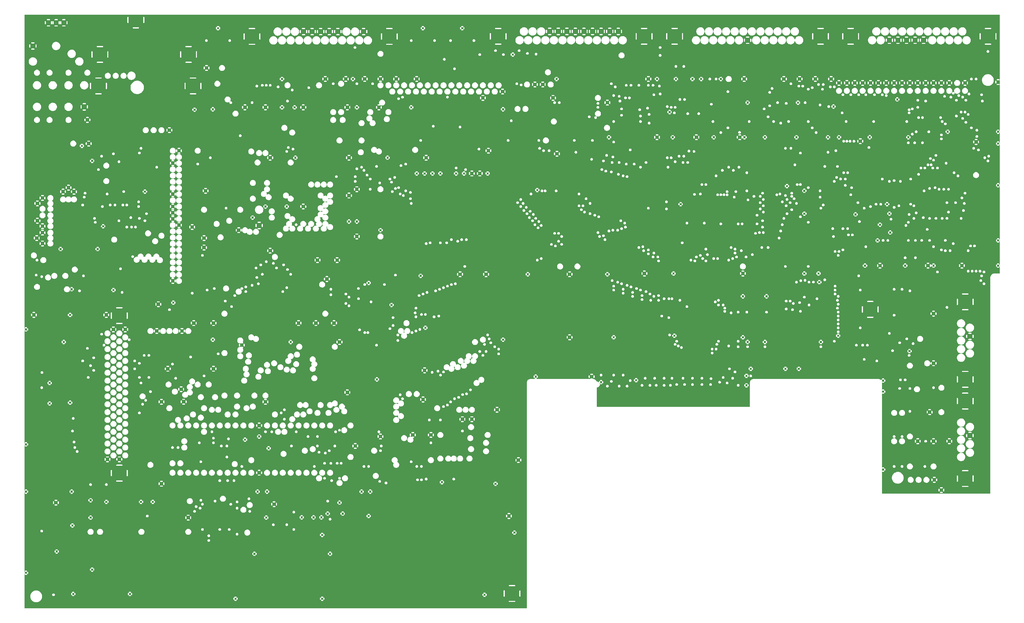
<source format=gbr>
G04 FAB 3000 Version 8.1.7 - Gerber/CAM Software*
G04 Gerber X2 Output*
%TF.GenerationSoftware,Numerical_Innovations,FAB3000,8.1.7*%
%TF.CreationDate,2019-06-14T16:38:10Z*%
%FSLAX24Y24*%
%MOIN*%
%ADD10C,1.0000*%
%LPD*%
G36*
X55915Y77205D02*
G01Y76198D01*
X53266Y42538D01*
X53246D01*
X53226Y42534D01*
X53206Y42528D01*
X53188Y42519D01*
X53171Y42508D01*
X53156Y42494D01*
X53143Y42478D01*
X53132Y42461D01*
X53124Y42443D01*
X53118Y42423D01*
X53116Y42403D01*
Y42383D01*
X53118Y42363D01*
X53124Y42343D01*
X53132Y42325D01*
X53143Y42307D01*
X53156Y42292D01*
X53171Y42278D01*
X53188Y42267D01*
X53206Y42258D01*
X53214Y42255D01*
X53095Y40741D01*
X53074Y40740D01*
X53054Y40736D01*
X53035Y40730D01*
X53017Y40721D01*
X53000Y40710D01*
X52985Y40696D01*
X52972Y40681D01*
X52961Y40663D01*
X52953Y40645D01*
X52947Y40625D01*
X52944Y40605D01*
Y40585D01*
X52947Y40565D01*
X52953Y40545D01*
X52961Y40526D01*
X52972Y40509D01*
X52985Y40494D01*
X53000Y40480D01*
X53017Y40469D01*
X53035Y40460D01*
X53054Y40454D01*
X53074Y40450D01*
X53095Y40449D01*
X53115Y40451D01*
X53135Y40456D01*
X53153Y40464D01*
X53171Y40474D01*
X53187Y40487D01*
X53201Y40501D01*
X53213Y40518D01*
X53223Y40536D01*
X53230Y40555D01*
X53234Y40575D01*
X53235Y40595D01*
X53234Y40615D01*
X53230Y40635D01*
X53223Y40654D01*
X53213Y40672D01*
X53201Y40689D01*
X53187Y40703D01*
X53171Y40716D01*
X53153Y40726D01*
X53135Y40733D01*
X53115Y40738D01*
X53095Y40741D01*
X53214Y42255D01*
X53226Y42252D01*
X53246Y42248D01*
X53266Y42247D01*
X53286Y42249D01*
X53306Y42254D01*
X53325Y42262D01*
X53342Y42272D01*
X53358Y42285D01*
X53373Y42299D01*
X53384Y42316D01*
X53394Y42334D01*
X53401Y42353D01*
X53405Y42373D01*
X53407Y42393D01*
X53405Y42413D01*
X53401Y42433D01*
X53394Y42452D01*
X53384Y42470D01*
X53373Y42486D01*
X53358Y42501D01*
X53342Y42514D01*
X53325Y42524D01*
X53306Y42531D01*
X53286Y42536D01*
X53266Y42538D01*
X55915Y76198D01*
Y74080D01*
X55830Y72994D01*
X55817Y72993D01*
X55805Y72989D01*
X55794Y72983D01*
X55784Y72975D01*
X55776Y72965D01*
X55770Y72954D01*
X55767Y72942D01*
X55765Y72930D01*
Y72815D01*
X55767Y72803D01*
X55770Y72791D01*
X55776Y72779D01*
X55784Y72770D01*
X55794Y72762D01*
X55805Y72756D01*
X55817Y72752D01*
X55830Y72751D01*
X55842Y72752D01*
X55849Y72754D01*
X53437Y42110D01*
X53417D01*
X53397Y42106D01*
X53378Y42100D01*
X53359Y42091D01*
X53343Y42080D01*
X53328Y42066D01*
X53314Y42050D01*
X53304Y42033D01*
X53295Y42015D01*
X53290Y41995D01*
X53287Y41975D01*
Y41955D01*
X53290Y41935D01*
X53295Y41915D01*
X53304Y41896D01*
X53314Y41879D01*
X53328Y41864D01*
X53343Y41850D01*
X53359Y41839D01*
X53378Y41830D01*
X53397Y41824D01*
X53417Y41820D01*
X53437Y41819D01*
X53457Y41821D01*
X53477Y41826D01*
X53496Y41834D01*
X53513Y41844D01*
X53529Y41857D01*
X53544Y41871D01*
X53555Y41888D01*
X53565Y41906D01*
X53572Y41925D01*
X53576Y41945D01*
X53578Y41965D01*
X53576Y41985D01*
X53572Y42005D01*
X53565Y42024D01*
X53555Y42042D01*
X53544Y42058D01*
X53529Y42073D01*
X53513Y42086D01*
X53496Y42096D01*
X53477Y42103D01*
X53457Y42108D01*
X53437Y42110D01*
X55849Y72754D01*
X55854Y72756D01*
X55865Y72762D01*
X55875Y72770D01*
X55883Y72779D01*
X55889Y72791D01*
X55893Y72803D01*
X55894Y72815D01*
Y72930D01*
X55893Y72942D01*
X55889Y72954D01*
X55883Y72965D01*
X55875Y72975D01*
X55865Y72983D01*
X55854Y72989D01*
X55842Y72993D01*
X55830Y72994D01*
X55915Y74080D01*
Y73101D01*
X55908Y73097D01*
X55898Y73089D01*
X55890Y73079D01*
X55884Y73068D01*
X55881Y73056D01*
X55879Y73044D01*
X55880Y73031D01*
X55884Y73019D01*
X55890Y73008D01*
X55898Y72998D01*
X55908Y72990D01*
X55915Y72986D01*
Y72759D01*
X55908Y72755D01*
X55898Y72747D01*
X55890Y72737D01*
X55884Y72726D01*
X55880Y72714D01*
X55879Y72701D01*
X55881Y72689D01*
X55884Y72677D01*
X55890Y72666D01*
X55898Y72656D01*
X55908Y72648D01*
X55915Y72644D01*
Y70992D01*
X53608Y41682D01*
X53588D01*
X53568Y41678D01*
X53549Y41672D01*
X53530Y41663D01*
X53514Y41652D01*
X53498Y41638D01*
X53485Y41622D01*
X53475Y41605D01*
X53466Y41587D01*
X53461Y41567D01*
X53458Y41547D01*
Y41527D01*
X53461Y41507D01*
X53466Y41487D01*
X53475Y41468D01*
X53485Y41451D01*
X53498Y41436D01*
X53514Y41422D01*
X53530Y41411D01*
X53549Y41402D01*
X53568Y41396D01*
X53588Y41392D01*
X53608Y41391D01*
X53629Y41393D01*
X53648Y41398D01*
X53667Y41406D01*
X53685Y41416D01*
X53701Y41429D01*
X53715Y41443D01*
X53727Y41460D01*
X53736Y41478D01*
X53743Y41497D01*
X53747Y41517D01*
X53749Y41537D01*
X53747Y41557D01*
X53743Y41577D01*
X53736Y41596D01*
X53727Y41614D01*
X53715Y41630D01*
X53701Y41645D01*
X53685Y41657D01*
X53667Y41668D01*
X53648Y41675D01*
X53629Y41680D01*
X53608Y41682D01*
X55915Y70992D01*
Y69057D01*
X55492Y63686D01*
X55472Y63685D01*
X55452Y63682D01*
X55433Y63675D01*
X55415Y63666D01*
X55398Y63655D01*
X55383Y63642D01*
X55370Y63626D01*
X55359Y63609D01*
X55351Y63590D01*
X55345Y63571D01*
X55342Y63550D01*
Y63530D01*
X55345Y63510D01*
X55351Y63490D01*
X55359Y63472D01*
X55370Y63455D01*
X55383Y63439D01*
X55398Y63425D01*
X55415Y63414D01*
X55433Y63405D01*
X55452Y63399D01*
X55472Y63395D01*
X55492D01*
X55513Y63397D01*
X55532Y63402D01*
X55551Y63409D01*
X55569Y63420D01*
X55585Y63432D01*
X55599Y63447D01*
X55611Y63463D01*
X55620Y63481D01*
X55627Y63500D01*
X55631Y63520D01*
X55633Y63540D01*
X55631Y63561D01*
X55627Y63580D01*
X55620Y63600D01*
X55611Y63618D01*
X55599Y63634D01*
X55585Y63649D01*
X55569Y63661D01*
X55551Y63671D01*
X55532Y63679D01*
X55513Y63684D01*
X55492Y63686D01*
X55915Y69057D01*
Y65798D01*
X55911Y65801D01*
X55894Y65812D01*
X55875Y65819D01*
X55855Y65824D01*
X55835Y65826D01*
X55815Y65825D01*
X55795Y65822D01*
X55775Y65816D01*
X55757Y65807D01*
X55740Y65795D01*
X55725Y65782D01*
X55712Y65766D01*
X55701Y65749D01*
X55693Y65730D01*
X55687Y65711D01*
X55685Y65691D01*
Y65670D01*
X55687Y65650D01*
X55693Y65631D01*
X55701Y65612D01*
X55712Y65595D01*
X55725Y65579D01*
X55740Y65566D01*
X55757Y65554D01*
X55775Y65545D01*
X55795Y65539D01*
X55815Y65536D01*
X55835Y65535D01*
X55855Y65537D01*
X55875Y65542D01*
X55894Y65550D01*
X55911Y65560D01*
X55915Y65563D01*
Y65122D01*
X54037Y41254D01*
X54016D01*
X53996Y41250D01*
X53977Y41244D01*
X53959Y41235D01*
X53942Y41224D01*
X53927Y41210D01*
X53914Y41194D01*
X53903Y41177D01*
X53895Y41159D01*
X53889Y41139D01*
X53887Y41119D01*
Y41099D01*
X53889Y41078D01*
X53895Y41059D01*
X53903Y41040D01*
X53914Y41023D01*
X53927Y41008D01*
X53942Y40994D01*
X53959Y40983D01*
X53977Y40974D01*
X53990Y40969D01*
X53272Y31847D01*
X53227Y31846D01*
X53182Y31838D01*
X53138Y31824D01*
X53097Y31803D01*
X53059Y31778D01*
X53025Y31747D01*
X52996Y31712D01*
X52972Y31674D01*
X52953Y31632D01*
X52941Y31588D01*
X52934Y31543D01*
Y31497D01*
X52941Y31452D01*
X52953Y31408D01*
X52972Y31366D01*
X52996Y31327D01*
X53025Y31292D01*
X53059Y31261D01*
X53097Y31236D01*
X53119Y31225D01*
X53101Y30991D01*
X53055Y30989D01*
X53010Y30982D01*
X52967Y30967D01*
X52926Y30947D01*
X52888Y30922D01*
X52854Y30891D01*
X52825Y30856D01*
X52800Y30817D01*
X52782Y30776D01*
X52769Y30732D01*
X52763Y30686D01*
Y30641D01*
X52769Y30595D01*
X52782Y30552D01*
X52800Y30510D01*
X52825Y30471D01*
X52854Y30436D01*
X52888Y30405D01*
X52926Y30380D01*
X52967Y30360D01*
X53010Y30346D01*
X53055Y30338D01*
X53101Y30336D01*
X53122Y30338D01*
X53101Y30075D01*
X53055Y30073D01*
X53010Y30065D01*
X52967Y30051D01*
X52926Y30031D01*
X52888Y30005D01*
X52854Y29975D01*
X52825Y29940D01*
X52800Y29901D01*
X52782Y29859D01*
X52769Y29816D01*
X52763Y29770D01*
Y29725D01*
X52769Y29679D01*
X52782Y29636D01*
X52800Y29594D01*
X52825Y29555D01*
X52854Y29520D01*
X52888Y29489D01*
X52926Y29464D01*
X52967Y29444D01*
X53010Y29430D01*
X53055Y29422D01*
X53101Y29420D01*
X53146Y29425D01*
X53191Y29436D01*
X53233Y29453D01*
X53273Y29476D01*
X53309Y29504D01*
X53340Y29537D01*
X53367Y29574D01*
X53389Y29614D01*
X53404Y29657D01*
X53414Y29702D01*
X53417Y29747D01*
X53414Y29793D01*
X53404Y29838D01*
X53389Y29881D01*
X53367Y29921D01*
X53340Y29958D01*
X53309Y29991D01*
X53273Y30019D01*
X53233Y30042D01*
X53191Y30059D01*
X53146Y30070D01*
X53101Y30075D01*
X53122Y30338D01*
X53146Y30341D01*
X53191Y30352D01*
X53233Y30369D01*
X53273Y30392D01*
X53309Y30420D01*
X53340Y30453D01*
X53367Y30490D01*
X53389Y30530D01*
X53404Y30573D01*
X53414Y30618D01*
X53417Y30664D01*
X53414Y30709D01*
X53404Y30754D01*
X53389Y30797D01*
X53367Y30837D01*
X53340Y30874D01*
X53309Y30907D01*
X53273Y30935D01*
X53233Y30958D01*
X53191Y30975D01*
X53146Y30986D01*
X53101Y30991D01*
X53119Y31225D01*
X53138Y31216D01*
X53182Y31202D01*
X53227Y31194D01*
X53272Y31192D01*
X53318Y31197D01*
X53362Y31208D01*
X53404Y31225D01*
X53444Y31248D01*
X53480Y31276D01*
X53512Y31309D01*
X53539Y31346D01*
X53560Y31386D01*
X53576Y31429D01*
X53585Y31474D01*
X53588Y31520D01*
X53585Y31565D01*
X53576Y31610D01*
X53560Y31653D01*
X53539Y31693D01*
X53512Y31730D01*
X53480Y31763D01*
X53444Y31791D01*
X53404Y31814D01*
X53362Y31831D01*
X53318Y31842D01*
X53272Y31847D01*
X53990Y40969D01*
X53996Y40967D01*
X54016Y40964D01*
X54037Y40963D01*
X54057Y40965D01*
X54077Y40970D01*
X54095Y40978D01*
X54113Y40988D01*
X54129Y41000D01*
X54143Y41015D01*
X54155Y41032D01*
X54164Y41050D01*
X54171Y41069D01*
X54176Y41088D01*
X54177Y41109D01*
X54176Y41129D01*
X54171Y41149D01*
X54164Y41168D01*
X54155Y41186D01*
X54143Y41202D01*
X54129Y41217D01*
X54113Y41229D01*
X54095Y41240D01*
X54077Y41247D01*
X54057Y41252D01*
X54037Y41254D01*
X55915Y65122D01*
Y59426D01*
X54465Y40997D01*
X54444Y40996D01*
X54424Y40993D01*
X54405Y40987D01*
X54387Y40978D01*
X54370Y40966D01*
X54355Y40953D01*
X54342Y40937D01*
X54331Y40920D01*
X54323Y40902D01*
X54317Y40882D01*
X54315Y40862D01*
Y40842D01*
X54317Y40822D01*
X54323Y40802D01*
X54331Y40784D01*
X54342Y40766D01*
X54355Y40751D01*
X54370Y40737D01*
X54387Y40726D01*
X54405Y40717D01*
X54424Y40711D01*
X54444Y40707D01*
X54465Y40706D01*
X54482Y40708D01*
X54465Y40484D01*
X54444Y40483D01*
X54424Y40480D01*
X54405Y40473D01*
X54387Y40464D01*
X54370Y40453D01*
X54355Y40439D01*
X54342Y40424D01*
X54331Y40407D01*
X54323Y40388D01*
X54317Y40369D01*
X54315Y40348D01*
Y40328D01*
X54317Y40308D01*
X54323Y40288D01*
X54331Y40270D01*
X54342Y40253D01*
X54355Y40237D01*
X54370Y40224D01*
X54387Y40212D01*
X54405Y40203D01*
X54424Y40197D01*
X54444Y40193D01*
X54465D01*
X54485Y40195D01*
X54487D01*
X54032Y34409D01*
X54019Y34408D01*
X54007Y34405D01*
X53996Y34399D01*
X53986Y34391D01*
X53978Y34381D01*
X53972Y34370D01*
X53969Y34358D01*
X53967Y34345D01*
Y34174D01*
X53969Y34161D01*
X53972Y34149D01*
X53978Y34138D01*
X53986Y34128D01*
X53996Y34120D01*
X54007Y34114D01*
X54019Y34111D01*
X54032Y34110D01*
X54044Y34111D01*
X54056Y34114D01*
X54067Y34120D01*
X54077Y34128D01*
X54085Y34138D01*
X54091Y34149D01*
X54095Y34161D01*
X54096Y34174D01*
Y34345D01*
X54095Y34358D01*
X54091Y34370D01*
X54085Y34381D01*
X54077Y34391D01*
X54067Y34399D01*
X54056Y34405D01*
X54044Y34408D01*
X54032Y34409D01*
X54487Y40195D01*
X54505Y40200D01*
X54523Y40207D01*
X54541Y40218D01*
X54557Y40230D01*
X54571Y40245D01*
X54583Y40261D01*
X54593Y40279D01*
X54599Y40298D01*
X54604Y40318D01*
X54605Y40338D01*
X54604Y40359D01*
X54599Y40378D01*
X54593Y40398D01*
X54583Y40415D01*
X54571Y40432D01*
X54557Y40446D01*
X54541Y40459D01*
X54523Y40469D01*
X54505Y40477D01*
X54485Y40482D01*
X54465Y40484D01*
X54482Y40708D01*
X54485Y40709D01*
X54505Y40714D01*
X54523Y40721D01*
X54541Y40731D01*
X54557Y40744D01*
X54571Y40758D01*
X54583Y40775D01*
X54593Y40793D01*
X54599Y40812D01*
X54604Y40832D01*
X54605Y40852D01*
X54604Y40872D01*
X54599Y40892D01*
X54593Y40911D01*
X54583Y40929D01*
X54571Y40945D01*
X54557Y40960D01*
X54541Y40972D01*
X54523Y40983D01*
X54505Y40990D01*
X54485Y40995D01*
X54465Y40997D01*
X55915Y59426D01*
Y56579D01*
X54768Y42001D01*
X54755Y42000D01*
X54743Y41996D01*
X54732Y41990D01*
X54722Y41982D01*
X54714Y41973D01*
X54708Y41961D01*
X54705Y41949D01*
X54704Y41937D01*
Y41822D01*
X54705Y41809D01*
X54708Y41797D01*
X54714Y41786D01*
X54722Y41776D01*
X54732Y41768D01*
X54743Y41763D01*
X54755Y41759D01*
X54768Y41758D01*
X54780Y41759D01*
X54792Y41763D01*
X54803Y41768D01*
X54813Y41776D01*
X54821Y41786D01*
X54827Y41797D01*
X54831Y41809D01*
X54832Y41822D01*
Y41937D01*
X54831Y41949D01*
X54827Y41961D01*
X54821Y41973D01*
X54813Y41982D01*
X54803Y41990D01*
X54792Y41996D01*
X54780Y42000D01*
X54768Y42001D01*
X55915Y56579D01*
Y53784D01*
X54997Y42115D01*
X54882D01*
X54869Y42114D01*
X54857Y42110D01*
X54846Y42104D01*
X54836Y42096D01*
X54828Y42087D01*
X54822Y42075D01*
X54819Y42063D01*
X54817Y42051D01*
X54819Y42038D01*
X54822Y42026D01*
X54828Y42015D01*
X54836Y42005D01*
X54846Y41997D01*
X54857Y41992D01*
X54869Y41988D01*
X54882Y41987D01*
X54997D01*
X55009Y41988D01*
X55014Y41989D01*
X54997Y41772D01*
X54882D01*
X54869Y41771D01*
X54857Y41767D01*
X54846Y41761D01*
X54836Y41753D01*
X54828Y41744D01*
X54822Y41733D01*
X54819Y41721D01*
X54817Y41708D01*
X54819Y41695D01*
X54822Y41683D01*
X54828Y41672D01*
X54836Y41663D01*
X54846Y41655D01*
X54857Y41649D01*
X54869Y41645D01*
X54882Y41644D01*
X54930D01*
X54374Y34580D01*
X54203D01*
X54191Y34579D01*
X54179Y34576D01*
X54167Y34570D01*
X54158Y34562D01*
X54150Y34552D01*
X54144Y34541D01*
X54140Y34529D01*
X54139Y34516D01*
X54140Y34504D01*
X54144Y34492D01*
X54150Y34481D01*
X54158Y34471D01*
X54167Y34463D01*
X54179Y34457D01*
X54191Y34453D01*
X54203Y34452D01*
X54374D01*
X54386Y34453D01*
X54398Y34457D01*
X54405Y34460D01*
X54374Y34067D01*
X54203D01*
X54191Y34066D01*
X54179Y34062D01*
X54167Y34056D01*
X54158Y34048D01*
X54150Y34038D01*
X54144Y34027D01*
X54140Y34015D01*
X54139Y34003D01*
X54140Y33990D01*
X54144Y33978D01*
X54150Y33967D01*
X54158Y33957D01*
X54167Y33949D01*
X54179Y33943D01*
X54191Y33940D01*
X54203Y33939D01*
X54296D01*
X52747Y14261D01*
X52734Y14260D01*
X52722Y14256D01*
X52711Y14250D01*
X52701Y14243D01*
X52693Y14233D01*
X52688Y14222D01*
X52684Y14210D01*
X52683Y14197D01*
Y14082D01*
X52684Y14070D01*
X52688Y14058D01*
X52693Y14046D01*
X52701Y14037D01*
X52711Y14029D01*
X52722Y14023D01*
X52734Y14019D01*
X52747Y14018D01*
X52759Y14019D01*
X52771Y14023D01*
X52783Y14029D01*
X52792Y14037D01*
X52800Y14046D01*
X52806Y14058D01*
X52810Y14070D01*
X52811Y14082D01*
Y14197D01*
X52810Y14210D01*
X52806Y14222D01*
X52800Y14233D01*
X52792Y14243D01*
X52783Y14250D01*
X52771Y14256D01*
X52759Y14260D01*
X52747Y14261D01*
X54296Y33939D01*
X54374D01*
X54386Y33940D01*
X54398Y33943D01*
X54410Y33949D01*
X54419Y33957D01*
X54427Y33967D01*
X54433Y33978D01*
X54437Y33990D01*
X54438Y34003D01*
X54437Y34015D01*
X54433Y34027D01*
X54427Y34038D01*
X54419Y34048D01*
X54410Y34056D01*
X54398Y34062D01*
X54386Y34066D01*
X54374Y34067D01*
X54405Y34460D01*
X54410Y34463D01*
X54419Y34471D01*
X54427Y34481D01*
X54433Y34492D01*
X54437Y34504D01*
X54438Y34516D01*
X54437Y34529D01*
X54433Y34541D01*
X54427Y34552D01*
X54419Y34562D01*
X54410Y34570D01*
X54398Y34576D01*
X54386Y34579D01*
X54374Y34580D01*
X54930Y41644D01*
X54997D01*
X55009Y41645D01*
X55021Y41649D01*
X55032Y41655D01*
X55042Y41663D01*
X55050Y41672D01*
X55056Y41683D01*
X55060Y41695D01*
X55061Y41708D01*
X55060Y41721D01*
X55056Y41733D01*
X55050Y41744D01*
X55042Y41753D01*
X55032Y41761D01*
X55021Y41767D01*
X55009Y41771D01*
X54997Y41772D01*
X55014Y41989D01*
X55021Y41992D01*
X55032Y41997D01*
X55042Y42005D01*
X55050Y42015D01*
X55056Y42026D01*
X55060Y42038D01*
X55061Y42051D01*
X55060Y42063D01*
X55056Y42075D01*
X55050Y42087D01*
X55042Y42096D01*
X55032Y42104D01*
X55021Y42110D01*
X55009Y42114D01*
X54997Y42115D01*
X55915Y53784D01*
Y52222D01*
X55111Y42001D01*
X55098Y42000D01*
X55086Y41996D01*
X55075Y41990D01*
X55065Y41982D01*
X55057Y41973D01*
X55051Y41961D01*
X55048Y41949D01*
X55046Y41937D01*
Y41822D01*
X55048Y41809D01*
X55051Y41797D01*
X55057Y41786D01*
X55065Y41776D01*
X55075Y41768D01*
X55086Y41763D01*
X55098Y41759D01*
X55111Y41758D01*
X55123Y41759D01*
X55124D01*
X54545Y34409D01*
X54533Y34408D01*
X54521Y34405D01*
X54510Y34399D01*
X54500Y34391D01*
X54492Y34381D01*
X54486Y34370D01*
X54482Y34358D01*
X54481Y34345D01*
Y34174D01*
X54482Y34161D01*
X54486Y34149D01*
X54492Y34138D01*
X54500Y34128D01*
X54510Y34120D01*
X54521Y34114D01*
X54533Y34111D01*
X54545Y34110D01*
X54558Y34111D01*
X53946Y26333D01*
X53933Y26332D01*
X53921Y26328D01*
X53910Y26322D01*
X53900Y26315D01*
X53892Y26305D01*
X53887Y26294D01*
X53883Y26282D01*
X53882Y26269D01*
Y26154D01*
X53883Y26141D01*
X53887Y26129D01*
X53892Y26118D01*
X53899Y26110D01*
X52976Y14375D01*
X52861D01*
X52848Y14374D01*
X52836Y14370D01*
X52825Y14364D01*
X52815Y14356D01*
X52807Y14347D01*
X52802Y14336D01*
X52798Y14324D01*
X52797Y14311D01*
X52798Y14298D01*
X52802Y14286D01*
X52807Y14275D01*
X52815Y14266D01*
X52825Y14258D01*
X52836Y14252D01*
X52848Y14248D01*
X52861Y14247D01*
X52976D01*
X52988Y14248D01*
X52993Y14249D01*
X52976Y14032D01*
X52861D01*
X52848Y14031D01*
X52836Y14027D01*
X52825Y14021D01*
X52815Y14013D01*
X52807Y14004D01*
X52802Y13993D01*
X52798Y13981D01*
X52797Y13968D01*
X52798Y13956D01*
X52802Y13944D01*
X52807Y13932D01*
X52815Y13923D01*
X52825Y13915D01*
X52836Y13909D01*
X52848Y13905D01*
X52861Y13904D01*
X52976D01*
X52988Y13905D01*
X53000Y13909D01*
X53012Y13915D01*
X53021Y13923D01*
X53029Y13932D01*
X53035Y13944D01*
X53039Y13956D01*
X53040Y13968D01*
X53039Y13981D01*
X53035Y13993D01*
X53029Y14004D01*
X53021Y14014D01*
X53012Y14021D01*
X53000Y14027D01*
X52988Y14031D01*
X52976Y14032D01*
X52993Y14249D01*
X53000Y14252D01*
X53012Y14258D01*
X53021Y14266D01*
X53029Y14275D01*
X53035Y14286D01*
X53039Y14298D01*
X53040Y14311D01*
X53039Y14324D01*
X53035Y14336D01*
X53029Y14347D01*
X53021Y14356D01*
X53012Y14364D01*
X53000Y14370D01*
X52988Y14374D01*
X52976Y14375D01*
X53899Y26110D01*
X53900Y26108D01*
X53910Y26100D01*
X53921Y26095D01*
X53933Y26091D01*
X53946Y26090D01*
X53958Y26091D01*
X53970Y26095D01*
X53982Y26100D01*
X53991Y26108D01*
X53999Y26118D01*
X54005Y26129D01*
X54009Y26141D01*
X54010Y26154D01*
Y26269D01*
X54009Y26282D01*
X54005Y26294D01*
X53999Y26305D01*
X53991Y26315D01*
X53982Y26322D01*
X53970Y26328D01*
X53958Y26332D01*
X53946Y26333D01*
X54558Y34111D01*
X54570Y34114D01*
X54581Y34120D01*
X54591Y34128D01*
X54599Y34138D01*
X54605Y34149D01*
X54608Y34161D01*
X54610Y34174D01*
Y34345D01*
X54608Y34358D01*
X54605Y34370D01*
X54599Y34381D01*
X54591Y34391D01*
X54581Y34399D01*
X54570Y34405D01*
X54558Y34408D01*
X54545Y34409D01*
X55124Y41759D01*
X55135Y41763D01*
X55146Y41768D01*
X55156Y41776D01*
X55164Y41786D01*
X55170Y41797D01*
X55174Y41809D01*
X55175Y41822D01*
Y41937D01*
X55174Y41949D01*
X55170Y41961D01*
X55164Y41973D01*
X55156Y41982D01*
X55146Y41990D01*
X55135Y41996D01*
X55123Y42000D01*
X55111Y42001D01*
X55915Y52222D01*
Y48560D01*
X54175Y26447D01*
X54060D01*
X54047Y26446D01*
X54035Y26442D01*
X54024Y26436D01*
X54014Y26428D01*
X54006Y26419D01*
X54000Y26408D01*
X53997Y26396D01*
X53996Y26383D01*
X53997Y26370D01*
X54000Y26358D01*
X54006Y26347D01*
X54014Y26338D01*
X54024Y26330D01*
X54035Y26324D01*
X54047Y26320D01*
X54060Y26319D01*
X54175D01*
X54187Y26320D01*
X54192Y26321D01*
X54175Y26104D01*
X54060D01*
X54047Y26103D01*
X54035Y26099D01*
X54024Y26093D01*
X54014Y26085D01*
X54006Y26076D01*
X54000Y26065D01*
X53997Y26053D01*
X53996Y26040D01*
X53997Y26028D01*
X54000Y26016D01*
X54006Y26004D01*
X54013Y25996D01*
X53090Y14261D01*
X53077Y14260D01*
X53065Y14256D01*
X53054Y14250D01*
X53044Y14242D01*
X53036Y14233D01*
X53030Y14222D01*
X53027Y14210D01*
X53026Y14197D01*
Y14082D01*
X53027Y14070D01*
X53030Y14058D01*
X53036Y14046D01*
X53044Y14037D01*
X53054Y14029D01*
X53065Y14023D01*
X53077Y14019D01*
X53090Y14018D01*
X53102Y14019D01*
X53114Y14023D01*
X53125Y14029D01*
X53135Y14037D01*
X53143Y14046D01*
X53149Y14058D01*
X53153Y14070D01*
X53154Y14082D01*
Y14197D01*
X53153Y14210D01*
X53149Y14222D01*
X53143Y14233D01*
X53135Y14243D01*
X53125Y14250D01*
X53114Y14256D01*
X53102Y14260D01*
X53090Y14261D01*
X54013Y25996D01*
X54014Y25995D01*
X54024Y25987D01*
X54035Y25981D01*
X54047Y25977D01*
X54060Y25976D01*
X54175D01*
X54187Y25977D01*
X54199Y25981D01*
X54210Y25987D01*
X54220Y25995D01*
X54228Y26004D01*
X54234Y26016D01*
X54238Y26028D01*
X54239Y26040D01*
X54238Y26053D01*
X54234Y26065D01*
X54228Y26076D01*
X54220Y26086D01*
X54210Y26093D01*
X54199Y26099D01*
X54187Y26103D01*
X54175Y26104D01*
X54192Y26321D01*
X54199Y26324D01*
X54210Y26330D01*
X54220Y26338D01*
X54228Y26347D01*
X54234Y26358D01*
X54238Y26370D01*
X54239Y26383D01*
X54238Y26396D01*
X54234Y26408D01*
X54228Y26419D01*
X54220Y26428D01*
X54210Y26436D01*
X54199Y26442D01*
X54187Y26446D01*
X54175Y26447D01*
X55915Y48560D01*
Y47004D01*
X54288Y26333D01*
X54276Y26332D01*
X54264Y26328D01*
X54253Y26322D01*
X54243Y26314D01*
X54235Y26305D01*
X54229Y26294D01*
X54225Y26282D01*
X54224Y26269D01*
Y26154D01*
X54225Y26141D01*
X54229Y26129D01*
X54235Y26118D01*
X54243Y26108D01*
X54253Y26100D01*
X54264Y26095D01*
X54276Y26091D01*
X54288Y26090D01*
X54301Y26091D01*
X54313Y26095D01*
X54324Y26100D01*
X54334Y26108D01*
X54342Y26118D01*
X54348Y26129D01*
X54351Y26141D01*
X54352Y26154D01*
X54353Y26269D01*
X54351Y26282D01*
X54348Y26294D01*
X54342Y26305D01*
X54334Y26314D01*
X54324Y26322D01*
X54313Y26328D01*
X54301Y26332D01*
X54288Y26333D01*
X55915Y47004D01*
Y30466D01*
X55316Y22851D01*
X55303Y22850D01*
X55291Y22846D01*
X55280Y22840D01*
X55270Y22832D01*
X55262Y22823D01*
X55256Y22812D01*
X55253Y22800D01*
X55252Y22787D01*
Y22616D01*
X55253Y22603D01*
X55256Y22591D01*
X55262Y22580D01*
X55270Y22570D01*
X55280Y22562D01*
X55291Y22556D01*
X55303Y22553D01*
X55316Y22551D01*
X55328Y22553D01*
X55340Y22556D01*
X55351Y22562D01*
X55361Y22570D01*
X55369Y22580D01*
X55375Y22591D01*
X55379Y22603D01*
X55380Y22616D01*
Y22787D01*
X55379Y22800D01*
X55375Y22812D01*
X55369Y22823D01*
X55361Y22832D01*
X55351Y22840D01*
X55340Y22846D01*
X55328Y22850D01*
X55316Y22851D01*
X55915Y30466D01*
Y26280D01*
X55659Y23022D01*
X55487D01*
X55475Y23021D01*
X55463Y23017D01*
X55452Y23011D01*
X55442Y23003D01*
X55434Y22994D01*
X55428Y22983D01*
X55424Y22971D01*
X55423Y22958D01*
X55424Y22945D01*
X55428Y22933D01*
X55434Y22922D01*
X55442Y22913D01*
X55452Y22905D01*
X55463Y22899D01*
X55475Y22895D01*
X55487Y22894D01*
X55659D01*
X55671Y22895D01*
X55683Y22899D01*
X55690Y22902D01*
X55659Y22508D01*
X55487D01*
X55475Y22507D01*
X55463Y22504D01*
X55452Y22498D01*
X55442Y22490D01*
X55434Y22480D01*
X55428Y22469D01*
X55424Y22457D01*
X55423Y22444D01*
X55424Y22432D01*
X55428Y22420D01*
X55434Y22409D01*
X55442Y22399D01*
X55452Y22391D01*
X55463Y22385D01*
X55475Y22381D01*
X55487Y22380D01*
X55659D01*
X55670Y22381D01*
X55059Y14626D01*
X55047Y14625D01*
X55035Y14621D01*
X55024Y14615D01*
X55014Y14607D01*
X55006Y14597D01*
X55000Y14586D01*
X54996Y14574D01*
X54995Y14562D01*
Y13991D01*
X54996Y13979D01*
X55000Y13967D01*
X55006Y13956D01*
X55014Y13946D01*
X55024Y13938D01*
X55035Y13932D01*
X55047Y13928D01*
X55059Y13927D01*
X55072Y13928D01*
X55084Y13932D01*
X55095Y13938D01*
X55105Y13946D01*
X55113Y13956D01*
X55119Y13967D01*
X55122Y13979D01*
X55123Y13991D01*
Y14562D01*
X55122Y14574D01*
X55119Y14586D01*
X55113Y14597D01*
X55105Y14607D01*
X55095Y14615D01*
X55084Y14621D01*
X55072Y14625D01*
X55059Y14626D01*
X55670Y22381D01*
X55671D01*
X55683Y22385D01*
X55694Y22391D01*
X55704Y22399D01*
X55712Y22409D01*
X55718Y22420D01*
X55722Y22432D01*
X55723Y22444D01*
X55722Y22457D01*
X55718Y22469D01*
X55712Y22480D01*
X55704Y22490D01*
X55694Y22498D01*
X55683Y22504D01*
X55671Y22507D01*
X55659Y22508D01*
X55690Y22902D01*
X55694Y22905D01*
X55704Y22913D01*
X55712Y22922D01*
X55718Y22933D01*
X55722Y22945D01*
X55723Y22958D01*
X55722Y22971D01*
X55718Y22983D01*
X55712Y22994D01*
X55704Y23003D01*
X55694Y23011D01*
X55683Y23017D01*
X55671Y23021D01*
X55659Y23022D01*
X55915Y26280D01*
Y23938D01*
X55830Y22851D01*
X55817Y22850D01*
X55805Y22846D01*
X55794Y22840D01*
X55784Y22832D01*
X55776Y22823D01*
X55770Y22812D01*
X55767Y22800D01*
X55765Y22787D01*
Y22616D01*
X55767Y22603D01*
X55770Y22591D01*
X55776Y22580D01*
X55784Y22570D01*
X55794Y22562D01*
X55805Y22556D01*
X55817Y22553D01*
X55830Y22551D01*
X55842Y22553D01*
X55854Y22556D01*
X55865Y22562D01*
X55875Y22570D01*
X55883Y22580D01*
X55889Y22591D01*
X55893Y22603D01*
X55894Y22616D01*
Y22787D01*
X55893Y22800D01*
X55889Y22812D01*
X55883Y22823D01*
X55875Y22832D01*
X55865Y22840D01*
X55854Y22846D01*
X55842Y22850D01*
X55830Y22851D01*
X55915Y23938D01*
Y23937D01*
Y15197D01*
X55630D01*
X55618Y15196D01*
X55606Y15192D01*
X55595Y15186D01*
X55585Y15178D01*
X55577Y15169D01*
X55571Y15158D01*
X55568Y15146D01*
X55566Y15133D01*
X55568Y15120D01*
X55571Y15108D01*
X55577Y15097D01*
X55585Y15088D01*
X55595Y15080D01*
X55606Y15074D01*
X55618Y15070D01*
X55630Y15069D01*
X55915D01*
Y13484D01*
X55630D01*
X55618Y13483D01*
X55606Y13480D01*
X55595Y13474D01*
X55585Y13466D01*
X55577Y13456D01*
X55571Y13445D01*
X55567Y13433D01*
X55566Y13420D01*
X55568Y13408D01*
X55571Y13396D01*
X55577Y13385D01*
X55585Y13375D01*
X55595Y13367D01*
X55606Y13361D01*
X55618Y13357D01*
X55630Y13356D01*
X55915D01*
Y12684D01*
X2911D01*
Y16415D01*
X2923Y16417D01*
X2935Y16420D01*
X2946Y16426D01*
X2956Y16434D01*
X2964Y16444D01*
X2970Y16455D01*
X2974Y16467D01*
X2975Y16479D01*
Y16594D01*
X2974Y16606D01*
X2970Y16618D01*
X2964Y16630D01*
X2956Y16639D01*
X2946Y16647D01*
X2935Y16653D01*
X2923Y16657D01*
X2911Y16658D01*
Y25234D01*
X2923Y25235D01*
X2935Y25238D01*
X2946Y25244D01*
X2956Y25252D01*
X2964Y25262D01*
X2970Y25273D01*
X2974Y25285D01*
X2975Y25298D01*
Y25413D01*
X2974Y25426D01*
X2970Y25438D01*
X2964Y25449D01*
X2956Y25458D01*
X2946Y25466D01*
X2935Y25472D01*
X2923Y25476D01*
X2911Y25477D01*
Y30371D01*
X2923Y30372D01*
X2935Y30376D01*
X2946Y30382D01*
X2956Y30390D01*
X2964Y30400D01*
X2970Y30411D01*
X2974Y30423D01*
X2975Y30435D01*
Y30550D01*
X2974Y30562D01*
X2970Y30574D01*
X2964Y30585D01*
X2956Y30595D01*
X2946Y30603D01*
X2935Y30609D01*
X2923Y30613D01*
X2911Y30614D01*
Y42871D01*
X2923Y42872D01*
X2935Y42876D01*
X2946Y42882D01*
X2956Y42890D01*
X2964Y42900D01*
X2970Y42911D01*
X2974Y42923D01*
X2975Y42935D01*
Y43050D01*
X2974Y43062D01*
X2970Y43074D01*
X2964Y43085D01*
X2956Y43095D01*
X2946Y43103D01*
X2935Y43109D01*
X2923Y43113D01*
X2911Y43114D01*
Y77205D01*
X3746D01*
X3493Y73984D01*
X3480Y73983D01*
X3468Y73979D01*
X3457Y73973D01*
X3447Y73965D01*
X3439Y73956D01*
X3434Y73944D01*
X3430Y73932D01*
X3429Y73920D01*
Y73692D01*
X3430Y73679D01*
X3434Y73667D01*
X3439Y73656D01*
X3447Y73647D01*
X3457Y73639D01*
X3468Y73633D01*
X3480Y73629D01*
X3493Y73628D01*
X3505Y73629D01*
X3517Y73633D01*
X3529Y73639D01*
X3538Y73647D01*
X3546Y73656D01*
X3552Y73667D01*
X3556Y73679D01*
X3557Y73692D01*
Y73920D01*
X3556Y73932D01*
X3552Y73944D01*
X3546Y73956D01*
X3538Y73965D01*
X3529Y73973D01*
X3517Y73979D01*
X3505Y73983D01*
X3493Y73984D01*
X3746Y77205D01*
X4185D01*
X3950Y74212D01*
X3722D01*
X3709Y74211D01*
X3697Y74208D01*
X3686Y74202D01*
X3676Y74194D01*
X3668Y74184D01*
X3662Y74173D01*
X3659Y74161D01*
X3658Y74148D01*
X3659Y74136D01*
X3663Y74124D01*
X3668Y74112D01*
X3676Y74103D01*
X3686Y74095D01*
X3697Y74089D01*
X3709Y74085D01*
X3722Y74084D01*
X3950D01*
X3962Y74085D01*
X3974Y74089D01*
X3985Y74095D01*
X3995Y74103D01*
X3950Y73527D01*
X3722D01*
X3709Y73526D01*
X3697Y73522D01*
X3686Y73516D01*
X3676Y73509D01*
X3668Y73499D01*
X3663Y73488D01*
X3659Y73476D01*
X3658Y73463D01*
X3659Y73451D01*
X3663Y73438D01*
X3668Y73427D01*
X3676Y73418D01*
X3686Y73410D01*
X3697Y73404D01*
X3709Y73400D01*
X3722Y73399D01*
X3916D01*
X3851Y72573D01*
X3788Y72571D01*
X3725Y72560D01*
X3665Y72541D01*
X3608Y72513D01*
X3555Y72477D01*
X3508Y72435D01*
X3467Y72386D01*
X3434Y72333D01*
X3408Y72275D01*
X3391Y72214D01*
X3382Y72151D01*
Y72087D01*
X3391Y72025D01*
X3408Y71964D01*
X3434Y71906D01*
X3467Y71852D01*
X3508Y71803D01*
X3555Y71761D01*
X3608Y71725D01*
X3665Y71698D01*
X3725Y71678D01*
X3788Y71667D01*
X3851Y71665D01*
X3914Y71671D01*
X3976Y71687D01*
X4035Y71711D01*
X4090Y71742D01*
X4140Y71781D01*
X4184Y71827D01*
X4221Y71878D01*
X4251Y71934D01*
X4273Y71994D01*
X4286Y72056D01*
X4290Y72119D01*
X4286Y72182D01*
X4273Y72244D01*
X4251Y72304D01*
X4221Y72360D01*
X4184Y72411D01*
X4140Y72457D01*
X4090Y72496D01*
X4035Y72528D01*
X3976Y72552D01*
X3914Y72567D01*
X3851Y72573D01*
X3916Y73399D01*
X3950D01*
X3962Y73400D01*
X3974Y73404D01*
X3985Y73410D01*
X3995Y73418D01*
X4003Y73427D01*
X4009Y73439D01*
X4013Y73451D01*
X4014Y73463D01*
X4013Y73476D01*
X4009Y73488D01*
X4003Y73499D01*
X3995Y73508D01*
X3985Y73516D01*
X3974Y73522D01*
X3962Y73526D01*
X3950Y73527D01*
X3995Y74103D01*
X4003Y74113D01*
X4009Y74124D01*
X4013Y74136D01*
X4014Y74148D01*
X4013Y74161D01*
X4009Y74173D01*
X4003Y74184D01*
X3995Y74194D01*
X3985Y74202D01*
X3974Y74208D01*
X3962Y74211D01*
X3950Y74212D01*
X4185Y77205D01*
X4432D01*
X4178Y73984D01*
X4166Y73983D01*
X4154Y73979D01*
X4142Y73973D01*
X4133Y73965D01*
X4125Y73956D01*
X4119Y73944D01*
X4115Y73932D01*
X4114Y73920D01*
Y73692D01*
X4115Y73679D01*
X4119Y73667D01*
X4125Y73656D01*
X4133Y73647D01*
X4142Y73639D01*
X4154Y73633D01*
X4166Y73629D01*
X4178Y73628D01*
X4191Y73629D01*
X4203Y73633D01*
X4214Y73639D01*
X4224Y73647D01*
X4232Y73656D01*
X4237Y73667D01*
X4241Y73679D01*
X4242Y73692D01*
Y73920D01*
X4241Y73932D01*
X4237Y73944D01*
X4232Y73956D01*
X4224Y73965D01*
X4214Y73973D01*
X4203Y73979D01*
X4191Y73983D01*
X4178Y73984D01*
X4432Y77205D01*
X4763D01*
X4292Y71231D01*
X4247Y71229D01*
X4202Y71221D01*
X4158Y71207D01*
X4117Y71187D01*
X4079Y71162D01*
X4045Y71131D01*
X4016Y71096D01*
X3992Y71057D01*
X3973Y71015D01*
X3961Y70971D01*
X3954Y70926D01*
Y70880D01*
X3961Y70835D01*
X3973Y70791D01*
X3992Y70749D01*
X4016Y70711D01*
X4045Y70676D01*
X4079Y70645D01*
X4117Y70619D01*
X4158Y70599D01*
X4202Y70585D01*
X4247Y70577D01*
X4292Y70576D01*
X4338Y70581D01*
X4344Y70582D01*
X4297Y69988D01*
X4233Y69986D01*
X4171Y69975D01*
X4111Y69955D01*
X4053Y69927D01*
X4001Y69892D01*
X3954Y69849D01*
X3913Y69801D01*
X3879Y69747D01*
X3853Y69689D01*
X3836Y69628D01*
X3827Y69565D01*
Y69502D01*
X3836Y69439D01*
X3853Y69378D01*
X3879Y69320D01*
X3913Y69266D01*
X3954Y69218D01*
X4001Y69175D01*
X4053Y69140D01*
X4111Y69112D01*
X4171Y69092D01*
X4233Y69081D01*
X4297Y69079D01*
X4360Y69086D01*
X4411Y69099D01*
X4297Y67642D01*
X4233Y67640D01*
X4171Y67629D01*
X4111Y67609D01*
X4053Y67581D01*
X4001Y67546D01*
X3954Y67503D01*
X3913Y67455D01*
X3879Y67401D01*
X3853Y67343D01*
X3836Y67282D01*
X3827Y67219D01*
Y67156D01*
X3836Y67093D01*
X3853Y67032D01*
X3879Y66974D01*
X3913Y66920D01*
X3954Y66872D01*
X4001Y66829D01*
X4053Y66794D01*
X4111Y66766D01*
X4171Y66746D01*
X4233Y66735D01*
X4297Y66733D01*
X4343Y66738D01*
X4292Y66094D01*
X4247Y66092D01*
X4202Y66084D01*
X4158Y66070D01*
X4117Y66050D01*
X4079Y66024D01*
X4045Y65994D01*
X4016Y65959D01*
X3992Y65920D01*
X3973Y65878D01*
X3961Y65834D01*
X3954Y65789D01*
Y65743D01*
X3961Y65698D01*
X3973Y65654D01*
X3992Y65613D01*
X4016Y65574D01*
X4045Y65539D01*
X4079Y65508D01*
X4117Y65483D01*
X4158Y65463D01*
X4202Y65449D01*
X4247Y65441D01*
X4292Y65439D01*
X4338Y65444D01*
X4382Y65455D01*
X4424Y65472D01*
X4464Y65495D01*
X4500Y65523D01*
X4532Y65556D01*
X4559Y65593D01*
X4580Y65633D01*
X4596Y65676D01*
X4605Y65721D01*
X4608Y65766D01*
X4605Y65812D01*
X4596Y65857D01*
X4580Y65900D01*
X4559Y65940D01*
X4532Y65977D01*
X4500Y66010D01*
X4464Y66038D01*
X4424Y66061D01*
X4382Y66078D01*
X4338Y66089D01*
X4292Y66094D01*
X4343Y66738D01*
X4360Y66740D01*
X4421Y66755D01*
X4480Y66779D01*
X4535Y66810D01*
X4585Y66850D01*
X4629Y66895D01*
X4667Y66946D01*
X4697Y67003D01*
X4718Y67062D01*
X4731Y67124D01*
X4736Y67187D01*
X4731Y67251D01*
X4718Y67313D01*
X4697Y67372D01*
X4667Y67428D01*
X4629Y67480D01*
X4585Y67525D01*
X4535Y67564D01*
X4480Y67596D01*
X4421Y67620D01*
X4360Y67635D01*
X4297Y67642D01*
X4411Y69099D01*
X4421Y69101D01*
X4480Y69125D01*
X4535Y69156D01*
X4585Y69196D01*
X4629Y69241D01*
X4667Y69293D01*
X4697Y69349D01*
X4718Y69408D01*
X4731Y69470D01*
X4736Y69533D01*
X4731Y69597D01*
X4718Y69659D01*
X4697Y69718D01*
X4667Y69774D01*
X4629Y69826D01*
X4585Y69871D01*
X4535Y69910D01*
X4480Y69942D01*
X4421Y69966D01*
X4360Y69981D01*
X4297Y69988D01*
X4344Y70582D01*
X4382Y70592D01*
X4424Y70609D01*
X4464Y70632D01*
X4500Y70660D01*
X4532Y70693D01*
X4559Y70730D01*
X4580Y70770D01*
X4596Y70813D01*
X4605Y70858D01*
X4608Y70903D01*
X4605Y70949D01*
X4596Y70994D01*
X4580Y71037D01*
X4559Y71077D01*
X4532Y71114D01*
X4500Y71147D01*
X4464Y71175D01*
X4424Y71198D01*
X4382Y71215D01*
X4338Y71226D01*
X4292Y71231D01*
X4763Y77205D01*
X5235D01*
X5180Y76509D01*
X5168Y76508D01*
X5156Y76505D01*
X5144Y76499D01*
X5135Y76491D01*
X5127Y76481D01*
X5121Y76470D01*
X5117Y76458D01*
X5116Y76445D01*
Y76218D01*
X5117Y76205D01*
X5121Y76193D01*
X5127Y76182D01*
X5135Y76172D01*
X5144Y76164D01*
X5156Y76158D01*
X5168Y76155D01*
X5180Y76153D01*
X5193Y76155D01*
X5205Y76158D01*
X5216Y76164D01*
X5226Y76172D01*
X5234Y76182D01*
X5240Y76193D01*
X5243Y76205D01*
X5244Y76218D01*
Y76445D01*
X5243Y76458D01*
X5240Y76470D01*
X5234Y76481D01*
X5226Y76491D01*
X5216Y76499D01*
X5205Y76505D01*
X5193Y76508D01*
X5180Y76509D01*
X5235Y77205D01*
X5673D01*
X5636Y76738D01*
X5409D01*
X5396Y76737D01*
X5384Y76733D01*
X5373Y76727D01*
X5363Y76719D01*
X5355Y76709D01*
X5349Y76698D01*
X5346Y76686D01*
X5344Y76674D01*
X5346Y76661D01*
X5349Y76649D01*
X5355Y76638D01*
X5363Y76628D01*
X5373Y76620D01*
X5384Y76614D01*
X5396Y76611D01*
X5409Y76610D01*
X5636D01*
X5649Y76611D01*
X5661Y76614D01*
X5672Y76620D01*
X5682Y76628D01*
X5636Y76053D01*
X5409D01*
X5396Y76052D01*
X5384Y76048D01*
X5373Y76042D01*
X5363Y76034D01*
X5355Y76025D01*
X5349Y76014D01*
X5346Y76002D01*
X5344Y75989D01*
X5346Y75977D01*
X5349Y75965D01*
X5355Y75953D01*
X5363Y75944D01*
X5373Y75936D01*
X5384Y75930D01*
X5396Y75926D01*
X5409Y75925D01*
X5569D01*
X4067Y56841D01*
X4054Y56840D01*
X4042Y56836D01*
X4031Y56830D01*
X4021Y56822D01*
X4013Y56813D01*
X4008Y56801D01*
X4004Y56789D01*
X4003Y56777D01*
Y56605D01*
X4004Y56593D01*
X4008Y56581D01*
X4014Y56570D01*
X4021Y56560D01*
X4031Y56552D01*
X4042Y56546D01*
X4054Y56543D01*
X4067Y56541D01*
X4079Y56542D01*
X4091Y56546D01*
X4103Y56552D01*
X4112Y56560D01*
X4120Y56570D01*
X4126Y56581D01*
X4130Y56593D01*
X4131Y56605D01*
Y56777D01*
X4130Y56789D01*
X4126Y56801D01*
X4120Y56813D01*
X4112Y56822D01*
X4103Y56830D01*
X4091Y56836D01*
X4079Y56840D01*
X4067Y56841D01*
X5569Y75925D01*
X5636D01*
X5649Y75926D01*
X5661Y75930D01*
X5672Y75936D01*
X5682Y75944D01*
X5690Y75953D01*
X5696Y75964D01*
X5699Y75977D01*
X5701Y75989D01*
X5699Y76002D01*
X5696Y76014D01*
X5690Y76025D01*
X5682Y76034D01*
X5672Y76043D01*
X5661Y76048D01*
X5649Y76052D01*
X5636Y76053D01*
X5682Y76628D01*
X5690Y76638D01*
X5696Y76649D01*
X5699Y76661D01*
X5701Y76674D01*
X5699Y76686D01*
X5696Y76698D01*
X5690Y76709D01*
X5682Y76719D01*
X5672Y76727D01*
X5661Y76733D01*
X5649Y76737D01*
X5636Y76738D01*
X5673Y77205D01*
X5920D01*
X5865Y76509D01*
X5852Y76508D01*
X5840Y76505D01*
X5829Y76499D01*
X5819Y76491D01*
X5811Y76481D01*
X5806Y76470D01*
X5802Y76458D01*
X5801Y76445D01*
Y76218D01*
X5802Y76205D01*
X5806Y76193D01*
X5811Y76182D01*
X5819Y76172D01*
X5829Y76164D01*
X5840Y76158D01*
X5852Y76155D01*
X5865Y76153D01*
X5877Y76155D01*
X5889Y76158D01*
X5901Y76164D01*
X5910Y76172D01*
X5918Y76182D01*
X5924Y76193D01*
X5928Y76205D01*
X5929Y76218D01*
Y76445D01*
X5928Y76458D01*
X5924Y76470D01*
X5918Y76481D01*
X5910Y76491D01*
X5901Y76499D01*
X5889Y76505D01*
X5877Y76508D01*
X5865Y76509D01*
X5920Y77205D01*
X6074D01*
X6019Y76510D01*
X6007Y76508D01*
X5995Y76505D01*
X5984Y76499D01*
X5974Y76491D01*
X5966Y76481D01*
X5960Y76470D01*
X5956Y76458D01*
X5955Y76445D01*
Y76218D01*
X5956Y76205D01*
X5960Y76193D01*
X5966Y76182D01*
X5974Y76172D01*
X5984Y76164D01*
X5995Y76158D01*
X6007Y76155D01*
X6019Y76153D01*
X6032Y76155D01*
X6044Y76158D01*
X6051Y76162D01*
X5663Y71231D01*
X5617Y71229D01*
X5572Y71221D01*
X5528Y71207D01*
X5487Y71187D01*
X5449Y71162D01*
X5415Y71131D01*
X5386Y71096D01*
X5362Y71057D01*
X5343Y71015D01*
X5331Y70971D01*
X5324Y70926D01*
Y70880D01*
X5331Y70835D01*
X5343Y70791D01*
X5362Y70749D01*
X5386Y70711D01*
X5415Y70676D01*
X5449Y70645D01*
X5481Y70624D01*
X4409Y57012D01*
X4238D01*
X4226Y57011D01*
X4214Y57007D01*
X4203Y57001D01*
X4193Y56993D01*
X4185Y56983D01*
X4179Y56972D01*
X4175Y56960D01*
X4174Y56948D01*
X4175Y56935D01*
X4179Y56923D01*
X4185Y56912D01*
X4193Y56902D01*
X4203Y56894D01*
X4214Y56888D01*
X4226Y56885D01*
X4238Y56883D01*
X4409D01*
X4422Y56885D01*
X4434Y56888D01*
X4440Y56892D01*
X4409Y56498D01*
X4238D01*
X4226Y56497D01*
X4214Y56493D01*
X4203Y56487D01*
X4193Y56479D01*
X4185Y56470D01*
X4179Y56458D01*
X4175Y56446D01*
X4174Y56434D01*
X4175Y56421D01*
X4179Y56409D01*
X4181Y56406D01*
X4067Y54957D01*
X4054Y54956D01*
X4042Y54952D01*
X4031Y54946D01*
X4021Y54938D01*
X4013Y54929D01*
X4008Y54918D01*
X4004Y54906D01*
X4003Y54893D01*
Y54722D01*
X4004Y54709D01*
X4008Y54697D01*
X4013Y54686D01*
X4021Y54676D01*
X4031Y54668D01*
X4042Y54662D01*
X4054Y54659D01*
X4067Y54657D01*
X4079Y54659D01*
X4091Y54662D01*
X4103Y54668D01*
X4112Y54676D01*
X4120Y54686D01*
X4126Y54697D01*
X3999Y53074D01*
X3986Y53072D01*
X3974Y53069D01*
X3963Y53063D01*
X3953Y53055D01*
X3945Y53045D01*
X3939Y53034D01*
X3936Y53022D01*
X3934Y53009D01*
Y52838D01*
X3936Y52826D01*
X3939Y52814D01*
X3945Y52802D01*
X3953Y52793D01*
X3963Y52785D01*
X3974Y52779D01*
X3986Y52775D01*
X3999Y52774D01*
X4011Y52775D01*
X4023Y52779D01*
X4034Y52785D01*
X4044Y52793D01*
X4052Y52802D01*
X4058Y52814D01*
X4062Y52826D01*
X4063Y52838D01*
Y53009D01*
X4062Y53022D01*
X4058Y53034D01*
X4052Y53045D01*
X4044Y53055D01*
X4034Y53063D01*
X4023Y53069D01*
X4011Y53072D01*
X3999Y53074D01*
X4126Y54697D01*
X4130Y54709D01*
X4131Y54722D01*
Y54893D01*
X4130Y54906D01*
X4126Y54918D01*
X4120Y54929D01*
X4112Y54939D01*
X4103Y54946D01*
X4091Y54952D01*
X4079Y54956D01*
X4067Y54957D01*
X4181Y56406D01*
X4185Y56398D01*
X4193Y56388D01*
X4203Y56380D01*
X4214Y56375D01*
X4226Y56371D01*
X4238Y56370D01*
X4409D01*
X4422Y56371D01*
X4434Y56375D01*
X4445Y56380D01*
X4455Y56388D01*
X4463Y56398D01*
X4469Y56409D01*
X4472Y56421D01*
X4473Y56434D01*
X4472Y56446D01*
X4469Y56458D01*
X4463Y56470D01*
X4455Y56479D01*
X4445Y56487D01*
X4434Y56493D01*
X4422Y56497D01*
X4409Y56498D01*
X4440Y56892D01*
X4445Y56894D01*
X4455Y56902D01*
X4463Y56912D01*
X4469Y56923D01*
X4472Y56935D01*
X4473Y56948D01*
X4472Y56960D01*
X4469Y56972D01*
X4463Y56983D01*
X4455Y56993D01*
X4445Y57001D01*
X4434Y57007D01*
X4422Y57011D01*
X4409Y57012D01*
X5481Y70624D01*
X5487Y70619D01*
X5528Y70599D01*
X5572Y70585D01*
X5617Y70577D01*
X5663Y70576D01*
X5708Y70581D01*
X5752Y70592D01*
X5795Y70609D01*
X5834Y70632D01*
X5870Y70660D01*
X5902Y70693D01*
X5929Y70730D01*
X5950Y70770D01*
X5966Y70813D01*
X5976Y70858D01*
X5979Y70903D01*
X5976Y70949D01*
X5966Y70994D01*
X5950Y71037D01*
X5929Y71077D01*
X5902Y71114D01*
X5870Y71147D01*
X5834Y71175D01*
X5795Y71198D01*
X5752Y71215D01*
X5708Y71226D01*
X5663Y71231D01*
X6051Y76162D01*
X6055Y76164D01*
X6065Y76172D01*
X6073Y76182D01*
X6079Y76193D01*
X6082Y76205D01*
X6084Y76218D01*
Y76445D01*
X6082Y76458D01*
X6079Y76470D01*
X6073Y76481D01*
X6065Y76491D01*
X6055Y76499D01*
X6044Y76505D01*
X6032Y76508D01*
X6019Y76510D01*
X6074Y77205D01*
X6512D01*
X6476Y76738D01*
X6248D01*
X6235Y76737D01*
X6223Y76733D01*
X6212Y76727D01*
X6202Y76719D01*
X6194Y76709D01*
X6189Y76698D01*
X6185Y76686D01*
X6184Y76674D01*
X6185Y76661D01*
X6189Y76649D01*
X6194Y76638D01*
X6202Y76628D01*
X6212Y76620D01*
X6223Y76614D01*
X6235Y76611D01*
X6248Y76610D01*
X6476D01*
X6488Y76611D01*
X6500Y76614D01*
X6511Y76620D01*
X6521Y76628D01*
X6476Y76053D01*
X6248D01*
X6235Y76052D01*
X6223Y76048D01*
X6212Y76042D01*
X6202Y76034D01*
X6194Y76025D01*
X6189Y76014D01*
X6185Y76002D01*
X6184Y75989D01*
X6185Y75977D01*
X6189Y75965D01*
X6194Y75953D01*
X6202Y75944D01*
X6212Y75936D01*
X6223Y75930D01*
X6235Y75926D01*
X6248Y75925D01*
X6476D01*
X6488Y75926D01*
X6500Y75930D01*
X6509Y75934D01*
X6377Y74260D01*
X6314Y74258D01*
X6251Y74247D01*
X6191Y74227D01*
X6134Y74200D01*
X6081Y74164D01*
X6034Y74122D01*
X5993Y74073D01*
X5960Y74019D01*
X5934Y73961D01*
X5917Y73900D01*
X5908Y73837D01*
Y73774D01*
X5917Y73711D01*
X5934Y73650D01*
X5960Y73592D01*
X5993Y73538D01*
X6034Y73490D01*
X6081Y73447D01*
X6134Y73412D01*
X6191Y73384D01*
X6251Y73364D01*
X6275Y73360D01*
X6010Y69988D01*
X5946Y69986D01*
X5884Y69975D01*
X5823Y69955D01*
X5766Y69927D01*
X5714Y69892D01*
X5666Y69849D01*
X5626Y69801D01*
X5592Y69747D01*
X5566Y69689D01*
X5549Y69628D01*
X5540Y69565D01*
Y69502D01*
X5549Y69439D01*
X5564Y69385D01*
X4624Y57431D01*
X4611Y57430D01*
X4599Y57426D01*
X4588Y57420D01*
X4578Y57412D01*
X4570Y57403D01*
X4564Y57392D01*
X4561Y57380D01*
X4559Y57367D01*
Y57196D01*
X4561Y57184D01*
X4564Y57172D01*
X4570Y57161D01*
X4578Y57151D01*
X4588Y57143D01*
X4599Y57137D01*
X4604Y57135D01*
X4581Y56841D01*
X4568Y56840D01*
X4556Y56836D01*
X4545Y56830D01*
X4535Y56822D01*
X4527Y56813D01*
X4521Y56801D01*
X4518Y56789D01*
X4516Y56777D01*
Y56605D01*
X4518Y56593D01*
X4521Y56581D01*
X4523Y56577D01*
X4409Y55128D01*
X4238D01*
X4226Y55127D01*
X4214Y55123D01*
X4203Y55117D01*
X4193Y55110D01*
X4185Y55100D01*
X4179Y55089D01*
X4175Y55077D01*
X4174Y55064D01*
X4175Y55052D01*
X4179Y55040D01*
X4185Y55028D01*
X4193Y55019D01*
X4203Y55011D01*
X4214Y55005D01*
X4226Y55001D01*
X4238Y55000D01*
X4409D01*
X4422Y55001D01*
X4434Y55005D01*
X4440Y55008D01*
X4409Y54615D01*
X4238D01*
X4226Y54614D01*
X4214Y54610D01*
X4203Y54604D01*
X4193Y54596D01*
X4185Y54587D01*
X4179Y54575D01*
X4175Y54563D01*
X4174Y54551D01*
X4175Y54538D01*
X4179Y54526D01*
X4185Y54515D01*
X4193Y54505D01*
X4196Y54503D01*
X3950Y51368D01*
X3904Y51366D01*
X3859Y51358D01*
X3816Y51344D01*
X3774Y51324D01*
X3737Y51298D01*
X3703Y51268D01*
X3673Y51233D01*
X3649Y51194D01*
X3630Y51152D01*
X3618Y51108D01*
X3611Y51063D01*
Y51018D01*
X3618Y50972D01*
X3630Y50928D01*
X3649Y50887D01*
X3673Y50848D01*
X3703Y50813D01*
X3734Y50784D01*
X3140Y43228D01*
X3025D01*
X3012Y43226D01*
X3000Y43223D01*
X2989Y43217D01*
X2979Y43209D01*
X2971Y43199D01*
X2965Y43188D01*
X2962Y43176D01*
X2960Y43163D01*
X2962Y43151D01*
X2965Y43139D01*
X2971Y43128D01*
X2979Y43118D01*
X2989Y43110D01*
X3000Y43104D01*
X3012Y43101D01*
X3025Y43099D01*
X3140D01*
X3152Y43101D01*
X3157Y43102D01*
X3140Y42885D01*
X3025D01*
X3012Y42884D01*
X3000Y42881D01*
X2989Y42875D01*
X2979Y42867D01*
X2971Y42857D01*
X2965Y42846D01*
X2962Y42834D01*
X2960Y42821D01*
X2962Y42809D01*
X2965Y42797D01*
X2971Y42785D01*
X2979Y42776D01*
X2989Y42768D01*
X3000Y42762D01*
X3012Y42758D01*
X3025Y42757D01*
X3140D01*
X3152Y42758D01*
X3164Y42762D01*
X3175Y42768D01*
X3185Y42776D01*
X3193Y42786D01*
X3199Y42797D01*
X3203Y42809D01*
X3204Y42821D01*
X3203Y42834D01*
X3199Y42846D01*
X3193Y42857D01*
X3185Y42867D01*
X3175Y42875D01*
X3164Y42881D01*
X3152Y42884D01*
X3140Y42885D01*
X3157Y43102D01*
X3164Y43104D01*
X3175Y43110D01*
X3185Y43118D01*
X3193Y43128D01*
X3199Y43139D01*
X3203Y43151D01*
X3204Y43163D01*
X3203Y43176D01*
X3199Y43188D01*
X3193Y43199D01*
X3185Y43209D01*
X3175Y43217D01*
X3164Y43223D01*
X3152Y43226D01*
X3140Y43228D01*
X3734Y50784D01*
X3737Y50782D01*
X3774Y50757D01*
X3816Y50737D01*
X3853Y50725D01*
X3254Y43114D01*
X3241Y43113D01*
X3229Y43109D01*
X3218Y43103D01*
X3208Y43095D01*
X3200Y43085D01*
X3194Y43074D01*
X3191Y43062D01*
X3189Y43050D01*
Y42935D01*
X3191Y42923D01*
X3194Y42911D01*
X3200Y42900D01*
X3208Y42890D01*
X3218Y42882D01*
X3229Y42876D01*
X3241Y42872D01*
X3254Y42871D01*
X3266Y42872D01*
X3278Y42876D01*
X3289Y42882D01*
X3299Y42890D01*
X3307Y42900D01*
X3313Y42911D01*
X3317Y42923D01*
X3318Y42935D01*
Y43050D01*
X3317Y43062D01*
X3313Y43074D01*
X3307Y43085D01*
X3299Y43095D01*
X3289Y43103D01*
X3278Y43109D01*
X3266Y43113D01*
X3254Y43114D01*
X3853Y50725D01*
X3859Y50723D01*
X3904Y50715D01*
X3950Y50713D01*
X3995Y50718D01*
X4040Y50729D01*
X4082Y50746D01*
X4122Y50769D01*
X4158Y50797D01*
X4189Y50830D01*
X4216Y50867D01*
X4238Y50907D01*
X4253Y50950D01*
X4263Y50995D01*
X4266Y51040D01*
X4263Y51086D01*
X4253Y51131D01*
X4238Y51174D01*
X4216Y51214D01*
X4189Y51251D01*
X4158Y51284D01*
X4122Y51312D01*
X4082Y51335D01*
X4040Y51352D01*
X3995Y51363D01*
X3950Y51368D01*
X4196Y54503D01*
X4203Y54497D01*
X4214Y54492D01*
X4226Y54488D01*
X4238Y54487D01*
X4409D01*
X4422Y54488D01*
X4434Y54492D01*
X4439Y54494D01*
X4341Y53245D01*
X4169D01*
X4157Y53244D01*
X4145Y53240D01*
X4134Y53234D01*
X4124Y53226D01*
X4116Y53217D01*
X4110Y53205D01*
X4106Y53193D01*
X4105Y53181D01*
X4106Y53168D01*
X4110Y53156D01*
X4116Y53145D01*
X4124Y53135D01*
X4134Y53127D01*
X4145Y53122D01*
X4157Y53118D01*
X4169Y53117D01*
X4341D01*
X4353Y53118D01*
X4365Y53122D01*
X4372Y53125D01*
X4341Y52731D01*
X4169D01*
X4157Y52730D01*
X4145Y52726D01*
X4134Y52720D01*
X4124Y52713D01*
X4116Y52703D01*
X4110Y52692D01*
X4106Y52680D01*
X4105Y52667D01*
X4106Y52655D01*
X4110Y52643D01*
X4116Y52631D01*
X4124Y52622D01*
X4134Y52614D01*
X4145Y52608D01*
X4157Y52604D01*
X4169Y52603D01*
X4341D01*
X4353Y52604D01*
X4365Y52608D01*
X4377Y52614D01*
X4386Y52622D01*
X4394Y52631D01*
X4400Y52643D01*
X4404Y52655D01*
X4405Y52667D01*
X4404Y52680D01*
X4400Y52692D01*
X4394Y52703D01*
X4386Y52713D01*
X4377Y52720D01*
X4365Y52726D01*
X4353Y52730D01*
X4341Y52731D01*
X4372Y53125D01*
X4377Y53127D01*
X4386Y53135D01*
X4394Y53145D01*
X4400Y53156D01*
X4404Y53168D01*
X4405Y53181D01*
X4404Y53193D01*
X4400Y53205D01*
X4394Y53217D01*
X4386Y53226D01*
X4377Y53234D01*
X4365Y53240D01*
X4353Y53244D01*
X4341Y53245D01*
X4439Y54494D01*
X4445Y54497D01*
X4455Y54505D01*
X4463Y54515D01*
X4469Y54526D01*
X4472Y54538D01*
X4473Y54551D01*
X4472Y54563D01*
X4469Y54575D01*
X4463Y54587D01*
X4455Y54596D01*
X4445Y54604D01*
X4434Y54610D01*
X4422Y54614D01*
X4409Y54615D01*
X4440Y55008D01*
X4445Y55011D01*
X4455Y55019D01*
X4463Y55028D01*
X4469Y55040D01*
X4472Y55052D01*
X4473Y55064D01*
X4472Y55077D01*
X4469Y55089D01*
X4463Y55100D01*
X4455Y55110D01*
X4445Y55117D01*
X4434Y55123D01*
X4422Y55127D01*
X4409Y55128D01*
X4523Y56577D01*
X4527Y56570D01*
X4535Y56560D01*
X4545Y56552D01*
X4556Y56546D01*
X4568Y56543D01*
X4581Y56541D01*
X4593Y56543D01*
X4605Y56546D01*
X4616Y56552D01*
X4626Y56560D01*
X4634Y56570D01*
X4640Y56581D01*
X4644Y56593D01*
X4645Y56605D01*
Y56777D01*
X4644Y56789D01*
X4640Y56801D01*
X4634Y56813D01*
X4626Y56822D01*
X4616Y56830D01*
X4605Y56836D01*
X4593Y56840D01*
X4581Y56841D01*
X4604Y57135D01*
X4611Y57133D01*
X4624Y57132D01*
X4636Y57133D01*
X4648Y57137D01*
X4659Y57143D01*
X4669Y57151D01*
X4677Y57161D01*
X4683Y57172D01*
X4686Y57184D01*
X4688Y57196D01*
Y57367D01*
X4686Y57380D01*
X4683Y57392D01*
X4677Y57403D01*
X4669Y57412D01*
X4659Y57420D01*
X4648Y57426D01*
X4636Y57430D01*
X4624Y57431D01*
X5564Y69385D01*
X5566Y69378D01*
X5592Y69320D01*
X5626Y69266D01*
X5666Y69218D01*
X5714Y69175D01*
X5766Y69140D01*
X5823Y69112D01*
X5884Y69092D01*
X5946Y69081D01*
X6010Y69079D01*
X6073Y69086D01*
X6124Y69099D01*
X6010Y67642D01*
X5946Y67640D01*
X5884Y67629D01*
X5823Y67609D01*
X5766Y67581D01*
X5714Y67546D01*
X5666Y67503D01*
X5626Y67455D01*
X5592Y67401D01*
X5566Y67343D01*
X5549Y67282D01*
X5540Y67219D01*
Y67156D01*
X5549Y67093D01*
X5566Y67032D01*
X5592Y66974D01*
X5626Y66920D01*
X5666Y66872D01*
X5714Y66829D01*
X5720Y66825D01*
X5663Y66094D01*
X5617Y66092D01*
X5572Y66084D01*
X5528Y66070D01*
X5487Y66050D01*
X5449Y66024D01*
X5415Y65994D01*
X5386Y65959D01*
X5362Y65920D01*
X5343Y65878D01*
X5331Y65834D01*
X5324Y65789D01*
Y65743D01*
X5331Y65698D01*
X5343Y65654D01*
X5362Y65613D01*
X5386Y65574D01*
X5415Y65539D01*
X5449Y65508D01*
X5487Y65483D01*
X5528Y65463D01*
X5572Y65449D01*
X5583Y65447D01*
X4966Y57603D01*
X4795D01*
X4782Y57601D01*
X4770Y57598D01*
X4759Y57592D01*
X4750Y57584D01*
X4742Y57574D01*
X4736Y57563D01*
X4732Y57551D01*
X4731Y57538D01*
X4732Y57526D01*
X4736Y57514D01*
X4742Y57503D01*
X4750Y57493D01*
X4759Y57485D01*
X4770Y57479D01*
X4782Y57475D01*
X4795Y57474D01*
X4966D01*
X4978Y57476D01*
X4990Y57479D01*
X4997Y57483D01*
X4966Y57089D01*
X4795D01*
X4782Y57088D01*
X4770Y57084D01*
X4759Y57078D01*
X4750Y57070D01*
X4742Y57060D01*
X4736Y57049D01*
X4732Y57037D01*
X4731Y57025D01*
X4732Y57012D01*
X4736Y57000D01*
X4742Y56989D01*
X4750Y56979D01*
X4759Y56971D01*
X4770Y56965D01*
X4782Y56962D01*
X4795Y56961D01*
X4934D01*
X4892Y56428D01*
X4846Y56426D01*
X4801Y56418D01*
X4758Y56404D01*
X4717Y56384D01*
X4679Y56359D01*
X4645Y56328D01*
X4616Y56293D01*
X4591Y56254D01*
X4573Y56212D01*
X4560Y56168D01*
X4554Y56123D01*
Y56077D01*
X4560Y56032D01*
X4573Y55988D01*
X4591Y55946D01*
X4616Y55908D01*
X4645Y55873D01*
X4679Y55842D01*
X4717Y55816D01*
X4758Y55796D01*
X4801Y55782D01*
X4846Y55774D01*
X4892Y55773D01*
X4896D01*
X4892Y55725D01*
X4846Y55724D01*
X4801Y55716D01*
X4758Y55702D01*
X4717Y55682D01*
X4679Y55656D01*
X4645Y55626D01*
X4616Y55591D01*
X4591Y55552D01*
X4573Y55510D01*
X4560Y55466D01*
X4554Y55421D01*
Y55375D01*
X4560Y55330D01*
X4573Y55286D01*
X4591Y55244D01*
X4602Y55227D01*
X4581Y54957D01*
X4568Y54956D01*
X4556Y54952D01*
X4545Y54946D01*
X4535Y54939D01*
X4527Y54929D01*
X4521Y54918D01*
X4518Y54906D01*
X4516Y54893D01*
Y54722D01*
X4518Y54709D01*
X4521Y54697D01*
X4527Y54686D01*
X4535Y54676D01*
X4545Y54668D01*
X4556Y54662D01*
X4568Y54659D01*
X4581Y54657D01*
X4593Y54659D01*
X4605Y54662D01*
X4616Y54668D01*
X4626Y54676D01*
X4634Y54686D01*
X4640Y54697D01*
X4644Y54709D01*
X4645Y54722D01*
Y54893D01*
X4644Y54906D01*
X4640Y54918D01*
X4634Y54929D01*
X4626Y54939D01*
X4616Y54946D01*
X4605Y54952D01*
X4593Y54956D01*
X4581Y54957D01*
X4602Y55227D01*
X4616Y55206D01*
X4645Y55171D01*
X4679Y55140D01*
X4684Y55136D01*
X4624Y54367D01*
X4611Y54365D01*
X4599Y54362D01*
X4588Y54356D01*
X4578Y54348D01*
X4570Y54338D01*
X4564Y54327D01*
X4561Y54315D01*
X4559Y54302D01*
Y54131D01*
X4561Y54118D01*
X4564Y54106D01*
X4570Y54095D01*
X4578Y54085D01*
X4588Y54077D01*
X4591Y54076D01*
X4512Y53074D01*
X4500Y53072D01*
X4488Y53069D01*
X4477Y53063D01*
X4467Y53055D01*
X4459Y53045D01*
X4453Y53034D01*
X4449Y53022D01*
X4448Y53009D01*
Y52838D01*
X4449Y52826D01*
X4453Y52814D01*
X4454Y52811D01*
X4286Y50672D01*
X4266Y50671D01*
X4246Y50668D01*
X4226Y50662D01*
X4208Y50653D01*
X4191Y50641D01*
X4176Y50628D01*
X4163Y50612D01*
X4152Y50595D01*
X4144Y50576D01*
X4138Y50557D01*
X4136Y50537D01*
Y50516D01*
X4137Y50505D01*
X3682Y44718D01*
X3669Y44717D01*
X3657Y44713D01*
X3646Y44707D01*
X3636Y44699D01*
X3628Y44690D01*
X3622Y44678D01*
X3619Y44666D01*
X3617Y44654D01*
Y44483D01*
X3619Y44470D01*
X3622Y44458D01*
X3628Y44447D01*
X3636Y44438D01*
X3646Y44430D01*
X3657Y44424D01*
X3669Y44420D01*
X3682Y44419D01*
X3694Y44420D01*
X3706Y44424D01*
X3717Y44430D01*
X3727Y44438D01*
X3735Y44447D01*
X3741Y44458D01*
X3745Y44470D01*
X3746Y44483D01*
Y44654D01*
X3745Y44666D01*
X3741Y44678D01*
X3735Y44690D01*
X3727Y44699D01*
X3717Y44707D01*
X3706Y44713D01*
X3694Y44717D01*
X3682Y44718D01*
X4137Y50505D01*
X4138Y50496D01*
X4144Y50477D01*
X4152Y50458D01*
X4163Y50441D01*
X4176Y50425D01*
X4191Y50412D01*
X4208Y50400D01*
X4226Y50392D01*
X4246Y50385D01*
X4266Y50382D01*
X4286Y50381D01*
X4306Y50383D01*
X4200Y49045D01*
X4180Y49044D01*
X4160Y49041D01*
X4141Y49035D01*
X4122Y49026D01*
X4105Y49014D01*
X4090Y49001D01*
X4077Y48985D01*
X4067Y48968D01*
X4058Y48950D01*
X4053Y48930D01*
X4050Y48910D01*
Y48890D01*
X4053Y48870D01*
X4058Y48850D01*
X4067Y48832D01*
X4077Y48814D01*
X4090Y48799D01*
X4105Y48785D01*
X4122Y48774D01*
X4141Y48765D01*
X4160Y48759D01*
X4180Y48755D01*
X4200Y48754D01*
X4220Y48757D01*
X4240Y48762D01*
X4259Y48769D01*
X4277Y48779D01*
X4293Y48792D01*
X4307Y48806D01*
X4319Y48823D01*
X4328Y48841D01*
X4335Y48860D01*
X4339Y48880D01*
X4341Y48900D01*
X4339Y48920D01*
X4335Y48940D01*
X4328Y48959D01*
X4319Y48977D01*
X4307Y48993D01*
X4293Y49008D01*
X4277Y49020D01*
X4259Y49030D01*
X4240Y49038D01*
X4220Y49043D01*
X4200Y49045D01*
X4306Y50383D01*
X4326Y50388D01*
X4345Y50396D01*
X4362Y50406D01*
X4378Y50418D01*
X4392Y50433D01*
X4404Y50449D01*
X4414Y50467D01*
X4421Y50486D01*
X4425Y50506D01*
X4427Y50527D01*
X4425Y50547D01*
X4421Y50567D01*
X4414Y50586D01*
X4404Y50604D01*
X4392Y50620D01*
X4378Y50635D01*
X4362Y50647D01*
X4345Y50658D01*
X4326Y50665D01*
X4306Y50670D01*
X4286Y50672D01*
X4454Y52811D01*
X4459Y52802D01*
X4467Y52793D01*
X4477Y52785D01*
X4488Y52779D01*
X4500Y52775D01*
X4512Y52774D01*
X4525Y52775D01*
X4537Y52779D01*
X4548Y52785D01*
X4558Y52793D01*
X4566Y52802D01*
X4572Y52814D01*
X4575Y52826D01*
X4577Y52838D01*
Y53009D01*
X4575Y53022D01*
X4572Y53034D01*
X4566Y53045D01*
X4558Y53055D01*
X4548Y53063D01*
X4537Y53069D01*
X4525Y53072D01*
X4512Y53074D01*
X4591Y54076D01*
X4599Y54072D01*
X4611Y54068D01*
X4624Y54067D01*
X4636Y54068D01*
X4648Y54072D01*
X4656Y54076D01*
X4624Y53665D01*
X4611Y53663D01*
X4599Y53660D01*
X4588Y53654D01*
X4578Y53646D01*
X4570Y53636D01*
X4564Y53625D01*
X4561Y53613D01*
X4559Y53600D01*
Y53429D01*
X4561Y53416D01*
X4564Y53404D01*
X4570Y53393D01*
X4578Y53383D01*
X4588Y53375D01*
X4599Y53369D01*
X4611Y53366D01*
X4624Y53365D01*
X4636Y53366D01*
X4648Y53369D01*
X4659Y53375D01*
X4669Y53383D01*
X4677Y53393D01*
X4683Y53404D01*
X4686Y53416D01*
X4688Y53429D01*
Y53600D01*
X4686Y53613D01*
X4683Y53625D01*
X4677Y53636D01*
X4669Y53646D01*
X4659Y53654D01*
X4648Y53660D01*
X4636Y53663D01*
X4624Y53665D01*
X4656Y54076D01*
X4659Y54077D01*
X4669Y54085D01*
X4677Y54095D01*
X4683Y54106D01*
X4687Y54118D01*
X4688Y54131D01*
Y54302D01*
X4686Y54315D01*
X4683Y54327D01*
X4677Y54338D01*
X4669Y54348D01*
X4659Y54356D01*
X4648Y54362D01*
X4636Y54365D01*
X4624Y54367D01*
X4684Y55136D01*
X4717Y55114D01*
X4758Y55094D01*
X4801Y55080D01*
X4846Y55072D01*
X4892Y55071D01*
X4937Y55076D01*
X4982Y55087D01*
X5010Y55098D01*
X4966Y54538D01*
X4795D01*
X4782Y54537D01*
X4770Y54533D01*
X4759Y54527D01*
X4750Y54519D01*
X4742Y54509D01*
X4736Y54498D01*
X4732Y54486D01*
X4731Y54474D01*
X4732Y54461D01*
X4736Y54449D01*
X4742Y54438D01*
X4750Y54428D01*
X4759Y54420D01*
X4770Y54414D01*
X4782Y54411D01*
X4795Y54410D01*
X4966D01*
X4978Y54411D01*
X4990Y54414D01*
X4997Y54418D01*
X4966Y54024D01*
X4795D01*
X4782Y54023D01*
X4770Y54019D01*
X4759Y54013D01*
X4750Y54006D01*
X4742Y53996D01*
X4736Y53985D01*
X4732Y53973D01*
X4731Y53960D01*
X4732Y53948D01*
X4736Y53936D01*
X4738Y53932D01*
X4624Y52483D01*
X4611Y52482D01*
X4599Y52478D01*
X4588Y52472D01*
X4578Y52464D01*
X4570Y52454D01*
X4564Y52443D01*
X4561Y52431D01*
X4559Y52419D01*
Y52248D01*
X4561Y52235D01*
X4564Y52223D01*
X4570Y52212D01*
X4578Y52202D01*
X4588Y52194D01*
X4599Y52188D01*
X4611Y52185D01*
X4624Y52184D01*
X4626D01*
X4292Y47943D01*
X4247Y47941D01*
X4202Y47934D01*
X4158Y47919D01*
X4117Y47899D01*
X4079Y47874D01*
X4045Y47843D01*
X4016Y47808D01*
X3992Y47769D01*
X3973Y47728D01*
X3961Y47684D01*
X3954Y47638D01*
Y47593D01*
X3961Y47548D01*
X3973Y47504D01*
X3992Y47462D01*
X4016Y47423D01*
X4045Y47388D01*
X4079Y47357D01*
X4117Y47332D01*
X4158Y47312D01*
X4202Y47298D01*
X4213Y47296D01*
X4024Y44890D01*
X3853D01*
X3840Y44888D01*
X3828Y44885D01*
X3817Y44879D01*
X3807Y44871D01*
X3799Y44861D01*
X3793Y44850D01*
X3790Y44838D01*
X3788Y44825D01*
X3790Y44813D01*
X3793Y44801D01*
X3799Y44790D01*
X3807Y44780D01*
X3817Y44772D01*
X3828Y44766D01*
X3840Y44762D01*
X3853Y44761D01*
X4024D01*
X4037Y44762D01*
X4049Y44766D01*
X4055Y44769D01*
X4024Y44376D01*
X3853D01*
X3840Y44375D01*
X3828Y44371D01*
X3817Y44365D01*
X3807Y44357D01*
X3799Y44347D01*
X3793Y44336D01*
X3790Y44324D01*
X3788Y44312D01*
X3790Y44299D01*
X3793Y44287D01*
X3799Y44276D01*
X3807Y44266D01*
X3817Y44258D01*
X3828Y44252D01*
X3840Y44249D01*
X3853Y44247D01*
X4024D01*
X4037Y44249D01*
X4049Y44252D01*
X4060Y44258D01*
X4069Y44266D01*
X4077Y44276D01*
X4083Y44287D01*
X4087Y44299D01*
X4088Y44312D01*
X4087Y44324D01*
X4083Y44336D01*
X4077Y44347D01*
X4069Y44357D01*
X4060Y44365D01*
X4049Y44371D01*
X4037Y44375D01*
X4024Y44376D01*
X4055Y44769D01*
X4060Y44772D01*
X4069Y44780D01*
X4077Y44790D01*
X4083Y44801D01*
X4087Y44813D01*
X4088Y44825D01*
X4087Y44838D01*
X4083Y44850D01*
X4077Y44861D01*
X4069Y44871D01*
X4060Y44879D01*
X4049Y44885D01*
X4037Y44888D01*
X4024Y44890D01*
X4213Y47296D01*
X4247Y47290D01*
X4292Y47288D01*
X4338Y47293D01*
X4382Y47304D01*
X4400Y47311D01*
X4195Y44718D01*
X4183Y44717D01*
X4171Y44713D01*
X4160Y44707D01*
X4150Y44699D01*
X4142Y44690D01*
X4136Y44678D01*
X4132Y44666D01*
X4131Y44654D01*
Y44483D01*
X4132Y44470D01*
X4136Y44458D01*
X4142Y44447D01*
X4150Y44438D01*
X4160Y44430D01*
X4171Y44424D01*
X4183Y44420D01*
X4195Y44419D01*
X4208Y44420D01*
X4218Y44423D01*
X3140Y30728D01*
X3025D01*
X3012Y30726D01*
X3000Y30723D01*
X2989Y30717D01*
X2979Y30709D01*
X2971Y30699D01*
X2965Y30688D01*
X2962Y30676D01*
X2960Y30663D01*
X2962Y30651D01*
X2965Y30639D01*
X2971Y30628D01*
X2979Y30618D01*
X2989Y30610D01*
X3000Y30604D01*
X3012Y30600D01*
X3025Y30599D01*
X3140D01*
X3152Y30601D01*
X3157Y30602D01*
X3140Y30385D01*
X3025D01*
X3012Y30384D01*
X3000Y30381D01*
X2989Y30375D01*
X2979Y30367D01*
X2971Y30357D01*
X2965Y30346D01*
X2962Y30334D01*
X2960Y30321D01*
X2962Y30309D01*
X2965Y30297D01*
X2971Y30286D01*
X2979Y30276D01*
X2989Y30268D01*
X3000Y30262D01*
X3012Y30258D01*
X3025Y30257D01*
X3140D01*
X3152Y30258D01*
X3164Y30262D01*
X3175Y30268D01*
X3185Y30276D01*
X3193Y30286D01*
X3199Y30297D01*
X3203Y30309D01*
X3204Y30321D01*
X3203Y30334D01*
X3199Y30346D01*
X3193Y30357D01*
X3185Y30367D01*
X3175Y30375D01*
X3164Y30381D01*
X3152Y30384D01*
X3140Y30385D01*
X3157Y30602D01*
X3164Y30604D01*
X3175Y30610D01*
X3185Y30618D01*
X3193Y30628D01*
X3199Y30639D01*
X3203Y30651D01*
X3204Y30663D01*
X3203Y30676D01*
X3199Y30688D01*
X3193Y30699D01*
X3185Y30709D01*
X3175Y30717D01*
X3164Y30723D01*
X3152Y30726D01*
X3140Y30728D01*
X4218Y44423D01*
X4220Y44424D01*
X4231Y44430D01*
X4241Y44438D01*
X4249Y44447D01*
X4255Y44458D01*
X4258Y44470D01*
X4260Y44483D01*
Y44654D01*
X4258Y44666D01*
X4255Y44678D01*
X4249Y44690D01*
X4241Y44699D01*
X4231Y44707D01*
X4220Y44713D01*
X4208Y44717D01*
X4195Y44718D01*
X4400Y47311D01*
X4424Y47321D01*
X4464Y47344D01*
X4500Y47372D01*
X4532Y47405D01*
X4559Y47442D01*
X4580Y47482D01*
X4582Y47487D01*
X3254Y30614D01*
X3241Y30613D01*
X3229Y30609D01*
X3218Y30603D01*
X3208Y30595D01*
X3200Y30585D01*
X3194Y30574D01*
X3191Y30562D01*
X3189Y30550D01*
Y30435D01*
X3191Y30423D01*
X3194Y30411D01*
X3200Y30400D01*
X3208Y30390D01*
X3218Y30382D01*
X3229Y30376D01*
X3241Y30372D01*
X3254Y30371D01*
X3266Y30372D01*
X3278Y30376D01*
X3289Y30382D01*
X3299Y30390D01*
X3307Y30400D01*
X3313Y30411D01*
X3317Y30423D01*
X3318Y30435D01*
Y30550D01*
X3317Y30562D01*
X3313Y30574D01*
X3307Y30585D01*
X3299Y30595D01*
X3289Y30603D01*
X3278Y30609D01*
X3266Y30613D01*
X3254Y30614D01*
X4582Y47487D01*
X4596Y47525D01*
X4605Y47570D01*
X4608Y47616D01*
X4605Y47661D01*
X4596Y47706D01*
X4580Y47749D01*
X4559Y47789D01*
X4532Y47826D01*
X4500Y47859D01*
X4464Y47887D01*
X4424Y47910D01*
X4382Y47927D01*
X4338Y47938D01*
X4292Y47943D01*
X4626Y52184D01*
X4636Y52185D01*
X4648Y52188D01*
X4659Y52194D01*
X4669Y52202D01*
X4677Y52212D01*
X4683Y52223D01*
X4687Y52235D01*
X4688Y52248D01*
Y52419D01*
X4686Y52431D01*
X4683Y52443D01*
X4677Y52454D01*
X4669Y52464D01*
X4659Y52472D01*
X4648Y52478D01*
X4636Y52482D01*
X4624Y52483D01*
X4738Y53932D01*
X4742Y53924D01*
X4750Y53915D01*
X4759Y53907D01*
X4770Y53901D01*
X4782Y53897D01*
X4795Y53896D01*
X4966D01*
X4971D01*
X4966Y53835D01*
X4795D01*
X4782Y53834D01*
X4770Y53831D01*
X4759Y53825D01*
X4750Y53817D01*
X4742Y53807D01*
X4736Y53796D01*
X4732Y53784D01*
X4731Y53771D01*
X4732Y53759D01*
X4736Y53747D01*
X4742Y53735D01*
X4750Y53726D01*
X4759Y53718D01*
X4770Y53712D01*
X4782Y53708D01*
X4795Y53707D01*
X4966D01*
X4978Y53708D01*
X4990Y53712D01*
X4997Y53715D01*
X4966Y53322D01*
X4795D01*
X4782Y53321D01*
X4770Y53317D01*
X4759Y53311D01*
X4750Y53303D01*
X4742Y53294D01*
X4736Y53283D01*
X4732Y53271D01*
X4731Y53258D01*
X4732Y53245D01*
X4736Y53233D01*
X4742Y53222D01*
X4750Y53213D01*
X4759Y53205D01*
X4770Y53199D01*
X4782Y53195D01*
X4795Y53194D01*
X4966D01*
X4978Y53195D01*
X4990Y53199D01*
X5002Y53205D01*
X5010Y53211D01*
X4966Y52654D01*
X4795D01*
X4782Y52653D01*
X4770Y52649D01*
X4759Y52643D01*
X4750Y52636D01*
X4742Y52626D01*
X4736Y52615D01*
X4732Y52603D01*
X4731Y52590D01*
X4732Y52578D01*
X4736Y52566D01*
X4742Y52554D01*
X4750Y52545D01*
X4759Y52537D01*
X4770Y52531D01*
X4782Y52527D01*
X4795Y52526D01*
X4966D01*
X4978Y52527D01*
X4990Y52531D01*
X4997Y52534D01*
X4966Y52141D01*
X4795D01*
X4782Y52139D01*
X4770Y52136D01*
X4759Y52130D01*
X4750Y52122D01*
X4742Y52112D01*
X4736Y52101D01*
X4732Y52089D01*
X4731Y52076D01*
X4732Y52064D01*
X4736Y52052D01*
X4742Y52041D01*
X4750Y52031D01*
X4759Y52023D01*
X4770Y52017D01*
X4782Y52013D01*
X4795Y52012D01*
X4966D01*
X4978Y52013D01*
X4990Y52017D01*
X5002Y52023D01*
X5011Y52031D01*
X5019Y52041D01*
X5025Y52052D01*
X5029Y52064D01*
X5030Y52076D01*
X5029Y52089D01*
X5025Y52101D01*
X5019Y52112D01*
X5011Y52122D01*
X5002Y52130D01*
X4990Y52136D01*
X4978Y52139D01*
X4966Y52141D01*
X4997Y52534D01*
X5002Y52537D01*
X5011Y52545D01*
X5019Y52554D01*
X5025Y52566D01*
X5029Y52578D01*
X5030Y52590D01*
X5029Y52603D01*
X5025Y52615D01*
X5019Y52626D01*
X5011Y52636D01*
X5002Y52643D01*
X4990Y52649D01*
X4978Y52653D01*
X4966Y52654D01*
X5010Y53211D01*
X5011Y53213D01*
X5019Y53222D01*
X5025Y53233D01*
X5029Y53245D01*
X5030Y53258D01*
X5029Y53271D01*
X5025Y53283D01*
X5019Y53294D01*
X5011Y53303D01*
X5002Y53311D01*
X4990Y53317D01*
X4978Y53321D01*
X4966Y53322D01*
X4997Y53715D01*
X5002Y53718D01*
X5011Y53726D01*
X5019Y53736D01*
X5025Y53747D01*
X5029Y53759D01*
X5030Y53771D01*
X5029Y53784D01*
X5025Y53796D01*
X5019Y53807D01*
X5011Y53817D01*
X5002Y53825D01*
X4990Y53831D01*
X4978Y53834D01*
X4966Y53835D01*
X4971Y53896D01*
X4978Y53897D01*
X4990Y53901D01*
X5002Y53907D01*
X5011Y53915D01*
X5019Y53924D01*
X5025Y53936D01*
X5029Y53948D01*
X5030Y53960D01*
X5029Y53973D01*
X5025Y53985D01*
X5019Y53996D01*
X5011Y54006D01*
X5002Y54013D01*
X4990Y54019D01*
X4978Y54023D01*
X4966Y54024D01*
X4997Y54418D01*
X5002Y54420D01*
X5011Y54428D01*
X5019Y54438D01*
X5025Y54449D01*
X5029Y54461D01*
X5030Y54474D01*
X5029Y54486D01*
X5025Y54498D01*
X5019Y54509D01*
X5011Y54519D01*
X5002Y54527D01*
X4990Y54533D01*
X4978Y54537D01*
X4966Y54538D01*
X5010Y55098D01*
X5024Y55104D01*
X5063Y55127D01*
X5099Y55155D01*
X5131Y55188D01*
X5158Y55225D01*
X5180Y55265D01*
X5195Y55308D01*
X5205Y55352D01*
X5208Y55398D01*
X5205Y55444D01*
X5195Y55488D01*
X5180Y55531D01*
X5158Y55572D01*
X5131Y55609D01*
X5099Y55641D01*
X5063Y55669D01*
X5024Y55692D01*
X4982Y55709D01*
X4937Y55721D01*
X4892Y55725D01*
X4896Y55773D01*
X4937Y55778D01*
X4982Y55789D01*
X5024Y55806D01*
X5063Y55829D01*
X5099Y55857D01*
X5131Y55890D01*
X5158Y55927D01*
X5180Y55967D01*
X5195Y56010D01*
X5205Y56055D01*
X5208Y56100D01*
X5205Y56146D01*
X5195Y56191D01*
X5180Y56234D01*
X5158Y56274D01*
X5131Y56311D01*
X5099Y56344D01*
X5063Y56372D01*
X5024Y56395D01*
X4982Y56412D01*
X4937Y56423D01*
X4892Y56428D01*
X4934Y56961D01*
X4966D01*
X4978Y56962D01*
X4990Y56965D01*
X5002Y56971D01*
X5011Y56979D01*
X5019Y56989D01*
X5025Y57000D01*
X5029Y57012D01*
X5030Y57025D01*
X5029Y57037D01*
X5025Y57049D01*
X5019Y57060D01*
X5011Y57070D01*
X5002Y57078D01*
X4990Y57084D01*
X4978Y57088D01*
X4966Y57089D01*
X4997Y57483D01*
X5002Y57485D01*
X5011Y57493D01*
X5019Y57503D01*
X5025Y57514D01*
X5029Y57526D01*
X5030Y57538D01*
X5029Y57551D01*
X5025Y57563D01*
X5019Y57574D01*
X5011Y57584D01*
X5002Y57592D01*
X4990Y57598D01*
X4978Y57601D01*
X4966Y57603D01*
X5583Y65447D01*
X5617Y65441D01*
X5663Y65439D01*
X5708Y65444D01*
X5752Y65455D01*
X5769Y65462D01*
X5137Y57431D01*
X5125Y57430D01*
X5113Y57426D01*
X5102Y57420D01*
X5092Y57412D01*
X5084Y57403D01*
X5078Y57392D01*
X5074Y57380D01*
X5073Y57367D01*
Y57196D01*
X5074Y57184D01*
X5078Y57172D01*
X5084Y57161D01*
X5092Y57151D01*
X5102Y57143D01*
X5113Y57137D01*
X5125Y57133D01*
X5137Y57132D01*
X5150Y57133D01*
X5162Y57137D01*
X5173Y57143D01*
X5183Y57151D01*
X5191Y57161D01*
X5197Y57172D01*
X5200Y57184D01*
X5202Y57196D01*
Y57367D01*
X5200Y57380D01*
X5197Y57392D01*
X5191Y57403D01*
X5183Y57412D01*
X5173Y57420D01*
X5162Y57426D01*
X5150Y57430D01*
X5137Y57431D01*
X5769Y65462D01*
X5795Y65472D01*
X5834Y65495D01*
X5870Y65523D01*
X5902Y65556D01*
X5929Y65593D01*
X5950Y65633D01*
X5966Y65676D01*
X5976Y65721D01*
X5979Y65766D01*
X5976Y65812D01*
X5966Y65857D01*
X5950Y65900D01*
X5929Y65940D01*
X5902Y65977D01*
X5870Y66010D01*
X5834Y66038D01*
X5795Y66061D01*
X5752Y66078D01*
X5708Y66089D01*
X5663Y66094D01*
X5720Y66825D01*
X5766Y66794D01*
X5823Y66766D01*
X5884Y66746D01*
X5946Y66735D01*
X6010Y66733D01*
X6073Y66740D01*
X6112Y66749D01*
X5137Y54367D01*
X5125Y54365D01*
X5113Y54362D01*
X5102Y54356D01*
X5092Y54348D01*
X5084Y54338D01*
X5078Y54327D01*
X5074Y54315D01*
X5073Y54302D01*
Y54131D01*
X5074Y54118D01*
X5078Y54106D01*
X5084Y54095D01*
X5092Y54085D01*
X5102Y54077D01*
X5113Y54072D01*
X5125Y54068D01*
X5137Y54067D01*
X5150Y54068D01*
X5162Y54072D01*
X5170Y54076D01*
X5137Y53665D01*
X5125Y53663D01*
X5113Y53660D01*
X5102Y53654D01*
X5092Y53646D01*
X5084Y53636D01*
X5078Y53625D01*
X5074Y53613D01*
X5073Y53600D01*
Y53429D01*
X5074Y53416D01*
X5078Y53404D01*
X5084Y53393D01*
X5092Y53383D01*
X5102Y53375D01*
X5113Y53369D01*
X5125Y53366D01*
X5137Y53365D01*
X5150Y53366D01*
X5162Y53369D01*
X5173Y53375D01*
X5183Y53383D01*
X5191Y53393D01*
X5197Y53404D01*
X5200Y53416D01*
X5202Y53429D01*
Y53600D01*
X5200Y53613D01*
X5197Y53625D01*
X5191Y53636D01*
X5183Y53646D01*
X5173Y53654D01*
X5162Y53660D01*
X5150Y53663D01*
X5137Y53665D01*
X5170Y54076D01*
X5173Y54077D01*
X5183Y54085D01*
X5191Y54095D01*
X5197Y54106D01*
X5200Y54118D01*
X5202Y54131D01*
Y54302D01*
X5200Y54315D01*
X5197Y54327D01*
X5191Y54338D01*
X5183Y54348D01*
X5173Y54356D01*
X5162Y54362D01*
X5150Y54365D01*
X5137Y54367D01*
X6112Y66749D01*
X6134Y66755D01*
X6193Y66779D01*
X6248Y66811D01*
X6298Y66850D01*
X6342Y66895D01*
X6379Y66947D01*
X6409Y67002D01*
X6431Y67062D01*
X6444Y67124D01*
X6449Y67187D01*
X6444Y67251D01*
X6431Y67313D01*
X6409Y67372D01*
X6379Y67428D01*
X6342Y67480D01*
X6298Y67525D01*
X6248Y67564D01*
X6193Y67596D01*
X6134Y67620D01*
X6073Y67635D01*
X6010Y67642D01*
X6124Y69099D01*
X6134Y69101D01*
X6193Y69125D01*
X6248Y69157D01*
X6298Y69196D01*
X6342Y69241D01*
X6379Y69293D01*
X6409Y69349D01*
X6431Y69408D01*
X6444Y69470D01*
X6449Y69533D01*
X6444Y69597D01*
X6431Y69659D01*
X6409Y69718D01*
X6379Y69774D01*
X6342Y69826D01*
X6298Y69871D01*
X6248Y69910D01*
X6193Y69942D01*
X6134Y69966D01*
X6073Y69981D01*
X6010Y69988D01*
X6275Y73360D01*
X6314Y73353D01*
X6377Y73351D01*
X6441Y73358D01*
X6502Y73373D01*
X6561Y73397D01*
X6616Y73429D01*
X6666Y73468D01*
X6710Y73513D01*
X6747Y73565D01*
X6777Y73621D01*
X6799Y73680D01*
X6812Y73742D01*
X6816Y73806D01*
X6812Y73869D01*
X6799Y73931D01*
X6777Y73991D01*
X6747Y74047D01*
X6710Y74098D01*
X6666Y74144D01*
X6616Y74183D01*
X6561Y74215D01*
X6502Y74238D01*
X6441Y74254D01*
X6377Y74260D01*
X6509Y75934D01*
X6511Y75936D01*
X6521Y75944D01*
X6529Y75953D01*
X6535Y75965D01*
X6539Y75977D01*
X6540Y75989D01*
X6539Y76002D01*
X6535Y76014D01*
X6529Y76025D01*
X6521Y76035D01*
X6511Y76042D01*
X6500Y76048D01*
X6488Y76052D01*
X6476Y76053D01*
X6521Y76628D01*
X6529Y76638D01*
X6535Y76649D01*
X6539Y76661D01*
X6540Y76674D01*
X6539Y76686D01*
X6535Y76698D01*
X6529Y76709D01*
X6521Y76719D01*
X6511Y76727D01*
X6500Y76733D01*
X6488Y76737D01*
X6476Y76738D01*
X6512Y77205D01*
X6759D01*
X6704Y76510D01*
X6692Y76508D01*
X6680Y76505D01*
X6668Y76499D01*
X6659Y76491D01*
X6651Y76481D01*
X6645Y76470D01*
X6641Y76458D01*
X6640Y76445D01*
Y76218D01*
X6641Y76205D01*
X6645Y76193D01*
X6651Y76182D01*
X6659Y76172D01*
X6668Y76164D01*
X6680Y76158D01*
X6692Y76155D01*
X6704Y76153D01*
X6717Y76155D01*
X6729Y76158D01*
X6740Y76164D01*
X6750Y76172D01*
X6758Y76182D01*
X6763Y76193D01*
X6767Y76205D01*
X6768Y76218D01*
Y76445D01*
X6767Y76458D01*
X6763Y76470D01*
X6758Y76481D01*
X6750Y76491D01*
X6740Y76499D01*
X6729Y76505D01*
X6717Y76508D01*
X6704Y76510D01*
X6759Y77205D01*
X6913D01*
X6858Y76509D01*
X6846Y76508D01*
X6834Y76505D01*
X6823Y76499D01*
X6813Y76491D01*
X6805Y76481D01*
X6799Y76470D01*
X6795Y76458D01*
X6794Y76445D01*
Y76218D01*
X6795Y76205D01*
X6799Y76193D01*
X6805Y76182D01*
X6813Y76172D01*
X6823Y76164D01*
X6834Y76158D01*
X6846Y76155D01*
X6858Y76153D01*
X6871Y76155D01*
X6883Y76158D01*
X6894Y76164D01*
X6904Y76172D01*
X6912Y76182D01*
X6918Y76193D01*
X6921Y76205D01*
X6922Y76218D01*
Y76445D01*
X6921Y76458D01*
X6918Y76470D01*
X6912Y76481D01*
X6904Y76491D01*
X6894Y76499D01*
X6883Y76505D01*
X6871Y76508D01*
X6858Y76509D01*
X6913Y77205D01*
X7351D01*
X7314Y76738D01*
X7087D01*
X7075Y76737D01*
X7063Y76733D01*
X7051Y76727D01*
X7042Y76719D01*
X7034Y76709D01*
X7028Y76698D01*
X7024Y76686D01*
X7023Y76674D01*
X7024Y76661D01*
X7028Y76649D01*
X7034Y76638D01*
X7042Y76628D01*
X7051Y76620D01*
X7063Y76614D01*
X7075Y76611D01*
X7087Y76610D01*
X7314D01*
X7327Y76611D01*
X7339Y76614D01*
X7350Y76620D01*
X7360Y76628D01*
X7314Y76053D01*
X7087D01*
X7075Y76052D01*
X7063Y76048D01*
X7051Y76042D01*
X7042Y76035D01*
X7034Y76025D01*
X7028Y76014D01*
X7024Y76002D01*
X7023Y75989D01*
X7024Y75977D01*
X7028Y75965D01*
X7034Y75953D01*
X7042Y75944D01*
X7051Y75936D01*
X7063Y75930D01*
X7075Y75926D01*
X7087Y75925D01*
X7189D01*
X5748Y57609D01*
X5702Y57607D01*
X5657Y57599D01*
X5614Y57585D01*
X5573Y57565D01*
X5535Y57540D01*
X5501Y57509D01*
X5472Y57474D01*
X5447Y57435D01*
X5429Y57394D01*
X5416Y57350D01*
X5410Y57304D01*
Y57259D01*
X5416Y57214D01*
X5429Y57170D01*
X5447Y57128D01*
X5472Y57089D01*
X5501Y57054D01*
X5535Y57024D01*
X5573Y56998D01*
X5597Y56986D01*
X5573Y56974D01*
X5535Y56949D01*
X5501Y56918D01*
X5472Y56883D01*
X5447Y56845D01*
X5429Y56803D01*
X5416Y56759D01*
X5410Y56714D01*
Y56668D01*
X5416Y56623D01*
X5429Y56579D01*
X5447Y56537D01*
X5472Y56498D01*
X5501Y56463D01*
X5535Y56433D01*
X5573Y56407D01*
X5597Y56396D01*
X5573Y56384D01*
X5535Y56359D01*
X5501Y56328D01*
X5472Y56293D01*
X5447Y56254D01*
X5429Y56212D01*
X5416Y56168D01*
X5410Y56123D01*
Y56077D01*
X5416Y56032D01*
X5417Y56031D01*
X5137Y52483D01*
X5125Y52482D01*
X5113Y52478D01*
X5102Y52472D01*
X5092Y52464D01*
X5084Y52454D01*
X5078Y52443D01*
X5074Y52431D01*
X5073Y52419D01*
Y52248D01*
X5074Y52235D01*
X5078Y52223D01*
X5084Y52212D01*
X4977Y50854D01*
X4932Y50852D01*
X4887Y50844D01*
X4843Y50830D01*
X4802Y50810D01*
X4764Y50784D01*
X4730Y50754D01*
X4701Y50719D01*
X4677Y50680D01*
X4658Y50638D01*
X4645Y50595D01*
X4639Y50549D01*
Y50504D01*
X4645Y50458D01*
X4658Y50415D01*
X4677Y50373D01*
X4701Y50334D01*
X4730Y50299D01*
X4764Y50269D01*
X4802Y50243D01*
X4843Y50223D01*
X4887Y50209D01*
X4905Y50206D01*
X4800Y48874D01*
X4779Y48873D01*
X4759Y48870D01*
X4740Y48864D01*
X4722Y48855D01*
X4705Y48843D01*
X4690Y48830D01*
X4677Y48814D01*
X4666Y48797D01*
X4658Y48778D01*
X4652Y48759D01*
X4649Y48739D01*
Y48718D01*
X4652Y48698D01*
X4658Y48679D01*
X4666Y48660D01*
X4677Y48643D01*
X4690Y48627D01*
X4705Y48614D01*
X4722Y48603D01*
X4740Y48594D01*
X4759Y48587D01*
X4779Y48584D01*
X4800Y48583D01*
X4820Y48585D01*
X4840Y48590D01*
X4859Y48598D01*
X4876Y48608D01*
X4892Y48620D01*
X4906Y48635D01*
X4918Y48651D01*
X4928Y48669D01*
X4935Y48688D01*
X4939Y48708D01*
X4940Y48729D01*
X4939Y48749D01*
X4935Y48769D01*
X4928Y48788D01*
X4918Y48806D01*
X4906Y48822D01*
X4892Y48837D01*
X4876Y48849D01*
X4859Y48859D01*
X4840Y48867D01*
X4820Y48872D01*
X4800Y48874D01*
X4905Y50206D01*
X4932Y50201D01*
X4977Y50199D01*
X5023Y50204D01*
X5067Y50215D01*
X5078Y50220D01*
X3140Y25591D01*
X3025D01*
X3012Y25589D01*
X3000Y25586D01*
X2989Y25580D01*
X2979Y25572D01*
X2971Y25562D01*
X2965Y25551D01*
X2962Y25539D01*
X2960Y25526D01*
X2962Y25514D01*
X2965Y25502D01*
X2971Y25491D01*
X2979Y25481D01*
X2989Y25473D01*
X3000Y25467D01*
X3012Y25463D01*
X3025Y25462D01*
X3140D01*
X3152Y25463D01*
X3157Y25465D01*
X3140Y25248D01*
X3025D01*
X3012Y25247D01*
X3000Y25243D01*
X2989Y25237D01*
X2979Y25229D01*
X2971Y25220D01*
X2965Y25208D01*
X2962Y25196D01*
X2960Y25184D01*
X2962Y25171D01*
X2965Y25159D01*
X2971Y25148D01*
X2979Y25138D01*
X2989Y25130D01*
X3000Y25125D01*
X3012Y25121D01*
X3025Y25120D01*
X3140D01*
X3152Y25121D01*
X3164Y25125D01*
X3175Y25130D01*
X3185Y25138D01*
X3193Y25148D01*
X3199Y25159D01*
X3203Y25171D01*
X3204Y25184D01*
X3203Y25196D01*
X3199Y25208D01*
X3193Y25220D01*
X3185Y25229D01*
X3175Y25237D01*
X3164Y25243D01*
X3152Y25247D01*
X3140Y25248D01*
X3157Y25465D01*
X3164Y25467D01*
X3175Y25473D01*
X3185Y25481D01*
X3193Y25491D01*
X3199Y25502D01*
X3203Y25514D01*
X3204Y25526D01*
X3203Y25539D01*
X3199Y25551D01*
X3193Y25562D01*
X3185Y25572D01*
X3175Y25580D01*
X3164Y25586D01*
X3152Y25589D01*
X3140Y25591D01*
X5078Y50220D01*
X5109Y50232D01*
X5149Y50255D01*
X5185Y50283D01*
X5208Y50307D01*
X3254Y25477D01*
X3241Y25476D01*
X3229Y25472D01*
X3218Y25466D01*
X3208Y25458D01*
X3200Y25449D01*
X3194Y25438D01*
X3191Y25426D01*
X3189Y25413D01*
Y25298D01*
X3191Y25285D01*
X3194Y25273D01*
X3200Y25262D01*
X3208Y25252D01*
X3218Y25244D01*
X3229Y25238D01*
X3241Y25235D01*
X3254Y25234D01*
X3266Y25235D01*
X3278Y25238D01*
X3289Y25244D01*
X3299Y25252D01*
X3307Y25262D01*
X3313Y25273D01*
X3317Y25285D01*
X3318Y25298D01*
Y25413D01*
X3317Y25426D01*
X3313Y25438D01*
X3307Y25449D01*
X3299Y25458D01*
X3289Y25466D01*
X3278Y25472D01*
X3266Y25476D01*
X3254Y25477D01*
X5208Y50307D01*
X5217Y50316D01*
X5244Y50353D01*
X5265Y50393D01*
X5281Y50436D01*
X5290Y50481D01*
X5294Y50527D01*
X5290Y50572D01*
X5281Y50617D01*
X5265Y50660D01*
X5244Y50700D01*
X5217Y50737D01*
X5185Y50770D01*
X5149Y50798D01*
X5109Y50821D01*
X5067Y50838D01*
X5023Y50849D01*
X4977Y50854D01*
X5084Y52212D01*
X5092Y52202D01*
X5102Y52194D01*
X5113Y52188D01*
X5125Y52185D01*
X5137Y52184D01*
X5150Y52185D01*
X5162Y52188D01*
X5173Y52194D01*
X5183Y52202D01*
X5191Y52212D01*
X5197Y52223D01*
X5200Y52235D01*
X5202Y52248D01*
Y52419D01*
X5200Y52431D01*
X5197Y52443D01*
X5191Y52454D01*
X5183Y52464D01*
X5173Y52472D01*
X5162Y52478D01*
X5150Y52482D01*
X5137Y52483D01*
X5417Y56031D01*
X5429Y55988D01*
X5447Y55946D01*
X5472Y55908D01*
X5501Y55873D01*
X5535Y55842D01*
X5573Y55816D01*
X5614Y55796D01*
X5657Y55782D01*
X5702Y55774D01*
X5748Y55773D01*
X5752D01*
X5748Y55725D01*
X5702Y55724D01*
X5657Y55716D01*
X5614Y55702D01*
X5573Y55682D01*
X5535Y55656D01*
X5501Y55626D01*
X5472Y55591D01*
X5447Y55552D01*
X5429Y55510D01*
X5416Y55466D01*
X5410Y55421D01*
Y55375D01*
X5416Y55330D01*
X5429Y55286D01*
X5447Y55244D01*
X5472Y55206D01*
X5501Y55171D01*
X5535Y55140D01*
X5573Y55114D01*
X5597Y55103D01*
X5573Y55091D01*
X5535Y55066D01*
X5501Y55035D01*
X5472Y55000D01*
X5447Y54961D01*
X5429Y54920D01*
X5416Y54876D01*
X5410Y54830D01*
Y54785D01*
X5416Y54739D01*
X5429Y54695D01*
X5447Y54654D01*
X5472Y54615D01*
X5501Y54580D01*
X5535Y54549D01*
X5573Y54524D01*
X5597Y54512D01*
X5573Y54500D01*
X5535Y54475D01*
X5501Y54444D01*
X5472Y54409D01*
X5447Y54371D01*
X5429Y54329D01*
X5416Y54285D01*
X5410Y54239D01*
Y54194D01*
X5416Y54148D01*
X5429Y54105D01*
X5447Y54063D01*
X5472Y54024D01*
X5501Y53989D01*
X5535Y53958D01*
X5573Y53933D01*
X5614Y53913D01*
X5657Y53899D01*
X5702Y53891D01*
X5748Y53889D01*
X5752D01*
X5748Y53842D01*
X5702Y53840D01*
X5657Y53833D01*
X5614Y53818D01*
X5573Y53798D01*
X5535Y53773D01*
X5501Y53742D01*
X5472Y53707D01*
X5447Y53668D01*
X5429Y53627D01*
X5416Y53583D01*
X5410Y53537D01*
Y53492D01*
X5416Y53446D01*
X5429Y53403D01*
X5447Y53361D01*
X5472Y53322D01*
X5501Y53287D01*
X5535Y53256D01*
X5573Y53231D01*
X5597Y53219D01*
X5573Y53208D01*
X5535Y53182D01*
X5501Y53151D01*
X5472Y53116D01*
X5447Y53078D01*
X5429Y53036D01*
X5416Y52992D01*
X5410Y52947D01*
Y52901D01*
X5416Y52856D01*
X5429Y52812D01*
X5447Y52770D01*
X5472Y52732D01*
X5501Y52697D01*
X5535Y52666D01*
X5573Y52640D01*
X5597Y52629D01*
X5573Y52617D01*
X5535Y52591D01*
X5501Y52561D01*
X5472Y52526D01*
X5447Y52487D01*
X5429Y52445D01*
X5416Y52401D01*
X5410Y52356D01*
Y52310D01*
X5416Y52265D01*
X5429Y52221D01*
X5447Y52179D01*
X5472Y52141D01*
X5501Y52106D01*
X5535Y52075D01*
X5573Y52050D01*
X5614Y52030D01*
X5657Y52016D01*
X5702Y52008D01*
X5730Y52007D01*
X5491Y48970D01*
X5445Y48968D01*
X5400Y48961D01*
X5357Y48946D01*
X5316Y48926D01*
X5278Y48901D01*
X5244Y48870D01*
X5215Y48835D01*
X5190Y48797D01*
X5172Y48755D01*
X5159Y48711D01*
X5153Y48666D01*
Y48620D01*
X5159Y48575D01*
X5172Y48531D01*
X5190Y48489D01*
X5215Y48450D01*
X5244Y48415D01*
X5278Y48385D01*
X5316Y48359D01*
X5357Y48339D01*
X5400Y48325D01*
X5445Y48317D01*
X5491Y48316D01*
X5537Y48320D01*
X5581Y48332D01*
X5604Y48341D01*
X4826Y38455D01*
X4805Y38454D01*
X4785Y38451D01*
X4766Y38444D01*
X4748Y38435D01*
X4731Y38424D01*
X4716Y38410D01*
X4703Y38395D01*
X4692Y38378D01*
X4684Y38359D01*
X4678Y38339D01*
X4675Y38319D01*
Y38299D01*
X4678Y38279D01*
X4684Y38259D01*
X4692Y38241D01*
X4703Y38224D01*
X4716Y38208D01*
X4731Y38194D01*
X4748Y38183D01*
X4766Y38174D01*
X4785Y38168D01*
X4805Y38164D01*
X4826D01*
X4846Y38166D01*
X4865Y38171D01*
X4884Y38178D01*
X4902Y38188D01*
X4909Y38194D01*
X4800Y36802D01*
X4779Y36801D01*
X4759Y36798D01*
X4740Y36792D01*
X4722Y36783D01*
X4705Y36771D01*
X4690Y36758D01*
X4677Y36742D01*
X4666Y36725D01*
X4658Y36706D01*
X4652Y36687D01*
X4649Y36667D01*
Y36646D01*
X4652Y36626D01*
X4658Y36607D01*
X4666Y36588D01*
X4677Y36571D01*
X4690Y36555D01*
X4696Y36550D01*
X3140Y16772D01*
X3025D01*
X3012Y16771D01*
X3000Y16767D01*
X2989Y16761D01*
X2979Y16753D01*
X2971Y16744D01*
X2965Y16733D01*
X2962Y16721D01*
X2960Y16708D01*
X2962Y16695D01*
X2965Y16683D01*
X2971Y16672D01*
X2979Y16663D01*
X2989Y16655D01*
X3000Y16649D01*
X3012Y16645D01*
X3025Y16644D01*
X3140D01*
X3152Y16645D01*
X3157Y16646D01*
X3140Y16430D01*
X3025D01*
X3012Y16429D01*
X3000Y16425D01*
X2989Y16419D01*
X2979Y16411D01*
X2971Y16401D01*
X2965Y16390D01*
X2962Y16378D01*
X2960Y16366D01*
X2962Y16353D01*
X2965Y16341D01*
X2971Y16330D01*
X2979Y16320D01*
X2989Y16312D01*
X3000Y16306D01*
X3012Y16303D01*
X3025Y16301D01*
X3140D01*
X3152Y16303D01*
X3164Y16306D01*
X3175Y16312D01*
X3185Y16320D01*
X3193Y16330D01*
X3199Y16341D01*
X3203Y16353D01*
X3204Y16366D01*
X3203Y16378D01*
X3199Y16390D01*
X3193Y16401D01*
X3185Y16411D01*
X3175Y16419D01*
X3164Y16425D01*
X3152Y16429D01*
X3140Y16430D01*
X3157Y16646D01*
X3164Y16649D01*
X3175Y16655D01*
X3185Y16663D01*
X3193Y16672D01*
X3199Y16683D01*
X3203Y16695D01*
X3204Y16708D01*
X3203Y16721D01*
X3199Y16733D01*
X3193Y16744D01*
X3185Y16753D01*
X3175Y16761D01*
X3164Y16767D01*
X3152Y16771D01*
X3140Y16772D01*
X4696Y36550D01*
X4705Y36542D01*
X4722Y36531D01*
X4740Y36522D01*
X4759Y36515D01*
X4779Y36512D01*
X4800Y36511D01*
X4816Y36513D01*
X3254Y16658D01*
X3241Y16657D01*
X3229Y16653D01*
X3218Y16647D01*
X3208Y16639D01*
X3200Y16630D01*
X3194Y16618D01*
X3191Y16606D01*
X3189Y16594D01*
Y16479D01*
X3191Y16467D01*
X3194Y16455D01*
X3200Y16444D01*
X3208Y16434D01*
X3218Y16426D01*
X3229Y16420D01*
X3241Y16417D01*
X3254Y16415D01*
X3266Y16417D01*
X3278Y16420D01*
X3289Y16426D01*
X3299Y16434D01*
X3307Y16444D01*
X3313Y16455D01*
X3317Y16467D01*
X3318Y16479D01*
Y16594D01*
X3317Y16606D01*
X3313Y16618D01*
X3307Y16630D01*
X3299Y16639D01*
X3289Y16647D01*
X3278Y16653D01*
X3266Y16657D01*
X3254Y16658D01*
X4816Y36513D01*
X4820D01*
X4840Y36518D01*
X4859Y36526D01*
X4876Y36536D01*
X4892Y36548D01*
X4906Y36563D01*
X4918Y36579D01*
X4928Y36597D01*
X4935Y36616D01*
X4939Y36636D01*
X4940Y36657D01*
X4939Y36677D01*
X4935Y36697D01*
X4928Y36716D01*
X4918Y36734D01*
X4906Y36750D01*
X4892Y36765D01*
X4876Y36777D01*
X4859Y36788D01*
X4840Y36795D01*
X4820Y36800D01*
X4800Y36802D01*
X4909Y38194D01*
X4918Y38201D01*
X4932Y38216D01*
X4944Y38232D01*
X4953Y38250D01*
X4960Y38269D01*
X4964Y38289D01*
X4966Y38309D01*
X4964Y38329D01*
X4960Y38349D01*
X4953Y38368D01*
X4944Y38386D01*
X4932Y38403D01*
X4918Y38417D01*
X4902Y38430D01*
X4884Y38440D01*
X4865Y38448D01*
X4846Y38453D01*
X4826Y38455D01*
X5604Y48341D01*
X5623Y48349D01*
X5663Y48371D01*
X5699Y48400D01*
X5731Y48432D01*
X5758Y48469D01*
X5779Y48510D01*
X5795Y48553D01*
X5804Y48597D01*
X5807Y48643D01*
X5804Y48688D01*
X5795Y48733D01*
X5779Y48776D01*
X5758Y48816D01*
X5731Y48853D01*
X5699Y48886D01*
X5663Y48914D01*
X5623Y48937D01*
X5581Y48954D01*
X5537Y48965D01*
X5491Y48970D01*
X5730Y52007D01*
X5748Y52006D01*
X5793Y52011D01*
X5838Y52022D01*
X5880Y52039D01*
X5920Y52062D01*
X5956Y52090D01*
X5987Y52123D01*
X6014Y52160D01*
X6036Y52200D01*
X6051Y52243D01*
X6061Y52288D01*
X6064Y52333D01*
X6061Y52379D01*
X6051Y52423D01*
X6036Y52466D01*
X6014Y52507D01*
X5987Y52544D01*
X5956Y52576D01*
X5920Y52605D01*
X5880Y52627D01*
X5877Y52629D01*
X5880Y52630D01*
X5920Y52653D01*
X5956Y52681D01*
X5987Y52714D01*
X6014Y52750D01*
X6036Y52791D01*
X6051Y52834D01*
X6061Y52878D01*
X6064Y52924D01*
X6061Y52970D01*
X6051Y53014D01*
X6036Y53057D01*
X6014Y53097D01*
X5987Y53134D01*
X5956Y53167D01*
X5920Y53195D01*
X5880Y53218D01*
X5878Y53219D01*
X5880Y53220D01*
X5920Y53243D01*
X5956Y53271D01*
X5987Y53304D01*
X6014Y53341D01*
X6036Y53381D01*
X6051Y53424D01*
X6061Y53469D01*
X6064Y53515D01*
X6061Y53560D01*
X6051Y53605D01*
X6036Y53648D01*
X6014Y53688D01*
X5987Y53725D01*
X5956Y53758D01*
X5920Y53786D01*
X5880Y53809D01*
X5838Y53826D01*
X5793Y53837D01*
X5748Y53842D01*
X5752Y53889D01*
X5793Y53894D01*
X5838Y53905D01*
X5880Y53922D01*
X5920Y53945D01*
X5956Y53973D01*
X5987Y54006D01*
X6014Y54043D01*
X6036Y54083D01*
X6051Y54126D01*
X6061Y54171D01*
X6064Y54217D01*
X6061Y54262D01*
X6051Y54307D01*
X6036Y54350D01*
X6014Y54390D01*
X5987Y54427D01*
X5956Y54460D01*
X5920Y54488D01*
X5880Y54511D01*
X5878Y54512D01*
X5880Y54513D01*
X5920Y54536D01*
X5956Y54564D01*
X5987Y54597D01*
X6014Y54634D01*
X6036Y54674D01*
X6051Y54717D01*
X6061Y54762D01*
X6064Y54807D01*
X6061Y54853D01*
X6051Y54898D01*
X6036Y54941D01*
X6014Y54981D01*
X5987Y55018D01*
X5956Y55051D01*
X5920Y55079D01*
X5880Y55102D01*
X5878Y55103D01*
X5880Y55104D01*
X5920Y55127D01*
X5956Y55155D01*
X5987Y55188D01*
X6014Y55225D01*
X6036Y55265D01*
X6051Y55308D01*
X6061Y55352D01*
X6064Y55398D01*
X6061Y55444D01*
X6051Y55488D01*
X6036Y55531D01*
X6014Y55572D01*
X5987Y55609D01*
X5956Y55641D01*
X5920Y55670D01*
X5880Y55692D01*
X5838Y55709D01*
X5793Y55721D01*
X5748Y55725D01*
X5752Y55773D01*
X5793Y55778D01*
X5838Y55789D01*
X5880Y55806D01*
X5920Y55829D01*
X5956Y55857D01*
X5987Y55890D01*
X6014Y55927D01*
X6036Y55967D01*
X6051Y56010D01*
X6061Y56055D01*
X6064Y56100D01*
X6061Y56146D01*
X6051Y56191D01*
X6036Y56234D01*
X6014Y56274D01*
X5987Y56311D01*
X5956Y56344D01*
X5920Y56372D01*
X5880Y56395D01*
X5878Y56396D01*
X5880Y56397D01*
X5920Y56419D01*
X5956Y56447D01*
X5987Y56480D01*
X6014Y56517D01*
X6036Y56558D01*
X6051Y56601D01*
X6061Y56645D01*
X6064Y56691D01*
X6061Y56736D01*
X6051Y56781D01*
X6036Y56824D01*
X6014Y56864D01*
X5987Y56901D01*
X5956Y56934D01*
X5920Y56962D01*
X5880Y56985D01*
X5877Y56986D01*
X5880Y56987D01*
X5920Y57010D01*
X5956Y57038D01*
X5987Y57071D01*
X6014Y57108D01*
X6036Y57148D01*
X6051Y57191D01*
X6061Y57236D01*
X6064Y57282D01*
X6061Y57327D01*
X6051Y57372D01*
X6036Y57415D01*
X6014Y57455D01*
X5987Y57492D01*
X5956Y57525D01*
X5920Y57553D01*
X5880Y57576D01*
X5838Y57593D01*
X5793Y57604D01*
X5748Y57609D01*
X7189Y75925D01*
X7314D01*
X7327Y75926D01*
X7339Y75930D01*
X7350Y75936D01*
X7360Y75944D01*
X7368Y75953D01*
X7374Y75965D01*
X7377Y75977D01*
X7379Y75989D01*
X7377Y76002D01*
X7374Y76014D01*
X7368Y76025D01*
X7360Y76034D01*
X7350Y76042D01*
X7339Y76048D01*
X7327Y76052D01*
X7314Y76053D01*
X7360Y76628D01*
X7368Y76638D01*
X7374Y76649D01*
X7377Y76661D01*
X7379Y76674D01*
X7377Y76686D01*
X7374Y76698D01*
X7368Y76709D01*
X7360Y76719D01*
X7350Y76727D01*
X7339Y76733D01*
X7327Y76737D01*
X7314Y76738D01*
X7351Y77205D01*
X7598D01*
X7543Y76510D01*
X7531Y76508D01*
X7519Y76505D01*
X7508Y76499D01*
X7498Y76491D01*
X7490Y76481D01*
X7484Y76470D01*
X7480Y76458D01*
X7479Y76445D01*
Y76218D01*
X7480Y76205D01*
X7484Y76193D01*
X7490Y76182D01*
X7498Y76172D01*
X7508Y76164D01*
X7519Y76158D01*
X7531Y76155D01*
X7543Y76153D01*
X7556Y76155D01*
X7568Y76158D01*
X7579Y76164D01*
X7589Y76172D01*
X7597Y76182D01*
X7603Y76193D01*
X7606Y76205D01*
X7608Y76218D01*
Y76445D01*
X7606Y76458D01*
X7603Y76470D01*
X7597Y76481D01*
X7589Y76491D01*
X7579Y76499D01*
X7568Y76505D01*
X7556Y76508D01*
X7543Y76510D01*
X7598Y77205D01*
X8363D01*
X8065Y73413D01*
X8001Y73411D01*
X7939Y73400D01*
X7878Y73380D01*
X7821Y73352D01*
X7769Y73317D01*
X7722Y73274D01*
X7681Y73226D01*
X7647Y73172D01*
X7621Y73114D01*
X7604Y73053D01*
X7595Y72990D01*
Y72926D01*
X7604Y72864D01*
X7621Y72803D01*
X7647Y72745D01*
X7681Y72691D01*
X7722Y72642D01*
X7769Y72600D01*
X7821Y72564D01*
X7823D01*
X7718Y71231D01*
X7672Y71229D01*
X7627Y71221D01*
X7583Y71207D01*
X7542Y71187D01*
X7504Y71162D01*
X7470Y71131D01*
X7441Y71096D01*
X7417Y71057D01*
X7398Y71015D01*
X7386Y70971D01*
X7379Y70926D01*
Y70880D01*
X7386Y70835D01*
X7398Y70791D01*
X7417Y70749D01*
X7441Y70711D01*
X7470Y70676D01*
X7504Y70645D01*
X7542Y70619D01*
X7583Y70599D01*
X7627Y70585D01*
X7672Y70577D01*
X7718Y70576D01*
X7763Y70581D01*
X7769Y70582D01*
X7722Y69988D01*
X7658Y69986D01*
X7596Y69975D01*
X7535Y69955D01*
X7478Y69927D01*
X7426Y69892D01*
X7379Y69849D01*
X7338Y69801D01*
X7304Y69747D01*
X7278Y69689D01*
X7261Y69628D01*
X7252Y69565D01*
Y69502D01*
X7261Y69439D01*
X7278Y69378D01*
X7304Y69320D01*
X7338Y69266D01*
X7379Y69218D01*
X7426Y69175D01*
X7478Y69140D01*
X7535Y69112D01*
X7596Y69092D01*
X7658Y69081D01*
X7722Y69079D01*
X7785Y69086D01*
X7836Y69099D01*
X7722Y67642D01*
X7658Y67640D01*
X7596Y67629D01*
X7535Y67609D01*
X7478Y67581D01*
X7426Y67546D01*
X7379Y67503D01*
X7338Y67455D01*
X7304Y67401D01*
X7278Y67343D01*
X7261Y67282D01*
X7252Y67219D01*
Y67156D01*
X7261Y67093D01*
X7278Y67032D01*
X7304Y66974D01*
X7338Y66920D01*
X7379Y66872D01*
X7426Y66829D01*
X7478Y66794D01*
X7535Y66766D01*
X7596Y66746D01*
X7658Y66735D01*
X7722Y66733D01*
X7768Y66738D01*
X7718Y66094D01*
X7672Y66092D01*
X7627Y66084D01*
X7583Y66070D01*
X7542Y66050D01*
X7504Y66024D01*
X7470Y65994D01*
X7441Y65959D01*
X7417Y65920D01*
X7398Y65878D01*
X7386Y65834D01*
X7379Y65789D01*
Y65744D01*
X7386Y65698D01*
X7398Y65654D01*
X7417Y65613D01*
X7441Y65574D01*
X7445Y65569D01*
X6858Y58117D01*
X6846Y58115D01*
X6834Y58112D01*
X6823Y58106D01*
X6813Y58098D01*
X6805Y58088D01*
X6799Y58077D01*
X6795Y58065D01*
X6794Y58052D01*
Y57881D01*
X6795Y57868D01*
X6799Y57856D01*
X6805Y57845D01*
X6813Y57835D01*
X6823Y57827D01*
X6834Y57822D01*
X6846Y57818D01*
X6858Y57817D01*
X6871Y57818D01*
X6883Y57822D01*
X6894Y57827D01*
X6904Y57835D01*
X6912Y57845D01*
X6918Y57856D01*
X6921Y57868D01*
X6922Y57881D01*
Y58052D01*
X6921Y58065D01*
X6918Y58077D01*
X6912Y58088D01*
X6904Y58098D01*
X6894Y58106D01*
X6883Y58112D01*
X6871Y58115D01*
X6858Y58117D01*
X7445Y65569D01*
X7470Y65539D01*
X7504Y65508D01*
X7542Y65483D01*
X7583Y65463D01*
X7627Y65449D01*
X7672Y65441D01*
X7718Y65439D01*
X7763Y65444D01*
X7764D01*
X7201Y58288D01*
X7030D01*
X7017Y58287D01*
X7005Y58283D01*
X6994Y58277D01*
X6984Y58269D01*
X6976Y58259D01*
X6970Y58248D01*
X6967Y58236D01*
X6965Y58224D01*
X6967Y58211D01*
X6970Y58199D01*
X6976Y58188D01*
X6984Y58178D01*
X6994Y58170D01*
X7005Y58164D01*
X7017Y58161D01*
X7030Y58160D01*
X7201D01*
X7214Y58161D01*
X7226Y58164D01*
X7232Y58168D01*
X7201Y57774D01*
X7030D01*
X7017Y57773D01*
X7005Y57769D01*
X6994Y57763D01*
X6984Y57755D01*
X6976Y57746D01*
X6970Y57735D01*
X6967Y57723D01*
X6965Y57710D01*
X6967Y57698D01*
X6970Y57686D01*
X6976Y57674D01*
X6984Y57665D01*
X6994Y57657D01*
X7005Y57651D01*
X7017Y57647D01*
X7030Y57646D01*
X7201D01*
X7214Y57647D01*
X7226Y57651D01*
X7237Y57657D01*
X7247Y57665D01*
X7254Y57674D01*
X7260Y57686D01*
X7264Y57698D01*
X7265Y57710D01*
X7264Y57723D01*
X7260Y57735D01*
X7254Y57746D01*
X7247Y57756D01*
X7237Y57763D01*
X7226Y57769D01*
X7214Y57773D01*
X7201Y57774D01*
X7232Y58168D01*
X7237Y58170D01*
X7247Y58178D01*
X7254Y58188D01*
X7260Y58199D01*
X7264Y58211D01*
X7265Y58224D01*
X7264Y58236D01*
X7260Y58248D01*
X7254Y58259D01*
X7247Y58269D01*
X7237Y58277D01*
X7226Y58283D01*
X7214Y58287D01*
X7201Y58288D01*
X7764Y65444D01*
X7807Y65455D01*
X7850Y65472D01*
X7889Y65495D01*
X7925Y65523D01*
X7957Y65556D01*
X7984Y65593D01*
X8006Y65633D01*
Y65635D01*
X7449Y58553D01*
X7436Y58552D01*
X7424Y58548D01*
X7413Y58542D01*
X7404Y58534D01*
X7396Y58525D01*
X7390Y58514D01*
X7386Y58502D01*
X7385Y58489D01*
Y58318D01*
X7386Y58305D01*
X7387Y58303D01*
X7372Y58117D01*
X7359Y58115D01*
X7347Y58112D01*
X7336Y58106D01*
X7327Y58098D01*
X7319Y58088D01*
X7313Y58077D01*
X7309Y58065D01*
X7308Y58052D01*
Y57881D01*
X7309Y57868D01*
X7313Y57856D01*
X7319Y57845D01*
X7327Y57835D01*
X7336Y57827D01*
X7347Y57822D01*
X7359Y57818D01*
X7372Y57817D01*
X7385Y57818D01*
X7397Y57822D01*
X7408Y57827D01*
X7417Y57835D01*
X7425Y57845D01*
X7431Y57856D01*
X7435Y57868D01*
X7436Y57881D01*
Y58052D01*
X7435Y58065D01*
X7431Y58077D01*
X7425Y58088D01*
X7417Y58098D01*
X7408Y58106D01*
X7397Y58112D01*
X7385Y58115D01*
X7372Y58117D01*
X7387Y58303D01*
X7390Y58293D01*
X7396Y58282D01*
X7404Y58272D01*
X7413Y58264D01*
X7424Y58258D01*
X7436Y58255D01*
X7449Y58253D01*
X7462Y58255D01*
X7474Y58258D01*
X7485Y58264D01*
X7494Y58272D01*
X7502Y58282D01*
X7508Y58293D01*
X7512Y58305D01*
X7513Y58318D01*
Y58489D01*
X7512Y58502D01*
X7508Y58514D01*
X7502Y58525D01*
X7494Y58535D01*
X7485Y58542D01*
X7474Y58548D01*
X7462Y58552D01*
X7449Y58553D01*
X8006Y65635D01*
X8021Y65676D01*
X8031Y65721D01*
X8034Y65766D01*
X8031Y65812D01*
X8021Y65857D01*
X8006Y65900D01*
X7984Y65940D01*
X7957Y65977D01*
X7925Y66010D01*
X7889Y66038D01*
X7850Y66061D01*
X7807Y66078D01*
X7763Y66089D01*
X7718Y66094D01*
X7768Y66738D01*
X7785Y66740D01*
X7846Y66755D01*
X7905Y66779D01*
X7960Y66810D01*
X8010Y66850D01*
X8054Y66895D01*
X8092Y66946D01*
X8121Y67003D01*
X8143Y67062D01*
X8156Y67124D01*
X8161Y67187D01*
X8156Y67251D01*
X8143Y67313D01*
X8121Y67372D01*
X8092Y67428D01*
X8054Y67480D01*
X8010Y67525D01*
X7960Y67564D01*
X7905Y67596D01*
X7846Y67620D01*
X7785Y67635D01*
X7722Y67642D01*
X7836Y69099D01*
X7846Y69101D01*
X7905Y69125D01*
X7960Y69157D01*
X8010Y69196D01*
X8054Y69241D01*
X8092Y69293D01*
X8121Y69349D01*
X8143Y69408D01*
X8156Y69470D01*
X8161Y69533D01*
X8156Y69597D01*
X8143Y69659D01*
X8121Y69718D01*
X8092Y69774D01*
X8054Y69826D01*
X8010Y69871D01*
X7960Y69910D01*
X7905Y69942D01*
X7846Y69966D01*
X7785Y69981D01*
X7722Y69988D01*
X7769Y70582D01*
X7807Y70592D01*
X7850Y70609D01*
X7889Y70632D01*
X7925Y70660D01*
X7957Y70693D01*
X7984Y70730D01*
X8006Y70770D01*
X8021Y70813D01*
X8031Y70858D01*
X8034Y70903D01*
X8031Y70949D01*
X8021Y70994D01*
X8006Y71037D01*
X7984Y71077D01*
X7957Y71114D01*
X7925Y71147D01*
X7889Y71175D01*
X7850Y71198D01*
X7807Y71215D01*
X7763Y71226D01*
X7718Y71231D01*
X7823Y72564D01*
X7878Y72536D01*
X7939Y72517D01*
X8001Y72506D01*
X8065Y72503D01*
X8128Y72510D01*
X8189Y72525D01*
X8248Y72549D01*
X8303Y72581D01*
X8353Y72620D01*
X8397Y72666D01*
X8435Y72717D01*
X8464Y72773D01*
X8486Y72833D01*
X8499Y72895D01*
X8504Y72958D01*
X8499Y73021D01*
X8486Y73084D01*
X8464Y73143D01*
X8435Y73199D01*
X8397Y73251D01*
X8353Y73296D01*
X8303Y73335D01*
X8248Y73367D01*
X8189Y73391D01*
X8128Y73406D01*
X8065Y73413D01*
X8363Y77205D01*
X9268D01*
X8903Y72574D01*
X8840Y72571D01*
X8778Y72560D01*
X8717Y72541D01*
X8660Y72513D01*
X8607Y72477D01*
X8560Y72435D01*
X8520Y72386D01*
X8486Y72333D01*
X8460Y72275D01*
X8443Y72214D01*
X8434Y72151D01*
Y72087D01*
X8443Y72025D01*
X8460Y71964D01*
X8486Y71906D01*
X8520Y71852D01*
X8560Y71803D01*
X8607Y71761D01*
X8660Y71725D01*
X8717Y71698D01*
X8778Y71678D01*
X8840Y71667D01*
X8872Y71666D01*
X8231Y63525D01*
X8185Y63524D01*
X8140Y63516D01*
X8097Y63502D01*
X8056Y63482D01*
X8018Y63456D01*
X7984Y63426D01*
X7955Y63391D01*
X7931Y63352D01*
X7912Y63310D01*
X7899Y63266D01*
X7893Y63221D01*
Y63175D01*
X7899Y63130D01*
X7912Y63086D01*
X7931Y63044D01*
X7955Y63006D01*
X7984Y62971D01*
X8018Y62940D01*
X8056Y62914D01*
X8097Y62894D01*
X8120Y62887D01*
X7792Y58724D01*
X7620D01*
X7608Y58723D01*
X7596Y58719D01*
X7585Y58713D01*
X7575Y58705D01*
X7567Y58696D01*
X7561Y58684D01*
X7557Y58672D01*
X7556Y58660D01*
X7557Y58647D01*
X7561Y58635D01*
X7567Y58624D01*
X7575Y58614D01*
X7585Y58606D01*
X7596Y58601D01*
X7608Y58597D01*
X7620Y58596D01*
X7792D01*
X7804Y58597D01*
X7816Y58601D01*
X7823Y58604D01*
X7792Y58211D01*
X7620D01*
X7608Y58210D01*
X7596Y58206D01*
X7585Y58200D01*
X7575Y58192D01*
X7567Y58182D01*
X7561Y58171D01*
X7557Y58159D01*
X7556Y58147D01*
X7557Y58134D01*
X7561Y58122D01*
X7567Y58111D01*
X7575Y58101D01*
X7585Y58093D01*
X7596Y58087D01*
X7608Y58084D01*
X7620Y58082D01*
X7792D01*
X7804Y58084D01*
X7816Y58087D01*
X7828Y58093D01*
X7837Y58101D01*
X7845Y58111D01*
X7851Y58122D01*
X7855Y58134D01*
X7856Y58147D01*
X7855Y58159D01*
X7851Y58171D01*
X7845Y58182D01*
X7837Y58192D01*
X7828Y58200D01*
X7816Y58206D01*
X7804Y58210D01*
X7792Y58211D01*
X7823Y58604D01*
X7828Y58606D01*
X7837Y58614D01*
X7845Y58624D01*
X7851Y58635D01*
X7855Y58647D01*
X7856Y58660D01*
X7855Y58672D01*
X7851Y58684D01*
X7845Y58696D01*
X7837Y58705D01*
X7828Y58713D01*
X7816Y58719D01*
X7804Y58723D01*
X7792Y58724D01*
X8120Y62887D01*
X8140Y62880D01*
X8185Y62872D01*
X8231Y62871D01*
X8277Y62876D01*
X8304Y62882D01*
X7963Y58553D01*
X7950Y58552D01*
X7938Y58548D01*
X7927Y58542D01*
X7917Y58535D01*
X7909Y58525D01*
X7903Y58514D01*
X7900Y58502D01*
X7899Y58489D01*
Y58318D01*
X7900Y58305D01*
X7903Y58293D01*
X7909Y58282D01*
X7917Y58272D01*
X7927Y58264D01*
X7938Y58258D01*
X7950Y58255D01*
X7963Y58253D01*
X7975Y58255D01*
X7987Y58258D01*
X7998Y58264D01*
X8008Y58272D01*
X8016Y58282D01*
X8022Y58293D01*
X8026Y58305D01*
X8027Y58318D01*
Y58489D01*
X8026Y58502D01*
X8022Y58514D01*
X8016Y58525D01*
X8008Y58535D01*
X7998Y58542D01*
X7987Y58548D01*
X7975Y58552D01*
X7963Y58553D01*
X8304Y62882D01*
X8321Y62887D01*
X8363Y62904D01*
X8403Y62927D01*
X8419Y62940D01*
X8040Y58117D01*
X8027Y58115D01*
X8015Y58112D01*
X8004Y58106D01*
X7994Y58098D01*
X7986Y58088D01*
X7981Y58077D01*
X7977Y58065D01*
X7976Y58052D01*
Y57881D01*
X7977Y57868D01*
X7981Y57856D01*
X7986Y57845D01*
X7994Y57835D01*
X8004Y57827D01*
X8015Y57822D01*
X8027Y57818D01*
X8040Y57817D01*
X8052Y57818D01*
X8064Y57822D01*
X8076Y57827D01*
X8085Y57835D01*
X8093Y57845D01*
X8099Y57856D01*
X8103Y57868D01*
X8104Y57881D01*
Y58052D01*
X8103Y58065D01*
X8099Y58077D01*
X8093Y58088D01*
X8085Y58098D01*
X8076Y58106D01*
X8064Y58112D01*
X8052Y58115D01*
X8040Y58117D01*
X8419Y62940D01*
X8439Y62955D01*
X8471Y62988D01*
X8497Y63025D01*
X8519Y63065D01*
X8534Y63108D01*
X8544Y63152D01*
X8547Y63198D01*
X8544Y63244D01*
X8534Y63288D01*
X8519Y63331D01*
X8497Y63372D01*
X8471Y63409D01*
X8439Y63441D01*
X8403Y63470D01*
X8363Y63492D01*
X8321Y63509D01*
X8277Y63521D01*
X8231Y63525D01*
X8872Y71666D01*
X8903Y71665D01*
X8967Y71671D01*
X9028Y71687D01*
X9087Y71711D01*
X9142Y71742D01*
X9192Y71781D01*
X9236Y71827D01*
X9273Y71878D01*
X9303Y71934D01*
X9325Y71994D01*
X9338Y72056D01*
X9342Y72119D01*
X9338Y72182D01*
X9325Y72244D01*
X9303Y72304D01*
X9273Y72360D01*
X9236Y72411D01*
X9192Y72457D01*
X9142Y72496D01*
X9087Y72528D01*
X9028Y72552D01*
X8967Y72567D01*
X8903Y72574D01*
X9268Y77205D01*
X10243D01*
X9772Y71231D01*
X9727Y71229D01*
X9682Y71221D01*
X9638Y71207D01*
X9597Y71187D01*
X9559Y71162D01*
X9526Y71131D01*
X9496Y71096D01*
X9472Y71057D01*
X9453Y71015D01*
X9441Y70971D01*
X9434Y70926D01*
Y70880D01*
X9441Y70835D01*
X9453Y70791D01*
X9472Y70749D01*
X9492Y70717D01*
X9435Y69988D01*
X9371Y69986D01*
X9309Y69975D01*
X9248Y69955D01*
X9191Y69927D01*
X9139Y69892D01*
X9091Y69849D01*
X9051Y69801D01*
X9017Y69747D01*
X8991Y69689D01*
X8974Y69628D01*
X8965Y69565D01*
Y69502D01*
X8974Y69439D01*
X8991Y69378D01*
X9017Y69320D01*
X9051Y69266D01*
X9091Y69218D01*
X9139Y69175D01*
X9191Y69140D01*
X9215Y69128D01*
X9076Y67366D01*
X9064Y67364D01*
X9052Y67361D01*
X9040Y67355D01*
X9031Y67347D01*
X9023Y67337D01*
X9017Y67326D01*
X9013Y67314D01*
X9012Y67301D01*
Y67074D01*
X9013Y67061D01*
X9017Y67049D01*
X9023Y67038D01*
X9031Y67028D01*
X9040Y67020D01*
X9052Y67014D01*
X9064Y67011D01*
X9069Y67010D01*
X8383Y58288D01*
X8211D01*
X8199Y58287D01*
X8187Y58283D01*
X8176Y58277D01*
X8166Y58269D01*
X8158Y58259D01*
X8152Y58248D01*
X8148Y58236D01*
X8147Y58224D01*
X8148Y58211D01*
X8152Y58199D01*
X8158Y58188D01*
X8166Y58178D01*
X8176Y58170D01*
X8187Y58164D01*
X8199Y58161D01*
X8211Y58160D01*
X8383D01*
X8395Y58161D01*
X8407Y58164D01*
X8414Y58168D01*
X8383Y57774D01*
X8211D01*
X8199Y57773D01*
X8187Y57769D01*
X8176Y57763D01*
X8166Y57756D01*
X8158Y57746D01*
X8152Y57735D01*
X8148Y57723D01*
X8147Y57710D01*
X8148Y57698D01*
X8152Y57686D01*
X8158Y57674D01*
X8166Y57665D01*
X8176Y57657D01*
X8187Y57651D01*
X8199Y57647D01*
X8211Y57646D01*
X8323D01*
X8308Y57455D01*
X8263Y57453D01*
X8218Y57445D01*
X8174Y57431D01*
X8133Y57411D01*
X8095Y57386D01*
X8061Y57355D01*
X8032Y57320D01*
X8008Y57281D01*
X8002Y57268D01*
X7984Y57301D01*
X7957Y57338D01*
X7925Y57371D01*
X7889Y57399D01*
X7850Y57422D01*
X7807Y57439D01*
X7763Y57450D01*
X7718Y57455D01*
X7672Y57453D01*
X7627Y57445D01*
X7583Y57431D01*
X7542Y57411D01*
X7504Y57386D01*
X7470Y57355D01*
X7441Y57320D01*
X7417Y57281D01*
X7411Y57267D01*
X7393Y57301D01*
X7366Y57338D01*
X7334Y57371D01*
X7298Y57399D01*
X7259Y57422D01*
X7216Y57439D01*
X7172Y57450D01*
X7127Y57455D01*
X7081Y57453D01*
X7036Y57445D01*
X6992Y57431D01*
X6951Y57411D01*
X6914Y57386D01*
X6880Y57355D01*
X6850Y57320D01*
X6826Y57281D01*
X6807Y57240D01*
X6795Y57196D01*
X6788Y57150D01*
Y57105D01*
X6795Y57060D01*
X6798Y57047D01*
X6176Y49141D01*
X6131Y49140D01*
X6086Y49132D01*
X6042Y49118D01*
X6001Y49098D01*
X5963Y49072D01*
X5929Y49042D01*
X5900Y49007D01*
X5876Y48968D01*
X5857Y48926D01*
X5844Y48882D01*
X5838Y48837D01*
Y48791D01*
X5844Y48746D01*
X5857Y48702D01*
X5876Y48661D01*
X5900Y48622D01*
X5929Y48587D01*
X5963Y48556D01*
X6001Y48531D01*
X6042Y48511D01*
X6086Y48497D01*
X6131Y48489D01*
X6176Y48487D01*
X6222Y48492D01*
X6266Y48503D01*
X6309Y48520D01*
X6348Y48543D01*
X6366Y48557D01*
X5480Y37292D01*
X5467Y37291D01*
X5455Y37287D01*
X5444Y37281D01*
X5434Y37273D01*
X5426Y37263D01*
X5420Y37252D01*
X5417Y37240D01*
X5415Y37228D01*
Y37113D01*
X5417Y37101D01*
X5420Y37089D01*
X5426Y37078D01*
X5434Y37068D01*
X5444Y37060D01*
X5455Y37054D01*
X5467Y37050D01*
X5480Y37049D01*
X5492Y37050D01*
X5504Y37054D01*
X5515Y37060D01*
X5525Y37068D01*
X5533Y37078D01*
X5539Y37089D01*
X5543Y37101D01*
X5544Y37113D01*
Y37228D01*
X5543Y37240D01*
X5539Y37252D01*
X5533Y37263D01*
X5525Y37273D01*
X5515Y37281D01*
X5504Y37287D01*
X5492Y37291D01*
X5480Y37292D01*
X6366Y48557D01*
X6384Y48571D01*
X6416Y48604D01*
X6443Y48641D01*
X6464Y48681D01*
X6480Y48724D01*
X6489Y48769D01*
X6493Y48814D01*
X6489Y48860D01*
X6480Y48905D01*
X6464Y48947D01*
X6443Y48988D01*
X6416Y49025D01*
X6384Y49058D01*
X6348Y49086D01*
X6309Y49109D01*
X6266Y49126D01*
X6222Y49137D01*
X6176Y49141D01*
X6798Y57047D01*
X6807Y57016D01*
X6826Y56974D01*
X6850Y56935D01*
X6880Y56900D01*
X6914Y56870D01*
X6951Y56844D01*
X6992Y56824D01*
X7036Y56810D01*
X7069Y56804D01*
X6679Y51847D01*
X6666Y51846D01*
X6654Y51842D01*
X6643Y51836D01*
X6633Y51828D01*
X6625Y51818D01*
X6619Y51807D01*
X6616Y51795D01*
X6614Y51783D01*
Y51668D01*
X6616Y51655D01*
X6619Y51643D01*
X6625Y51632D01*
X6633Y51622D01*
X6643Y51614D01*
X6654Y51608D01*
X6666Y51605D01*
X6679Y51604D01*
X6691Y51605D01*
X6703Y51608D01*
X6714Y51614D01*
X6724Y51622D01*
X6732Y51632D01*
X6738Y51643D01*
X6742Y51655D01*
X6743Y51668D01*
Y51783D01*
X6742Y51795D01*
X6738Y51807D01*
X6732Y51818D01*
X6724Y51828D01*
X6714Y51836D01*
X6703Y51842D01*
X6691Y51846D01*
X6679Y51847D01*
X7069Y56804D01*
X7081Y56802D01*
X7127Y56800D01*
X7172Y56805D01*
X7216Y56816D01*
X7259Y56833D01*
X7292Y56853D01*
X6907Y51960D01*
X6793D01*
X6780Y51959D01*
X6768Y51956D01*
X6757Y51950D01*
X6747Y51942D01*
X6739Y51932D01*
X6733Y51921D01*
X6730Y51909D01*
X6728Y51896D01*
X6730Y51884D01*
X6733Y51872D01*
X6739Y51861D01*
X6747Y51851D01*
X6757Y51843D01*
X6768Y51837D01*
X6780Y51833D01*
X6793Y51832D01*
X6907D01*
X6920Y51833D01*
X6924Y51835D01*
X6907Y51618D01*
X6793D01*
X6780Y51617D01*
X6768Y51613D01*
X6757Y51607D01*
X6747Y51599D01*
X6739Y51589D01*
X6733Y51578D01*
X6730Y51566D01*
X6728Y51554D01*
X6730Y51541D01*
X6733Y51529D01*
X6739Y51518D01*
X6747Y51508D01*
X6757Y51500D01*
X6768Y51494D01*
X6780Y51491D01*
X6793Y51490D01*
X6817D01*
X5709Y37406D01*
X5594D01*
X5581Y37405D01*
X5569Y37401D01*
X5558Y37395D01*
X5548Y37387D01*
X5540Y37377D01*
X5534Y37366D01*
X5531Y37354D01*
X5529Y37342D01*
X5531Y37329D01*
X5534Y37317D01*
X5540Y37306D01*
X5548Y37296D01*
X5558Y37288D01*
X5569Y37282D01*
X5581Y37279D01*
X5594Y37277D01*
X5709D01*
X5721Y37279D01*
X5726Y37280D01*
X5709Y37063D01*
X5594D01*
X5581Y37062D01*
X5569Y37059D01*
X5558Y37053D01*
X5548Y37045D01*
X5540Y37035D01*
X5534Y37024D01*
X5531Y37012D01*
X5529Y36999D01*
X5531Y36987D01*
X5534Y36975D01*
X5540Y36964D01*
X5548Y36954D01*
X5558Y36946D01*
X5569Y36940D01*
X5581Y36936D01*
X5594Y36935D01*
X5627D01*
X5480Y35066D01*
X5467Y35065D01*
X5455Y35061D01*
X5444Y35055D01*
X5434Y35047D01*
X5426Y35037D01*
X5420Y35026D01*
X5417Y35014D01*
X5415Y35002D01*
Y34887D01*
X5417Y34875D01*
X5420Y34863D01*
X5426Y34851D01*
X5434Y34842D01*
X5444Y34834D01*
X5455Y34828D01*
X5467Y34824D01*
X5480Y34823D01*
X5492Y34824D01*
X5504Y34828D01*
X5515Y34834D01*
X5525Y34842D01*
X5533Y34851D01*
X5539Y34863D01*
X5543Y34875D01*
X5544Y34887D01*
Y35002D01*
X5543Y35014D01*
X5539Y35026D01*
X5533Y35037D01*
X5525Y35047D01*
X5515Y35055D01*
X5504Y35061D01*
X5492Y35065D01*
X5480Y35066D01*
X5627Y36935D01*
X5709D01*
X5721Y36936D01*
X5733Y36940D01*
X5744Y36946D01*
X5754Y36954D01*
X5762Y36964D01*
X5768Y36975D01*
X5772Y36987D01*
X5773Y36999D01*
X5772Y37012D01*
X5768Y37024D01*
X5762Y37035D01*
X5754Y37045D01*
X5744Y37053D01*
X5733Y37059D01*
X5721Y37062D01*
X5709Y37063D01*
X5726Y37280D01*
X5733Y37282D01*
X5744Y37288D01*
X5754Y37296D01*
X5762Y37306D01*
X5768Y37317D01*
X5772Y37329D01*
X5773Y37342D01*
X5772Y37354D01*
X5768Y37366D01*
X5762Y37377D01*
X5754Y37387D01*
X5744Y37395D01*
X5733Y37401D01*
X5721Y37405D01*
X5709Y37406D01*
X6817Y51490D01*
X6907D01*
X6920Y51491D01*
X6932Y51494D01*
X6940Y51499D01*
X5822Y37292D01*
X5809Y37291D01*
X5797Y37287D01*
X5786Y37281D01*
X5777Y37273D01*
X5769Y37263D01*
X5763Y37252D01*
X5759Y37240D01*
X5758Y37228D01*
Y37113D01*
X5759Y37101D01*
X5763Y37089D01*
X5769Y37078D01*
X5777Y37068D01*
X5786Y37060D01*
X5797Y37054D01*
X5809Y37050D01*
X5822Y37049D01*
X5835Y37050D01*
X5847Y37054D01*
X5856Y37059D01*
X5709Y35180D01*
X5594D01*
X5581Y35179D01*
X5569Y35175D01*
X5558Y35169D01*
X5548Y35161D01*
X5540Y35151D01*
X5534Y35140D01*
X5531Y35128D01*
X5529Y35116D01*
X5531Y35103D01*
X5534Y35091D01*
X5540Y35080D01*
X5548Y35070D01*
X5558Y35062D01*
X5569Y35056D01*
X5581Y35053D01*
X5594Y35051D01*
X5709D01*
X5721Y35053D01*
X5726Y35054D01*
X5709Y34838D01*
X5594D01*
X5581Y34836D01*
X5569Y34833D01*
X5558Y34827D01*
X5548Y34819D01*
X5540Y34809D01*
X5534Y34798D01*
X5531Y34786D01*
X5529Y34773D01*
X5531Y34761D01*
X5534Y34749D01*
X5540Y34738D01*
X5548Y34728D01*
X5558Y34720D01*
X5569Y34714D01*
X5581Y34710D01*
X5594Y34709D01*
X5709D01*
X5721Y34710D01*
X5733Y34714D01*
X5744Y34720D01*
X5754Y34728D01*
X5762Y34738D01*
X5768Y34749D01*
X5772Y34761D01*
X5773Y34773D01*
X5772Y34786D01*
X5768Y34798D01*
X5762Y34809D01*
X5754Y34819D01*
X5744Y34827D01*
X5733Y34833D01*
X5721Y34836D01*
X5709Y34838D01*
X5726Y35054D01*
X5733Y35056D01*
X5744Y35062D01*
X5754Y35070D01*
X5762Y35080D01*
X5768Y35091D01*
X5772Y35103D01*
X5773Y35116D01*
X5772Y35128D01*
X5768Y35140D01*
X5762Y35151D01*
X5754Y35161D01*
X5744Y35169D01*
X5733Y35175D01*
X5721Y35179D01*
X5709Y35180D01*
X5856Y37059D01*
X5858Y37060D01*
X5867Y37068D01*
X5875Y37078D01*
X5881Y37089D01*
X5885Y37101D01*
X5886Y37113D01*
Y37228D01*
X5885Y37240D01*
X5881Y37252D01*
X5875Y37263D01*
X5867Y37273D01*
X5858Y37281D01*
X5847Y37287D01*
X5835Y37291D01*
X5822Y37292D01*
X6940Y51499D01*
X6943Y51500D01*
X6952Y51508D01*
X6960Y51518D01*
X6966Y51529D01*
X6970Y51541D01*
X6971Y51554D01*
X6970Y51566D01*
X6966Y51578D01*
X6960Y51589D01*
X6952Y51599D01*
X6943Y51607D01*
X6932Y51613D01*
X6920Y51617D01*
X6907Y51618D01*
X6924Y51835D01*
X6932Y51837D01*
X6943Y51843D01*
X6952Y51851D01*
X6960Y51861D01*
X6966Y51872D01*
X6970Y51884D01*
X6971Y51896D01*
X6970Y51909D01*
X6966Y51921D01*
X6960Y51932D01*
X6952Y51942D01*
X6943Y51950D01*
X6932Y51956D01*
X6920Y51959D01*
X6907Y51960D01*
X7292Y56853D01*
X7298Y56856D01*
X7334Y56884D01*
X7366Y56917D01*
X7393Y56954D01*
X7411Y56988D01*
X7417Y56974D01*
X7424Y56963D01*
X7021Y51847D01*
X7008Y51846D01*
X6996Y51842D01*
X6985Y51836D01*
X6976Y51828D01*
X6968Y51818D01*
X6962Y51807D01*
X6958Y51795D01*
X6957Y51783D01*
Y51668D01*
X6958Y51655D01*
X6962Y51643D01*
X6968Y51632D01*
X6976Y51622D01*
X6985Y51614D01*
X6996Y51608D01*
X7008Y51605D01*
X7021Y51604D01*
X7034Y51605D01*
X7046Y51608D01*
X7057Y51614D01*
X7066Y51622D01*
X7074Y51632D01*
X7080Y51643D01*
X7084Y51655D01*
X7085Y51668D01*
Y51783D01*
X7084Y51795D01*
X7080Y51807D01*
X7074Y51818D01*
X7066Y51828D01*
X7057Y51836D01*
X7046Y51842D01*
X7034Y51846D01*
X7021Y51847D01*
X7424Y56963D01*
X7441Y56935D01*
X7470Y56900D01*
X7504Y56870D01*
X7536Y56848D01*
X5822Y35066D01*
X5809Y35065D01*
X5797Y35061D01*
X5786Y35055D01*
X5777Y35047D01*
X5769Y35037D01*
X5763Y35026D01*
X5759Y35014D01*
X5758Y35002D01*
Y34887D01*
X5759Y34875D01*
X5763Y34863D01*
X5769Y34851D01*
X5777Y34842D01*
X5786Y34834D01*
X5797Y34828D01*
X5809Y34824D01*
X5822Y34823D01*
X5835Y34824D01*
X5847Y34828D01*
X5858Y34834D01*
X5867Y34842D01*
X5872Y34848D01*
X4800Y21220D01*
X4779Y21219D01*
X4759Y21216D01*
X4740Y21210D01*
X4722Y21201D01*
X4705Y21189D01*
X4690Y21176D01*
X4677Y21160D01*
X4666Y21143D01*
X4658Y21124D01*
X4652Y21105D01*
X4649Y21085D01*
Y21064D01*
X4652Y21044D01*
X4658Y21025D01*
X4666Y21006D01*
X4677Y20989D01*
X4690Y20973D01*
X4698Y20966D01*
X4198Y14610D01*
X4195D01*
X4193D01*
X4136Y14605D01*
X4081Y14599D01*
X4079D01*
X4076Y14598D01*
X4060Y14595D01*
X4008Y14579D01*
X3956Y14564D01*
X3952Y14562D01*
X3948Y14561D01*
X3898Y14534D01*
X3852Y14510D01*
X3838Y14500D01*
X3833Y14497D01*
X3827Y14494D01*
X3786Y14459D01*
X3746Y14427D01*
X3742Y14422D01*
X3737Y14418D01*
X3705Y14378D01*
X3670Y14337D01*
X3667Y14331D01*
X3663Y14326D01*
X3658Y14318D01*
X3654Y14312D01*
X3629Y14265D01*
X3602Y14214D01*
X3601Y14211D01*
X3600Y14208D01*
X3584Y14155D01*
X3568Y14102D01*
X3565Y14086D01*
Y14085D01*
X3564Y14084D01*
X3559Y14026D01*
X3553Y13969D01*
Y13968D01*
Y13967D01*
X3560Y13896D01*
X3565Y13852D01*
Y13851D01*
Y13850D01*
X3568Y13834D01*
X3569Y13832D01*
Y13831D01*
X3584Y13783D01*
X3603Y13721D01*
Y13720D01*
X3604Y13719D01*
X3632Y13666D01*
X3658Y13618D01*
X3659Y13617D01*
X3660Y13615D01*
X3669Y13602D01*
X3670Y13601D01*
Y13600D01*
X3706Y13558D01*
X3744Y13512D01*
X3745Y13511D01*
X3746Y13510D01*
X3792Y13473D01*
X3827Y13444D01*
X3830Y13442D01*
X3831Y13441D01*
X3835Y13438D01*
X3836Y13437D01*
X3837Y13436D01*
X3852Y13427D01*
X3892Y13406D01*
X3932Y13383D01*
X3944Y13379D01*
X3956Y13373D01*
X3983Y13365D01*
X3984Y13364D01*
X3995Y13361D01*
X3999Y13360D01*
X4043Y13345D01*
X4059Y13342D01*
X4066Y13341D01*
X4069Y13340D01*
X4076Y13339D01*
X4079D01*
X4098Y13334D01*
X4137Y13331D01*
X4176Y13326D01*
X4195Y13328D01*
X4215Y13326D01*
X4254Y13331D01*
X4293Y13334D01*
X4312Y13339D01*
X4332Y13342D01*
X4348Y13345D01*
X4393Y13361D01*
X4406Y13364D01*
X4410Y13366D01*
X4445Y13377D01*
X4452Y13381D01*
X4459Y13383D01*
X4505Y13409D01*
X4548Y13433D01*
X4555Y13438D01*
X4562Y13442D01*
X4602Y13475D01*
X4646Y13512D01*
X4649Y13515D01*
X4652Y13517D01*
X4686Y13559D01*
X4721Y13602D01*
X4731Y13615D01*
X4755Y13661D01*
X4780Y13704D01*
X4783Y13712D01*
X4787Y13719D01*
X4797Y13753D01*
X4799Y13757D01*
X4803Y13770D01*
X4818Y13815D01*
X4822Y13831D01*
X4825Y13851D01*
X4830Y13870D01*
X4832Y13909D01*
X4837Y13948D01*
X4836Y13968D01*
X4837Y13987D01*
X4832Y14026D01*
X4830Y14065D01*
X4825Y14085D01*
X4824Y14087D01*
Y14095D01*
X4823Y14098D01*
X4822Y14104D01*
X4818Y14120D01*
X4804Y14163D01*
X4803Y14167D01*
X4799Y14179D01*
Y14180D01*
X4791Y14208D01*
X4785Y14220D01*
X4781Y14231D01*
X4757Y14272D01*
X4736Y14312D01*
X4727Y14326D01*
X4726Y14327D01*
Y14328D01*
X4722Y14333D01*
X4720Y14336D01*
X4686Y14377D01*
X4653Y14418D01*
Y14419D01*
X4652Y14420D01*
X4607Y14457D01*
X4563Y14494D01*
X4562D01*
Y14495D01*
X4548Y14504D01*
X4547D01*
Y14505D01*
X4494Y14533D01*
X4445Y14560D01*
X4444D01*
X4443Y14561D01*
X4384Y14579D01*
X4332Y14595D01*
X4331D01*
X4314Y14598D01*
X4312Y14599D01*
X4310D01*
X4255Y14605D01*
X4198Y14610D01*
X4698Y20966D01*
X4705Y20960D01*
X4722Y20948D01*
X4740Y20939D01*
X4759Y20933D01*
X4779Y20930D01*
X4800Y20929D01*
X4820Y20931D01*
X4840Y20936D01*
X4859Y20944D01*
X4876Y20954D01*
X4892Y20966D01*
X4906Y20981D01*
X4918Y20997D01*
X4928Y21015D01*
X4935Y21034D01*
X4939Y21054D01*
X4940Y21074D01*
X4939Y21095D01*
X4935Y21115D01*
X4928Y21134D01*
X4918Y21152D01*
X4906Y21168D01*
X4892Y21183D01*
X4876Y21195D01*
X4859Y21205D01*
X4840Y21213D01*
X4820Y21218D01*
X4800Y21220D01*
X5872Y34848D01*
X5875Y34851D01*
X5881Y34863D01*
X5885Y34875D01*
X5886Y34887D01*
Y35002D01*
X5885Y35014D01*
X5881Y35026D01*
X5875Y35037D01*
X5867Y35047D01*
X5858Y35055D01*
X5847Y35061D01*
X5835Y35065D01*
X5822Y35066D01*
X7536Y56848D01*
X7542Y56844D01*
X7583Y56824D01*
X7627Y56810D01*
X7672Y56802D01*
X7718Y56800D01*
X7763Y56805D01*
X7807Y56816D01*
X7850Y56833D01*
X7889Y56856D01*
X7925Y56884D01*
X7957Y56917D01*
X7984Y56954D01*
X7991Y56967D01*
X7375Y49141D01*
X7329Y49140D01*
X7284Y49132D01*
X7241Y49118D01*
X7200Y49098D01*
X7162Y49072D01*
X7128Y49042D01*
X7099Y49007D01*
X7074Y48968D01*
X7056Y48926D01*
X7043Y48882D01*
X7037Y48837D01*
Y48791D01*
X7043Y48746D01*
X7056Y48702D01*
X7074Y48661D01*
X7099Y48622D01*
X7128Y48587D01*
X7162Y48556D01*
X7200Y48531D01*
X7241Y48511D01*
X7284Y48497D01*
X7329Y48489D01*
X7375Y48487D01*
X7420Y48492D01*
X7465Y48503D01*
X7507Y48520D01*
X7547Y48543D01*
X7583Y48571D01*
X7614Y48604D01*
X7619Y48610D01*
X7546Y47686D01*
X7500Y47684D01*
X7455Y47676D01*
X7412Y47662D01*
X7371Y47642D01*
X7333Y47617D01*
X7299Y47586D01*
X7270Y47551D01*
X7245Y47512D01*
X7227Y47471D01*
X7214Y47427D01*
X7208Y47382D01*
Y47336D01*
X7214Y47291D01*
X7227Y47247D01*
X7245Y47205D01*
X7270Y47166D01*
X7299Y47131D01*
X7333Y47101D01*
X7371Y47075D01*
X7412Y47055D01*
X7438Y47047D01*
X7021Y41744D01*
X7008Y41743D01*
X6996Y41739D01*
X6985Y41733D01*
X6976Y41725D01*
X6968Y41715D01*
X6962Y41704D01*
X6958Y41692D01*
X6957Y41680D01*
Y41565D01*
X6958Y41553D01*
X6962Y41541D01*
X6968Y41530D01*
X6976Y41520D01*
X6985Y41512D01*
X6996Y41506D01*
X7008Y41502D01*
X7021Y41501D01*
X7034Y41502D01*
X7046Y41506D01*
X7057Y41512D01*
X7066Y41520D01*
X7074Y41530D01*
X7080Y41541D01*
X7084Y41553D01*
X7085Y41565D01*
Y41680D01*
X7084Y41692D01*
X7080Y41704D01*
X7074Y41715D01*
X7066Y41725D01*
X7057Y41733D01*
X7046Y41739D01*
X7034Y41743D01*
X7021Y41744D01*
X7438Y47047D01*
X7455Y47041D01*
X7500Y47033D01*
X7546Y47031D01*
X7592Y47036D01*
X7636Y47047D01*
X7659Y47057D01*
X7250Y41858D01*
X7135D01*
X7122Y41857D01*
X7110Y41853D01*
X7099Y41847D01*
X7089Y41839D01*
X7082Y41829D01*
X7076Y41818D01*
X7072Y41806D01*
X7071Y41794D01*
X7072Y41781D01*
X7076Y41769D01*
X7082Y41758D01*
X7089Y41748D01*
X7099Y41740D01*
X7110Y41734D01*
X7122Y41731D01*
X7135Y41729D01*
X7250D01*
X7262Y41731D01*
X7267Y41732D01*
X7250Y41516D01*
X7135D01*
X7122Y41514D01*
X7110Y41511D01*
X7099Y41505D01*
X7089Y41497D01*
X7081Y41487D01*
X7076Y41476D01*
X7072Y41464D01*
X7071Y41451D01*
X7072Y41439D01*
X7076Y41427D01*
X7082Y41416D01*
X7089Y41406D01*
X7099Y41398D01*
X7110Y41392D01*
X7122Y41388D01*
X7135Y41387D01*
X7250D01*
X7262Y41388D01*
X7274Y41392D01*
X7286Y41398D01*
X7295Y41406D01*
X7303Y41416D01*
X7309Y41427D01*
X7313Y41439D01*
X7314Y41451D01*
X7313Y41464D01*
X7309Y41476D01*
X7303Y41487D01*
X7295Y41497D01*
X7286Y41505D01*
X7274Y41511D01*
X7262Y41514D01*
X7250Y41516D01*
X7267Y41732D01*
X7274Y41734D01*
X7286Y41740D01*
X7295Y41748D01*
X7303Y41758D01*
X7309Y41769D01*
X7313Y41781D01*
X7314Y41794D01*
X7313Y41806D01*
X7309Y41818D01*
X7303Y41829D01*
X7295Y41839D01*
X7286Y41847D01*
X7274Y41853D01*
X7262Y41857D01*
X7250Y41858D01*
X7659Y47057D01*
X7678Y47064D01*
X7718Y47087D01*
X7754Y47115D01*
X7786Y47148D01*
X7789Y47153D01*
X7363Y41744D01*
X7351Y41743D01*
X7339Y41739D01*
X7328Y41733D01*
X7318Y41725D01*
X7310Y41715D01*
X7304Y41704D01*
X7300Y41692D01*
X7299Y41680D01*
Y41565D01*
X7300Y41553D01*
X7304Y41541D01*
X7310Y41530D01*
X7318Y41520D01*
X7328Y41512D01*
X7339Y41506D01*
X7351Y41502D01*
X7363Y41501D01*
X7376Y41502D01*
X7388Y41506D01*
X7399Y41512D01*
X7409Y41520D01*
X7417Y41530D01*
X7423Y41541D01*
X7426Y41553D01*
X7428Y41565D01*
Y41680D01*
X7426Y41692D01*
X7423Y41704D01*
X7417Y41715D01*
X7409Y41725D01*
X7399Y41733D01*
X7388Y41739D01*
X7376Y41743D01*
X7363Y41744D01*
X7789Y47153D01*
X7813Y47185D01*
X7834Y47226D01*
X7842Y47248D01*
X7853Y47242D01*
X7865Y47238D01*
X7877Y47237D01*
X7890Y47238D01*
X7902Y47242D01*
X7907Y47245D01*
X7706Y44689D01*
X7694Y44688D01*
X7682Y44685D01*
X7671Y44679D01*
X7661Y44671D01*
X7653Y44661D01*
X7647Y44650D01*
X7643Y44638D01*
X7642Y44625D01*
Y44511D01*
X7643Y44499D01*
X7647Y44487D01*
X7653Y44476D01*
X7661Y44466D01*
X7665Y44462D01*
X6079Y24306D01*
X6067Y24305D01*
X6055Y24301D01*
X6043Y24295D01*
X6034Y24288D01*
X6026Y24278D01*
X6020Y24267D01*
X6016Y24255D01*
X6015Y24242D01*
Y24071D01*
X6016Y24059D01*
X6020Y24047D01*
X6026Y24036D01*
X6034Y24026D01*
X6043Y24018D01*
X6055Y24012D01*
X6067Y24008D01*
X6079Y24007D01*
X6092Y24008D01*
X6104Y24012D01*
X6115Y24018D01*
X6125Y24026D01*
X6133Y24036D01*
X6138Y24047D01*
X6142Y24059D01*
X6143Y24071D01*
Y24242D01*
X6142Y24255D01*
X6138Y24267D01*
X6133Y24278D01*
X6125Y24287D01*
X6115Y24295D01*
X6104Y24301D01*
X6092Y24305D01*
X6079Y24306D01*
X7665Y44462D01*
X7671Y44458D01*
X7682Y44452D01*
X7694Y44448D01*
X7706Y44447D01*
X7719Y44448D01*
X7731Y44452D01*
X7742Y44458D01*
X7752Y44466D01*
X7760Y44476D01*
X7766Y44487D01*
X7769Y44499D01*
X7770Y44511D01*
Y44625D01*
X7769Y44638D01*
X7766Y44650D01*
X7760Y44661D01*
X7752Y44671D01*
X7742Y44679D01*
X7731Y44685D01*
X7719Y44688D01*
X7706Y44689D01*
X7907Y47245D01*
X7913Y47248D01*
X7923Y47256D01*
X7930Y47266D01*
X7936Y47277D01*
X7940Y47289D01*
X7941Y47301D01*
Y47416D01*
X7940Y47428D01*
X7936Y47440D01*
X7930Y47452D01*
X7923Y47461D01*
X7913Y47469D01*
X7902Y47475D01*
X7890Y47479D01*
X7877Y47480D01*
X7865Y47479D01*
X7853Y47475D01*
X7842Y47470D01*
X7834Y47492D01*
X7813Y47532D01*
X7786Y47569D01*
X7754Y47602D01*
X7718Y47630D01*
X7678Y47653D01*
X7636Y47670D01*
X7592Y47681D01*
X7546Y47686D01*
X7619Y48610D01*
X7641Y48641D01*
X7663Y48681D01*
X7678Y48724D01*
X7688Y48769D01*
X7691Y48814D01*
X7688Y48860D01*
X7678Y48905D01*
X7663Y48947D01*
X7641Y48988D01*
X7614Y49025D01*
X7583Y49058D01*
X7547Y49086D01*
X7507Y49109D01*
X7465Y49126D01*
X7420Y49137D01*
X7375Y49141D01*
X7991Y56967D01*
X8002Y56987D01*
X8008Y56974D01*
X8032Y56935D01*
X8061Y56900D01*
X8095Y56870D01*
X8133Y56844D01*
X8174Y56824D01*
X8218Y56810D01*
X8263Y56802D01*
X8308Y56800D01*
X8354Y56805D01*
X8398Y56816D01*
X8441Y56833D01*
X8480Y56856D01*
X8516Y56884D01*
X8548Y56917D01*
X8575Y56954D01*
X8596Y56994D01*
X8612Y57037D01*
X8622Y57082D01*
X8625Y57128D01*
X8622Y57173D01*
X8612Y57218D01*
X8596Y57261D01*
X8575Y57301D01*
X8548Y57338D01*
X8516Y57371D01*
X8480Y57399D01*
X8441Y57422D01*
X8398Y57439D01*
X8354Y57450D01*
X8308Y57455D01*
X8323Y57646D01*
X8383D01*
X8395Y57647D01*
X8407Y57651D01*
X8418Y57657D01*
X8428Y57665D01*
X8436Y57674D01*
X8442Y57686D01*
X8446Y57698D01*
X8447Y57710D01*
X8446Y57723D01*
X8442Y57735D01*
X8436Y57746D01*
X8428Y57756D01*
X8418Y57763D01*
X8407Y57769D01*
X8395Y57773D01*
X8383Y57774D01*
X8414Y58168D01*
X8418Y58170D01*
X8428Y58178D01*
X8436Y58188D01*
X8442Y58199D01*
X8446Y58211D01*
X8447Y58224D01*
X8446Y58236D01*
X8442Y58248D01*
X8436Y58259D01*
X8428Y58269D01*
X8418Y58277D01*
X8407Y58283D01*
X8395Y58287D01*
X8383Y58288D01*
X9069Y67010D01*
X9076Y67009D01*
X9089Y67011D01*
X9101Y67014D01*
X9112Y67020D01*
X9122Y67028D01*
X9129Y67038D01*
X9135Y67049D01*
X9139Y67061D01*
X9140Y67074D01*
Y67301D01*
X9139Y67314D01*
X9135Y67326D01*
X9129Y67337D01*
X9122Y67347D01*
X9112Y67355D01*
X9101Y67361D01*
X9089Y67364D01*
X9076Y67366D01*
X9215Y69128D01*
X9248Y69112D01*
X9309Y69092D01*
X9371Y69081D01*
X9435Y69079D01*
X9498Y69086D01*
X9559Y69101D01*
X9618Y69125D01*
X9654Y69146D01*
X9532Y67594D01*
X9305D01*
X9293Y67593D01*
X9280Y67589D01*
X9269Y67583D01*
X9260Y67575D01*
X9252Y67566D01*
X9246Y67554D01*
X9242Y67542D01*
X9241Y67530D01*
X9242Y67517D01*
X9246Y67505D01*
X9252Y67494D01*
X9260Y67484D01*
X9269Y67476D01*
X9280Y67471D01*
X9293Y67467D01*
X9305Y67466D01*
X9532D01*
X9545Y67467D01*
X9557Y67471D01*
X9568Y67477D01*
X9578Y67484D01*
X9532Y66909D01*
X9305D01*
X9293Y66908D01*
X9280Y66905D01*
X9269Y66899D01*
X9260Y66891D01*
X9252Y66881D01*
X9246Y66870D01*
X9242Y66858D01*
X9241Y66845D01*
X9242Y66833D01*
X9246Y66821D01*
X9252Y66809D01*
X9260Y66800D01*
X9269Y66792D01*
X9280Y66786D01*
X9283Y66785D01*
X8990Y63063D01*
X8978Y63062D01*
X8966Y63058D01*
X8955Y63052D01*
X8945Y63044D01*
X8937Y63034D01*
X8931Y63023D01*
X8927Y63011D01*
X8926Y62999D01*
Y62884D01*
X8927Y62871D01*
X8928Y62870D01*
X8554Y58117D01*
X8541Y58115D01*
X8529Y58112D01*
X8518Y58106D01*
X8508Y58098D01*
X8500Y58088D01*
X8494Y58077D01*
X8491Y58065D01*
X8489Y58052D01*
Y57881D01*
X8491Y57868D01*
X8494Y57856D01*
X8500Y57845D01*
X8508Y57835D01*
X8518Y57827D01*
X8529Y57822D01*
X8541Y57818D01*
X8554Y57817D01*
X8566Y57818D01*
X8578Y57822D01*
X8589Y57827D01*
X8599Y57835D01*
X8607Y57845D01*
X8613Y57856D01*
X8617Y57868D01*
X8618Y57881D01*
Y58052D01*
X8617Y58065D01*
X8613Y58077D01*
X8607Y58088D01*
X8599Y58098D01*
X8589Y58106D01*
X8578Y58112D01*
X8566Y58115D01*
X8554Y58117D01*
X8928Y62870D01*
X8931Y62859D01*
X8937Y62848D01*
X8945Y62838D01*
X8955Y62830D01*
X8966Y62824D01*
X8978Y62821D01*
X8990Y62819D01*
X9003Y62821D01*
X9015Y62824D01*
X9026Y62830D01*
X9036Y62838D01*
X9044Y62848D01*
X9050Y62859D01*
X9053Y62871D01*
X9055Y62884D01*
Y62999D01*
X9053Y63011D01*
X9050Y63023D01*
X9044Y63034D01*
X9036Y63044D01*
X9026Y63052D01*
X9015Y63058D01*
X9003Y63062D01*
X8990Y63063D01*
X9283Y66785D01*
X9293Y66782D01*
X9305Y66781D01*
X9503D01*
X9219Y63176D01*
X9104D01*
X9092Y63175D01*
X9080Y63171D01*
X9069Y63165D01*
X9059Y63157D01*
X9051Y63148D01*
X9045Y63137D01*
X9041Y63125D01*
X9040Y63112D01*
X9041Y63099D01*
X9045Y63087D01*
X9051Y63076D01*
X9059Y63067D01*
X9069Y63059D01*
X9080Y63053D01*
X9092Y63049D01*
X9104Y63048D01*
X9219D01*
X9232Y63049D01*
X9236Y63050D01*
X9219Y62834D01*
X9104D01*
X9092Y62833D01*
X9080Y62829D01*
X9069Y62823D01*
X9059Y62815D01*
X9051Y62805D01*
X9045Y62794D01*
X9041Y62782D01*
X9040Y62770D01*
X9041Y62757D01*
X9045Y62745D01*
X9051Y62734D01*
X9059Y62724D01*
X9069Y62716D01*
X9080Y62710D01*
X9092Y62707D01*
X9104Y62705D01*
X9219D01*
X9232Y62707D01*
X9244Y62710D01*
X9255Y62716D01*
X9265Y62724D01*
X9273Y62734D01*
X9279Y62745D01*
X9282Y62757D01*
X9284Y62770D01*
X9282Y62782D01*
X9279Y62794D01*
X9273Y62805D01*
X9265Y62815D01*
X9255Y62823D01*
X9244Y62829D01*
X9232Y62833D01*
X9219Y62834D01*
X9236Y63050D01*
X9244Y63053D01*
X9255Y63059D01*
X9265Y63067D01*
X9273Y63076D01*
X9279Y63087D01*
X9282Y63099D01*
X9284Y63112D01*
X9282Y63125D01*
X9279Y63137D01*
X9273Y63148D01*
X9265Y63157D01*
X9255Y63165D01*
X9244Y63171D01*
X9232Y63175D01*
X9219Y63176D01*
X9503Y66781D01*
X9532D01*
X9545Y66782D01*
X9557Y66786D01*
X9568Y66792D01*
X9573Y66796D01*
X9504Y65916D01*
X9492Y65915D01*
X9480Y65911D01*
X9468Y65905D01*
X9459Y65897D01*
X9451Y65888D01*
X9445Y65876D01*
X9441Y65864D01*
X9440Y65852D01*
Y65681D01*
X9441Y65668D01*
X9445Y65656D01*
X9451Y65645D01*
X9459Y65635D01*
X9468Y65627D01*
X9480Y65622D01*
X9492Y65618D01*
X9504Y65617D01*
X9517Y65618D01*
X9529Y65622D01*
X9535Y65625D01*
X9333Y63063D01*
X9321Y63062D01*
X9309Y63058D01*
X9298Y63052D01*
X9288Y63044D01*
X9280Y63034D01*
X9274Y63023D01*
X9270Y63011D01*
X9269Y62999D01*
Y62884D01*
X9270Y62871D01*
X9274Y62859D01*
X9280Y62848D01*
X9288Y62838D01*
X9298Y62830D01*
X9309Y62824D01*
X9321Y62821D01*
X9333Y62819D01*
X9346Y62821D01*
X9358Y62824D01*
X9369Y62830D01*
X9379Y62838D01*
X9387Y62848D01*
X9393Y62859D01*
X9396Y62871D01*
X9397Y62884D01*
Y62999D01*
X9396Y63011D01*
X9393Y63023D01*
X9387Y63034D01*
X9379Y63044D01*
X9369Y63052D01*
X9358Y63058D01*
X9346Y63062D01*
X9333Y63063D01*
X9535Y65625D01*
X9540Y65627D01*
X9550Y65635D01*
X9558Y65645D01*
X9563Y65656D01*
X9567Y65668D01*
X9568Y65681D01*
Y65852D01*
X9567Y65864D01*
X9563Y65876D01*
X9558Y65888D01*
X9550Y65897D01*
X9540Y65905D01*
X9529Y65911D01*
X9517Y65915D01*
X9504Y65916D01*
X9573Y66796D01*
X9578Y66800D01*
X9586Y66810D01*
X9592Y66821D01*
X9595Y66833D01*
X9597Y66845D01*
X9595Y66858D01*
X9592Y66870D01*
X9586Y66881D01*
X9578Y66891D01*
X9568Y66899D01*
X9557Y66905D01*
X9545Y66908D01*
X9532Y66909D01*
X9578Y67484D01*
X9586Y67494D01*
X9592Y67505D01*
X9595Y67517D01*
X9597Y67530D01*
X9595Y67542D01*
X9592Y67554D01*
X9586Y67566D01*
X9578Y67575D01*
X9568Y67583D01*
X9557Y67589D01*
X9545Y67593D01*
X9532Y67594D01*
X9654Y69146D01*
X9673Y69157D01*
X9723Y69196D01*
X9767Y69241D01*
X9805Y69293D01*
X9834Y69349D01*
X9856Y69408D01*
X9869Y69470D01*
X9874Y69533D01*
X9869Y69597D01*
X9856Y69659D01*
X9834Y69718D01*
X9804Y69774D01*
X9767Y69826D01*
X9723Y69871D01*
X9673Y69910D01*
X9618Y69942D01*
X9559Y69966D01*
X9498Y69981D01*
X9435Y69988D01*
X9492Y70717D01*
X9496Y70711D01*
X9526Y70676D01*
X9559Y70645D01*
X9597Y70620D01*
X9638Y70599D01*
X9682Y70585D01*
X9727Y70577D01*
X9772Y70576D01*
X9818Y70581D01*
X9862Y70592D01*
X9905Y70609D01*
X9944Y70632D01*
X9980Y70660D01*
X10012Y70693D01*
X10025Y70710D01*
X9761Y67366D01*
X9749Y67364D01*
X9737Y67361D01*
X9726Y67355D01*
X9716Y67347D01*
X9708Y67337D01*
X9702Y67326D01*
X9698Y67314D01*
X9697Y67301D01*
Y67074D01*
X9698Y67061D01*
X9702Y67049D01*
X9708Y67038D01*
X9716Y67028D01*
X9726Y67020D01*
X9737Y67014D01*
X9749Y67011D01*
X9761Y67009D01*
X9774Y67011D01*
X9786Y67014D01*
X9797Y67020D01*
X9807Y67028D01*
X9815Y67038D01*
X9821Y67049D01*
X9824Y67061D01*
X9826Y67074D01*
Y67301D01*
X9824Y67314D01*
X9821Y67326D01*
X9815Y67337D01*
X9807Y67347D01*
X9797Y67355D01*
X9786Y67361D01*
X9774Y67364D01*
X9761Y67366D01*
X10025Y70710D01*
X10039Y70730D01*
X10060Y70770D01*
X10076Y70813D01*
X10085Y70858D01*
X10088Y70903D01*
X10085Y70949D01*
X10076Y70994D01*
X10060Y71037D01*
X10039Y71077D01*
X10012Y71114D01*
X9980Y71147D01*
X9944Y71175D01*
X9905Y71198D01*
X9862Y71215D01*
X9818Y71226D01*
X9772Y71231D01*
X10243Y77205D01*
X10578D01*
X10266Y73239D01*
X10254Y73238D01*
X10242Y73234D01*
X10231Y73228D01*
X10221Y73220D01*
X10213Y73211D01*
X10207Y73199D01*
X10203Y73187D01*
X10202Y73175D01*
Y72605D01*
X10203Y72592D01*
X10207Y72580D01*
X10213Y72569D01*
X10221Y72559D01*
X10231Y72551D01*
X10242Y72545D01*
X10254Y72542D01*
X10266Y72541D01*
X10279Y72542D01*
X10291Y72545D01*
X10302Y72551D01*
X10312Y72559D01*
X10320Y72569D01*
X10321Y72571D01*
X10104Y69814D01*
X10091Y69813D01*
X10079Y69809D01*
X10068Y69803D01*
X10058Y69795D01*
X10050Y69786D01*
X10044Y69774D01*
X10041Y69762D01*
X10039Y69750D01*
Y69180D01*
X10041Y69167D01*
X10044Y69155D01*
X10050Y69144D01*
X10058Y69134D01*
X10068Y69126D01*
X10079Y69120D01*
X10086Y69118D01*
X9847Y66088D01*
X9676D01*
X9663Y66086D01*
X9651Y66083D01*
X9640Y66077D01*
X9630Y66069D01*
X9622Y66059D01*
X9616Y66048D01*
X9613Y66036D01*
X9611Y66023D01*
X9613Y66011D01*
X9616Y65999D01*
X9622Y65988D01*
X9630Y65978D01*
X9640Y65970D01*
X9651Y65964D01*
X9663Y65960D01*
X9676Y65959D01*
X9847D01*
X9860Y65960D01*
X9872Y65964D01*
X9878Y65967D01*
X9847Y65574D01*
X9676D01*
X9663Y65572D01*
X9651Y65569D01*
X9640Y65563D01*
X9630Y65555D01*
X9622Y65545D01*
X9616Y65534D01*
X9613Y65522D01*
X9611Y65509D01*
X9613Y65497D01*
X9616Y65485D01*
X9622Y65474D01*
X9630Y65464D01*
X9633Y65462D01*
X8403Y49826D01*
X8357Y49825D01*
X8312Y49817D01*
X8268Y49803D01*
X8227Y49783D01*
X8190Y49757D01*
X8156Y49726D01*
X8126Y49691D01*
X8102Y49653D01*
X8083Y49611D01*
X8071Y49567D01*
X8065Y49522D01*
Y49476D01*
X8071Y49431D01*
X8083Y49387D01*
X8102Y49345D01*
X8126Y49307D01*
X8156Y49272D01*
X8190Y49241D01*
X8227Y49215D01*
X8233Y49213D01*
X8106Y47594D01*
X7991D01*
X7978Y47593D01*
X7966Y47589D01*
X7955Y47583D01*
X7946Y47575D01*
X7938Y47566D01*
X7932Y47554D01*
X7928Y47542D01*
X7927Y47530D01*
X7928Y47517D01*
X7932Y47505D01*
X7938Y47494D01*
X7946Y47484D01*
X7955Y47476D01*
X7966Y47471D01*
X7978Y47467D01*
X7991Y47466D01*
X8106D01*
X8119Y47467D01*
X8123Y47468D01*
X8106Y47252D01*
X7991D01*
X7978Y47251D01*
X7966Y47247D01*
X7955Y47241D01*
X7946Y47233D01*
X7938Y47223D01*
X7932Y47212D01*
X7928Y47200D01*
X7927Y47188D01*
X7928Y47175D01*
X7932Y47163D01*
X7938Y47152D01*
X7946Y47142D01*
X7955Y47134D01*
X7966Y47128D01*
X7978Y47125D01*
X7991Y47123D01*
X8106D01*
X8117Y47124D01*
X7935Y44804D01*
X7820D01*
X7808Y44803D01*
X7796Y44799D01*
X7784Y44793D01*
X7775Y44785D01*
X7767Y44775D01*
X7761Y44764D01*
X7757Y44752D01*
X7756Y44740D01*
X7757Y44727D01*
X7761Y44715D01*
X7767Y44704D01*
X7775Y44694D01*
X7784Y44686D01*
X7796Y44680D01*
X7808Y44677D01*
X7820Y44675D01*
X7935D01*
X7947Y44677D01*
X7952Y44678D01*
X7935Y44462D01*
X7820D01*
X7808Y44460D01*
X7796Y44457D01*
X7784Y44451D01*
X7775Y44443D01*
X7767Y44433D01*
X7761Y44422D01*
X7757Y44410D01*
X7756Y44397D01*
X7757Y44385D01*
X7761Y44373D01*
X7767Y44362D01*
X7775Y44352D01*
X7784Y44344D01*
X7796Y44338D01*
X7808Y44334D01*
X7820Y44333D01*
X7935D01*
X7947Y44334D01*
X7959Y44338D01*
X7970Y44344D01*
X7980Y44352D01*
X7986Y44359D01*
X6421Y24478D01*
X6251D01*
X6238Y24476D01*
X6226Y24473D01*
X6215Y24467D01*
X6205Y24459D01*
X6197Y24449D01*
X6191Y24438D01*
X6188Y24426D01*
X6186Y24413D01*
X6188Y24401D01*
X6191Y24389D01*
X6197Y24378D01*
X6205Y24368D01*
X6215Y24360D01*
X6226Y24354D01*
X6238Y24350D01*
X6251Y24349D01*
X6421D01*
X6434Y24351D01*
X6446Y24354D01*
X6452Y24358D01*
X6421Y23964D01*
X6251D01*
X6238Y23963D01*
X6226Y23959D01*
X6215Y23953D01*
X6205Y23945D01*
X6197Y23935D01*
X6191Y23924D01*
X6188Y23912D01*
X6186Y23900D01*
X6188Y23887D01*
X6191Y23875D01*
X6197Y23864D01*
X6205Y23854D01*
X6215Y23846D01*
X6226Y23840D01*
X6238Y23837D01*
X6251Y23836D01*
X6421D01*
X6434Y23837D01*
X6446Y23840D01*
X6457Y23846D01*
X6467Y23854D01*
X6475Y23864D01*
X6481Y23875D01*
X6484Y23887D01*
X6486Y23900D01*
X6484Y23912D01*
X6481Y23924D01*
X6475Y23935D01*
X6467Y23945D01*
X6457Y23953D01*
X6446Y23959D01*
X6434Y23963D01*
X6421Y23964D01*
X6452Y24358D01*
X6457Y24360D01*
X6467Y24368D01*
X6475Y24378D01*
X6481Y24389D01*
X6484Y24401D01*
X6486Y24413D01*
X6484Y24426D01*
X6481Y24438D01*
X6475Y24449D01*
X6467Y24459D01*
X6457Y24467D01*
X6446Y24473D01*
X6434Y24476D01*
X6421Y24478D01*
X7986Y44359D01*
X7988Y44362D01*
X7994Y44373D01*
X7998Y44385D01*
X7999Y44397D01*
X7998Y44410D01*
X7994Y44422D01*
X7988Y44433D01*
X7980Y44443D01*
X7970Y44451D01*
X7959Y44457D01*
X7947Y44460D01*
X7935Y44462D01*
X7952Y44678D01*
X7959Y44680D01*
X7970Y44686D01*
X7980Y44694D01*
X7988Y44704D01*
X7994Y44715D01*
X7998Y44727D01*
X7999Y44740D01*
X7998Y44752D01*
X7994Y44764D01*
X7988Y44775D01*
X7980Y44785D01*
X7970Y44793D01*
X7959Y44799D01*
X7947Y44803D01*
X7935Y44804D01*
X8117Y47124D01*
X8119Y47125D01*
X8131Y47128D01*
X8142Y47134D01*
X8151Y47142D01*
X8159Y47152D01*
X8165Y47163D01*
X8169Y47175D01*
X8170Y47188D01*
X8169Y47200D01*
X8165Y47212D01*
X8159Y47223D01*
X8151Y47233D01*
X8142Y47241D01*
X8131Y47247D01*
X8119Y47251D01*
X8106Y47252D01*
X8123Y47468D01*
X8131Y47471D01*
X8142Y47476D01*
X8151Y47484D01*
X8159Y47494D01*
X8165Y47505D01*
X8169Y47517D01*
X8170Y47530D01*
X8169Y47542D01*
X8165Y47554D01*
X8159Y47566D01*
X8151Y47575D01*
X8142Y47583D01*
X8131Y47589D01*
X8119Y47593D01*
X8106Y47594D01*
X8233Y49213D01*
X8268Y49195D01*
X8312Y49181D01*
X8353Y49174D01*
X8220Y47480D01*
X8207Y47479D01*
X8195Y47475D01*
X8184Y47469D01*
X8175Y47461D01*
X8167Y47452D01*
X8161Y47440D01*
X8157Y47428D01*
X8156Y47416D01*
Y47301D01*
X8157Y47289D01*
X8161Y47277D01*
X8167Y47266D01*
X8175Y47256D01*
X8184Y47248D01*
X8195Y47242D01*
X8207Y47238D01*
X8220Y47237D01*
X8233Y47238D01*
X8245Y47242D01*
X8250Y47245D01*
X8049Y44689D01*
X8036Y44688D01*
X8024Y44685D01*
X8013Y44679D01*
X8003Y44671D01*
X7995Y44661D01*
X7989Y44650D01*
X7986Y44638D01*
X7984Y44625D01*
Y44511D01*
X7986Y44499D01*
X7989Y44487D01*
X7995Y44476D01*
X8003Y44466D01*
X8013Y44458D01*
X8024Y44452D01*
X8036Y44448D01*
X8049Y44447D01*
X8061Y44448D01*
X8073Y44452D01*
X8084Y44458D01*
X8094Y44466D01*
X8102Y44476D01*
X8108Y44487D01*
X8112Y44499D01*
X8113Y44511D01*
Y44625D01*
X8112Y44638D01*
X8108Y44650D01*
X8102Y44661D01*
X8094Y44671D01*
X8084Y44679D01*
X8073Y44685D01*
X8061Y44688D01*
X8049Y44689D01*
X8250Y47245D01*
X8256Y47248D01*
X8265Y47256D01*
X8273Y47266D01*
X8279Y47277D01*
X8283Y47289D01*
X8284Y47301D01*
Y47416D01*
X8283Y47428D01*
X8279Y47440D01*
X8273Y47452D01*
X8265Y47461D01*
X8256Y47469D01*
X8245Y47475D01*
X8233Y47479D01*
X8220Y47480D01*
X8353Y49174D01*
X8357Y49173D01*
X8403Y49172D01*
X8448Y49177D01*
X8492Y49188D01*
X8535Y49205D01*
X8553Y49215D01*
X6593Y24306D01*
X6580Y24305D01*
X6568Y24301D01*
X6557Y24295D01*
X6548Y24288D01*
X6540Y24278D01*
X6534Y24267D01*
X6530Y24255D01*
X6529Y24242D01*
Y24071D01*
X6530Y24059D01*
X6534Y24047D01*
X6540Y24036D01*
X6548Y24026D01*
X6557Y24018D01*
X6568Y24012D01*
X6580Y24008D01*
X6593Y24007D01*
X6605Y24008D01*
X6617Y24012D01*
X6629Y24018D01*
X6638Y24026D01*
X6646Y24036D01*
X6650Y24042D01*
X6251Y18970D01*
X6238Y18969D01*
X6226Y18965D01*
X6215Y18959D01*
X6205Y18951D01*
X6197Y18941D01*
X6191Y18930D01*
X6188Y18918D01*
X6186Y18906D01*
Y18791D01*
X6188Y18779D01*
X6191Y18767D01*
X6197Y18756D01*
X6205Y18746D01*
X6215Y18738D01*
X6226Y18732D01*
X6238Y18728D01*
X6251Y18727D01*
X6263Y18728D01*
X6275Y18732D01*
X6286Y18738D01*
X6296Y18746D01*
X6304Y18756D01*
X6310Y18767D01*
X6314Y18779D01*
X6315Y18791D01*
Y18906D01*
X6314Y18918D01*
X6310Y18930D01*
X6304Y18941D01*
X6296Y18951D01*
X6286Y18959D01*
X6275Y18965D01*
X6263Y18969D01*
X6251Y18970D01*
X6650Y24042D01*
X6652Y24047D01*
X6656Y24059D01*
X6657Y24071D01*
Y24242D01*
X6656Y24255D01*
X6652Y24267D01*
X6646Y24278D01*
X6638Y24287D01*
X6629Y24295D01*
X6617Y24301D01*
X6605Y24305D01*
X6593Y24306D01*
X8553Y49215D01*
X8574Y49228D01*
X8610Y49256D01*
X8642Y49289D01*
X8669Y49325D01*
X8690Y49366D01*
X8706Y49409D01*
X8715Y49453D01*
X8719Y49499D01*
X8715Y49545D01*
X8706Y49589D01*
X8690Y49632D01*
X8669Y49672D01*
X8642Y49709D01*
X8610Y49742D01*
X8574Y49770D01*
X8535Y49793D01*
X8492Y49810D01*
X8448Y49821D01*
X8403Y49826D01*
X9633Y65462D01*
X9640Y65456D01*
X9651Y65450D01*
X9663Y65447D01*
X9676Y65445D01*
X9806D01*
X9641Y63348D01*
X9629Y63346D01*
X9617Y63343D01*
X9606Y63337D01*
X9596Y63329D01*
X9588Y63319D01*
X9582Y63308D01*
X9578Y63296D01*
X9577Y63283D01*
Y63112D01*
X9578Y63099D01*
X9582Y63087D01*
X9588Y63076D01*
X9596Y63067D01*
X9606Y63059D01*
X9617Y63053D01*
X9629Y63049D01*
X9641Y63048D01*
X9654Y63049D01*
X9666Y63053D01*
X9677Y63059D01*
X9687Y63067D01*
X9695Y63076D01*
X9701Y63087D01*
X9704Y63099D01*
X9706Y63112D01*
Y63283D01*
X9704Y63296D01*
X9701Y63308D01*
X9695Y63319D01*
X9687Y63329D01*
X9677Y63337D01*
X9666Y63343D01*
X9654Y63346D01*
X9641Y63348D01*
X9806Y65445D01*
X9847D01*
X9860Y65447D01*
X9872Y65450D01*
X9883Y65456D01*
X9892Y65464D01*
X9900Y65474D01*
X9906Y65485D01*
X9910Y65497D01*
X9911Y65509D01*
X9910Y65522D01*
X9906Y65534D01*
X9900Y65545D01*
X9892Y65555D01*
X9883Y65563D01*
X9872Y65569D01*
X9860Y65572D01*
X9847Y65574D01*
X9878Y65967D01*
X9883Y65970D01*
X9892Y65978D01*
X9900Y65988D01*
X9906Y65999D01*
X9910Y66011D01*
X9911Y66023D01*
X9910Y66036D01*
X9906Y66048D01*
X9900Y66059D01*
X9892Y66069D01*
X9883Y66077D01*
X9872Y66083D01*
X9860Y66086D01*
X9847Y66088D01*
X10086Y69118D01*
X10091Y69117D01*
X10104Y69116D01*
X10116Y69117D01*
X10128Y69120D01*
X10139Y69126D01*
X10149Y69134D01*
X10157Y69144D01*
X10163Y69155D01*
X10167Y69167D01*
X10168Y69180D01*
Y69750D01*
X10167Y69762D01*
X10163Y69774D01*
X10157Y69786D01*
X10149Y69795D01*
X10139Y69803D01*
X10128Y69809D01*
X10116Y69813D01*
X10104Y69814D01*
X10321Y72571D01*
X10326Y72580D01*
X10329Y72592D01*
X10331Y72605D01*
Y73175D01*
X10329Y73187D01*
X10326Y73199D01*
X10320Y73211D01*
X10312Y73220D01*
X10302Y73228D01*
X10291Y73234D01*
X10279Y73238D01*
X10266Y73239D01*
X10578Y77205D01*
X10906D01*
X10018Y65916D01*
X10005Y65915D01*
X9993Y65911D01*
X9982Y65905D01*
X9972Y65897D01*
X9964Y65888D01*
X9959Y65876D01*
X9955Y65864D01*
X9954Y65852D01*
Y65681D01*
X9955Y65668D01*
X9959Y65656D01*
X9964Y65645D01*
X9972Y65635D01*
X9982Y65627D01*
X9993Y65622D01*
X10005Y65618D01*
X10018Y65617D01*
X10030Y65618D01*
X10042Y65622D01*
X10054Y65627D01*
X10063Y65635D01*
X10071Y65645D01*
X10077Y65656D01*
X10081Y65668D01*
X10082Y65681D01*
Y65852D01*
X10081Y65864D01*
X10077Y65876D01*
X10071Y65888D01*
X10063Y65897D01*
X10054Y65905D01*
X10042Y65911D01*
X10030Y65915D01*
X10018Y65916D01*
X10906Y77205D01*
X11675D01*
X11408Y73810D01*
X10838D01*
X10825Y73809D01*
X10813Y73805D01*
X10802Y73799D01*
X10792Y73791D01*
X10784Y73781D01*
X10778Y73770D01*
X10775Y73758D01*
X10773Y73746D01*
X10775Y73733D01*
X10778Y73721D01*
X10784Y73710D01*
X10786Y73708D01*
X9984Y63519D01*
X9812D01*
X9800Y63518D01*
X9788Y63514D01*
X9777Y63508D01*
X9767Y63500D01*
X9759Y63491D01*
X9753Y63479D01*
X9749Y63467D01*
X9748Y63455D01*
X9749Y63442D01*
X9753Y63430D01*
X9759Y63419D01*
X9767Y63409D01*
X9777Y63401D01*
X9788Y63396D01*
X9800Y63392D01*
X9812Y63391D01*
X9984D01*
X9996Y63392D01*
X10008Y63396D01*
X10015Y63399D01*
X9984Y63005D01*
X9812D01*
X9800Y63004D01*
X9788Y63001D01*
X9777Y62995D01*
X9767Y62987D01*
X9759Y62977D01*
X9753Y62966D01*
X9749Y62954D01*
X9748Y62941D01*
X9749Y62929D01*
X9753Y62917D01*
X9759Y62906D01*
X9767Y62896D01*
X9777Y62888D01*
X9788Y62882D01*
X9800Y62878D01*
X9812Y62877D01*
X9897D01*
X9510Y57950D01*
X9489Y57949D01*
X9469Y57945D01*
X9450Y57939D01*
X9432Y57930D01*
X9415Y57919D01*
X9400Y57905D01*
X9387Y57890D01*
X9376Y57873D01*
X9368Y57854D01*
X9362Y57834D01*
X9359Y57814D01*
Y57794D01*
X9362Y57774D01*
X9368Y57754D01*
X9376Y57736D01*
X9387Y57719D01*
X9400Y57703D01*
X9415Y57689D01*
X9432Y57678D01*
X9436Y57676D01*
X9424Y57522D01*
X9403Y57521D01*
X9383Y57517D01*
X9364Y57511D01*
X9346Y57502D01*
X9329Y57491D01*
X9314Y57477D01*
X9301Y57462D01*
X9290Y57444D01*
X9282Y57426D01*
X9276Y57406D01*
X9273Y57386D01*
Y57366D01*
X9276Y57346D01*
X9282Y57326D01*
X9290Y57308D01*
X9301Y57291D01*
X9302Y57290D01*
X9252Y56665D01*
X9232Y56664D01*
X9212Y56661D01*
X9193Y56654D01*
X9174Y56646D01*
X9158Y56634D01*
X9142Y56621D01*
X9129Y56605D01*
X9119Y56588D01*
X9110Y56569D01*
X9105Y56550D01*
X9102Y56530D01*
Y56509D01*
X9105Y56489D01*
X9110Y56470D01*
X9119Y56451D01*
X9129Y56434D01*
X9142Y56419D01*
X9158Y56405D01*
X9174Y56394D01*
X9193Y56385D01*
X9212Y56379D01*
X9232Y56375D01*
X9252Y56374D01*
X9273Y56376D01*
X9292Y56381D01*
X9311Y56389D01*
X9329Y56399D01*
X9345Y56412D01*
X9359Y56426D01*
X9371Y56443D01*
X9380Y56460D01*
X9384Y56471D01*
X7706Y35152D01*
X7694Y35150D01*
X7682Y35147D01*
X7671Y35141D01*
X7661Y35133D01*
X7653Y35123D01*
X7647Y35112D01*
X7643Y35100D01*
X7642Y35087D01*
Y34972D01*
X7643Y34960D01*
X7647Y34948D01*
X7653Y34937D01*
X7661Y34927D01*
X7671Y34919D01*
X7682Y34913D01*
X7694Y34909D01*
X7706Y34908D01*
X7719Y34909D01*
X7725Y34911D01*
X6479Y19084D01*
X6364D01*
X6352Y19083D01*
X6340Y19079D01*
X6329Y19073D01*
X6319Y19065D01*
X6311Y19055D01*
X6305Y19044D01*
X6302Y19032D01*
X6300Y19020D01*
X6302Y19007D01*
X6305Y18995D01*
X6311Y18984D01*
X6319Y18974D01*
X6329Y18966D01*
X6340Y18960D01*
X6352Y18957D01*
X6364Y18955D01*
X6479D01*
X6492Y18957D01*
X6496Y18958D01*
X6479Y18742D01*
X6364D01*
X6352Y18740D01*
X6340Y18737D01*
X6329Y18731D01*
X6319Y18723D01*
X6311Y18713D01*
X6305Y18702D01*
X6302Y18690D01*
X6300Y18677D01*
X6302Y18665D01*
X6305Y18653D01*
X6311Y18642D01*
X6319Y18632D01*
X6329Y18624D01*
X6340Y18618D01*
X6352Y18614D01*
X6364Y18613D01*
X6425D01*
X6084Y14285D01*
X6064Y14284D01*
X6044Y14281D01*
X6025Y14274D01*
X6006Y14265D01*
X5990Y14254D01*
X5975Y14241D01*
X5962Y14225D01*
X5951Y14208D01*
X5943Y14189D01*
X5937Y14170D01*
X5934Y14150D01*
Y14129D01*
X5937Y14109D01*
X5943Y14090D01*
X5951Y14071D01*
X5961Y14054D01*
X5975Y14039D01*
X5990Y14025D01*
X6006Y14014D01*
X6025Y14005D01*
X6044Y13999D01*
X6064Y13995D01*
X6084Y13994D01*
X6104Y13996D01*
X6124Y14001D01*
X6143Y14009D01*
X6160Y14019D01*
X6176Y14032D01*
X6191Y14046D01*
X6202Y14063D01*
X6212Y14080D01*
X6219Y14099D01*
X6223Y14119D01*
X6225Y14140D01*
X6223Y14160D01*
X6219Y14180D01*
X6212Y14199D01*
X6202Y14217D01*
X6191Y14233D01*
X6176Y14248D01*
X6160Y14260D01*
X6143Y14270D01*
X6124Y14278D01*
X6104Y14283D01*
X6084Y14285D01*
X6425Y18613D01*
X6479D01*
X6492Y18614D01*
X6504Y18618D01*
X6515Y18624D01*
X6524Y18632D01*
X6532Y18642D01*
X6538Y18653D01*
X6542Y18665D01*
X6543Y18677D01*
X6542Y18690D01*
X6538Y18702D01*
X6532Y18713D01*
X6524Y18723D01*
X6515Y18731D01*
X6504Y18737D01*
X6492Y18740D01*
X6479Y18742D01*
X6496Y18958D01*
X6504Y18960D01*
X6515Y18966D01*
X6524Y18974D01*
X6532Y18984D01*
X6538Y18995D01*
X6542Y19007D01*
X6543Y19020D01*
X6542Y19032D01*
X6538Y19044D01*
X6532Y19055D01*
X6524Y19065D01*
X6515Y19073D01*
X6504Y19079D01*
X6492Y19083D01*
X6479Y19084D01*
X7725Y34911D01*
X7731Y34913D01*
X7742Y34919D01*
X7752Y34927D01*
X7760Y34937D01*
X7766Y34948D01*
X7769Y34960D01*
X7770Y34972D01*
Y35087D01*
X7769Y35100D01*
X7766Y35112D01*
X7760Y35123D01*
X7752Y35133D01*
X7742Y35141D01*
X7731Y35147D01*
X7719Y35150D01*
X7706Y35152D01*
X9384Y56471D01*
X9387Y56480D01*
X9392Y56499D01*
X9393Y56520D01*
X9392Y56540D01*
X9387Y56560D01*
X9380Y56579D01*
X9371Y56597D01*
X9359Y56613D01*
X9345Y56628D01*
X9329Y56640D01*
X9311Y56650D01*
X9292Y56658D01*
X9273Y56663D01*
X9252Y56665D01*
X9302Y57290D01*
X9314Y57275D01*
X9329Y57261D01*
X9346Y57250D01*
X9364Y57241D01*
X9383Y57235D01*
X9403Y57231D01*
X9424D01*
X9444Y57233D01*
X9464Y57238D01*
X9483Y57245D01*
X9500Y57255D01*
X9516Y57268D01*
X9530Y57282D01*
X9542Y57299D01*
X9552Y57317D01*
X9559Y57336D01*
X9563Y57356D01*
X9564Y57376D01*
X9563Y57396D01*
X9559Y57416D01*
X9552Y57435D01*
X9542Y57453D01*
X9530Y57470D01*
X9516Y57484D01*
X9500Y57497D01*
X9483Y57507D01*
X9464Y57515D01*
X9444Y57519D01*
X9424Y57522D01*
X9436Y57676D01*
X9450Y57669D01*
X9469Y57663D01*
X9489Y57659D01*
X9509D01*
X9530Y57661D01*
X9549Y57666D01*
X9568Y57673D01*
X9586Y57683D01*
X9602Y57696D01*
X9616Y57711D01*
X9628Y57727D01*
X9637Y57745D01*
X9644Y57764D01*
X9649Y57784D01*
X9650Y57804D01*
X9649Y57824D01*
X9644Y57844D01*
X9637Y57863D01*
X9628Y57881D01*
X9616Y57898D01*
X9602Y57912D01*
X9586Y57925D01*
X9568Y57935D01*
X9549Y57943D01*
X9530Y57948D01*
X9510Y57950D01*
X9897Y62877D01*
X9984D01*
X9996Y62878D01*
X10008Y62882D01*
X10019Y62888D01*
X10029Y62896D01*
X10037Y62906D01*
X10043Y62917D01*
X10047Y62929D01*
X10048Y62941D01*
X10047Y62954D01*
X10043Y62966D01*
X10037Y62977D01*
X10029Y62987D01*
X10019Y62995D01*
X10008Y63001D01*
X9996Y63004D01*
X9984Y63005D01*
X10015Y63399D01*
X10019Y63401D01*
X10029Y63409D01*
X10037Y63419D01*
X10043Y63430D01*
X10047Y63442D01*
X10048Y63455D01*
X10047Y63467D01*
X10043Y63479D01*
X10037Y63491D01*
X10029Y63500D01*
X10019Y63508D01*
X10008Y63514D01*
X9996Y63518D01*
X9984Y63519D01*
X10786Y73708D01*
X10792Y73700D01*
X10802Y73692D01*
X10813Y73686D01*
X10825Y73683D01*
X10838Y73682D01*
X11408D01*
X11420Y73683D01*
X11432Y73686D01*
X11444Y73692D01*
X11453Y73700D01*
X11461Y73710D01*
X11467Y73721D01*
X11471Y73733D01*
X11472Y73746D01*
X11471Y73758D01*
X11467Y73770D01*
X11461Y73781D01*
X11453Y73791D01*
X11444Y73799D01*
X11432Y73805D01*
X11420Y73809D01*
X11408Y73810D01*
X11675Y77205D01*
X11810D01*
X11408Y72098D01*
X10838D01*
X10825Y72096D01*
X10813Y72093D01*
X10802Y72087D01*
X10792Y72079D01*
X10784Y72069D01*
X10778Y72058D01*
X10775Y72046D01*
X10773Y72034D01*
X10775Y72021D01*
X10778Y72009D01*
X10784Y71998D01*
X10792Y71988D01*
X10802Y71980D01*
X10813Y71974D01*
X10825Y71971D01*
X10838Y71969D01*
X11370D01*
X11245Y70385D01*
X10675D01*
X10662Y70384D01*
X10650Y70381D01*
X10639Y70375D01*
X10630Y70367D01*
X10622Y70357D01*
X10616Y70346D01*
X10612Y70334D01*
X10611Y70321D01*
X10612Y70309D01*
X10616Y70297D01*
X10622Y70285D01*
X10630Y70276D01*
X10639Y70268D01*
X10650Y70262D01*
X10662Y70258D01*
X10675Y70257D01*
X10699D01*
X10155Y63348D01*
X10143Y63346D01*
X10131Y63343D01*
X10120Y63337D01*
X10110Y63329D01*
X10102Y63319D01*
X10096Y63308D01*
X10092Y63296D01*
X10091Y63283D01*
Y63112D01*
X10092Y63099D01*
X10096Y63087D01*
X10102Y63076D01*
X10110Y63067D01*
X10120Y63059D01*
X10131Y63053D01*
X10143Y63049D01*
X10147D01*
X8910Y47333D01*
X8890Y47332D01*
X8870Y47329D01*
X8850Y47322D01*
X8832Y47314D01*
X8815Y47302D01*
X8800Y47289D01*
X8787Y47273D01*
X8776Y47256D01*
X8768Y47237D01*
X8762Y47218D01*
X8760Y47198D01*
Y47177D01*
X8762Y47157D01*
X8768Y47138D01*
X8776Y47119D01*
X8787Y47102D01*
X8800Y47087D01*
X8815Y47073D01*
X8832Y47062D01*
X8850Y47053D01*
X8862Y47049D01*
X7935Y35266D01*
X7820D01*
X7808Y35264D01*
X7796Y35261D01*
X7784Y35255D01*
X7775Y35247D01*
X7767Y35237D01*
X7761Y35226D01*
X7757Y35214D01*
X7756Y35201D01*
X7757Y35189D01*
X7761Y35177D01*
X7767Y35166D01*
X7775Y35156D01*
X7784Y35148D01*
X7796Y35142D01*
X7808Y35138D01*
X7820Y35137D01*
X7935D01*
X7947Y35138D01*
X7952Y35140D01*
X7935Y34923D01*
X7820D01*
X7808Y34922D01*
X7796Y34918D01*
X7784Y34912D01*
X7775Y34904D01*
X7767Y34895D01*
X7761Y34883D01*
X7757Y34871D01*
X7756Y34859D01*
X7757Y34846D01*
X7761Y34834D01*
X7767Y34823D01*
X7775Y34813D01*
X7784Y34805D01*
X7796Y34800D01*
X7808Y34796D01*
X7820Y34795D01*
X7838D01*
X6593Y18970D01*
X6580Y18969D01*
X6568Y18965D01*
X6557Y18959D01*
X6548Y18951D01*
X6540Y18941D01*
X6534Y18930D01*
X6530Y18918D01*
X6529Y18906D01*
Y18791D01*
X6530Y18779D01*
X6534Y18767D01*
X6540Y18756D01*
X6548Y18746D01*
X6557Y18738D01*
X6568Y18732D01*
X6580Y18728D01*
X6593Y18727D01*
X6605Y18728D01*
X6617Y18732D01*
X6629Y18738D01*
X6638Y18746D01*
X6646Y18756D01*
X6652Y18767D01*
X6656Y18779D01*
X6657Y18791D01*
Y18906D01*
X6656Y18918D01*
X6652Y18930D01*
X6646Y18941D01*
X6638Y18951D01*
X6629Y18959D01*
X6617Y18965D01*
X6605Y18969D01*
X6593Y18970D01*
X7838Y34795D01*
X7935D01*
X7947Y34796D01*
X7959Y34800D01*
X7970Y34805D01*
X7980Y34813D01*
X7988Y34823D01*
X7994Y34834D01*
X7998Y34846D01*
X7999Y34859D01*
X7998Y34871D01*
X7994Y34883D01*
X7988Y34895D01*
X7980Y34904D01*
X7970Y34912D01*
X7959Y34918D01*
X7947Y34922D01*
X7935Y34923D01*
X7952Y35140D01*
X7959Y35142D01*
X7970Y35148D01*
X7980Y35156D01*
X7988Y35166D01*
X7994Y35177D01*
X7998Y35189D01*
X7999Y35201D01*
X7998Y35214D01*
X7994Y35226D01*
X7988Y35237D01*
X7980Y35247D01*
X7970Y35255D01*
X7959Y35261D01*
X7947Y35264D01*
X7935Y35266D01*
X8862Y47049D01*
X8870Y47046D01*
X8890Y47043D01*
X8910Y47042D01*
X8930Y47044D01*
X8950Y47049D01*
X8969Y47057D01*
X8986Y47067D01*
X8049Y35152D01*
X8036Y35150D01*
X8024Y35147D01*
X8013Y35141D01*
X8003Y35133D01*
X7995Y35123D01*
X7989Y35112D01*
X7986Y35100D01*
X7984Y35087D01*
Y34972D01*
X7986Y34960D01*
X7989Y34948D01*
X7995Y34937D01*
X8003Y34927D01*
X8013Y34919D01*
X8024Y34913D01*
X8036Y34909D01*
X8049Y34908D01*
X8061Y34909D01*
X8073Y34913D01*
X8084Y34919D01*
X8094Y34927D01*
X8102Y34937D01*
X8108Y34948D01*
X8112Y34960D01*
X8113Y34972D01*
Y35087D01*
X8112Y35100D01*
X8108Y35112D01*
X8102Y35123D01*
X8094Y35133D01*
X8084Y35141D01*
X8073Y35147D01*
X8061Y35150D01*
X8049Y35152D01*
X8986Y47067D01*
X9002Y47079D01*
X9017Y47094D01*
X9028Y47110D01*
X9038Y47128D01*
X9045Y47147D01*
X9049Y47167D01*
X9051Y47188D01*
X9049Y47208D01*
X9045Y47228D01*
X9038Y47247D01*
X9028Y47265D01*
X9017Y47281D01*
X9002Y47296D01*
X8986Y47308D01*
X8969Y47318D01*
X8950Y47326D01*
X8930Y47331D01*
X8910Y47333D01*
X10147Y63049D01*
X10155Y63048D01*
X10168Y63049D01*
X10180Y63053D01*
X10191Y63059D01*
X10201Y63067D01*
X10209Y63076D01*
X10215Y63087D01*
X10218Y63099D01*
X10219Y63112D01*
Y63283D01*
X10218Y63296D01*
X10215Y63308D01*
X10209Y63319D01*
X10201Y63329D01*
X10191Y63337D01*
X10180Y63343D01*
X10168Y63346D01*
X10155Y63348D01*
X10699Y70257D01*
X11245D01*
X11258Y70258D01*
X11270Y70262D01*
X11281Y70268D01*
X11291Y70276D01*
X11299Y70286D01*
X11305Y70297D01*
X11308Y70309D01*
X11309Y70321D01*
X11308Y70334D01*
X11305Y70346D01*
X11299Y70357D01*
X11291Y70367D01*
X11281Y70375D01*
X11270Y70381D01*
X11258Y70384D01*
X11245Y70385D01*
X11370Y71969D01*
X11408D01*
X11420Y71971D01*
X11432Y71974D01*
X11444Y71980D01*
X11453Y71988D01*
X11461Y71998D01*
X11467Y72009D01*
X11471Y72021D01*
X11472Y72034D01*
X11471Y72046D01*
X11467Y72058D01*
X11461Y72069D01*
X11453Y72079D01*
X11444Y72087D01*
X11432Y72093D01*
X11420Y72096D01*
X11408Y72098D01*
X11810Y77205D01*
X11917D01*
X11245Y68673D01*
X10675D01*
X10662Y68672D01*
X10650Y68668D01*
X10639Y68662D01*
X10630Y68654D01*
X10622Y68645D01*
X10616Y68633D01*
X10612Y68621D01*
X10611Y68609D01*
X10612Y68596D01*
X10616Y68584D01*
X10622Y68573D01*
X10630Y68563D01*
X10639Y68555D01*
X10650Y68550D01*
X10662Y68546D01*
X10663D01*
X10104Y61436D01*
X10091Y61435D01*
X10079Y61431D01*
X10068Y61425D01*
X10058Y61417D01*
X10050Y61407D01*
X10044Y61396D01*
X10041Y61384D01*
X10039Y61372D01*
Y61257D01*
X10041Y61245D01*
X10044Y61233D01*
X10050Y61221D01*
X10058Y61212D01*
X10068Y61204D01*
X10079Y61198D01*
X10091Y61194D01*
X10104Y61193D01*
X10116Y61194D01*
X10128Y61198D01*
X10139Y61204D01*
X10149Y61212D01*
X10157Y61221D01*
X10163Y61233D01*
X10167Y61245D01*
X10168Y61257D01*
Y61372D01*
X10167Y61384D01*
X10163Y61396D01*
X10157Y61407D01*
X10149Y61417D01*
X10139Y61425D01*
X10128Y61431D01*
X10116Y61435D01*
X10104Y61436D01*
X10663Y68546D01*
X10675Y68545D01*
X10883D01*
X10333Y61550D01*
X10218D01*
X10205Y61548D01*
X10193Y61545D01*
X10182Y61539D01*
X10172Y61531D01*
X10164Y61521D01*
X10158Y61510D01*
X10155Y61498D01*
X10153Y61485D01*
X10155Y61473D01*
X10158Y61461D01*
X10164Y61450D01*
X10172Y61440D01*
X10182Y61432D01*
X10193Y61426D01*
X10205Y61423D01*
X10218Y61421D01*
X10333D01*
X10345Y61423D01*
X10350Y61424D01*
X10333Y61207D01*
X10218D01*
X10205Y61206D01*
X10193Y61202D01*
X10182Y61196D01*
X10172Y61189D01*
X10164Y61179D01*
X10158Y61168D01*
X10155Y61156D01*
X10153Y61143D01*
X10155Y61131D01*
X10158Y61119D01*
X10164Y61107D01*
X10172Y61098D01*
X10182Y61090D01*
X10193Y61084D01*
X10205Y61080D01*
X10218Y61079D01*
X10292D01*
X9338Y48960D01*
X9318Y48959D01*
X9298Y48956D01*
X9278Y48949D01*
X9260Y48941D01*
X9243Y48929D01*
X9228Y48916D01*
X9215Y48900D01*
X9204Y48883D01*
X9196Y48864D01*
X9190Y48845D01*
X9188Y48825D01*
Y48804D01*
X9190Y48784D01*
X9196Y48765D01*
X9204Y48746D01*
X9215Y48729D01*
X9228Y48713D01*
X9243Y48700D01*
X9260Y48688D01*
X9278Y48679D01*
X9298Y48673D01*
X9318Y48669D01*
X9338D01*
X9358Y48671D01*
X9378Y48676D01*
X9397Y48683D01*
X9414Y48694D01*
X9424Y48701D01*
X8225Y33463D01*
X8204Y33462D01*
X8184Y33459D01*
X8165Y33452D01*
X8147Y33444D01*
X8130Y33432D01*
X8115Y33419D01*
X8102Y33403D01*
X8091Y33386D01*
X8083Y33367D01*
X8077Y33348D01*
X8074Y33328D01*
Y33308D01*
X8077Y33287D01*
X8083Y33268D01*
X8091Y33249D01*
X8102Y33232D01*
X8115Y33217D01*
X8130Y33203D01*
X8147Y33192D01*
X8165Y33183D01*
X8184Y33177D01*
X8204Y33173D01*
X8224Y33172D01*
X8139Y32093D01*
X8119Y32092D01*
X8099Y32089D01*
X8080Y32083D01*
X8062Y32074D01*
X8045Y32062D01*
X8030Y32049D01*
X8017Y32033D01*
X8006Y32016D01*
X7998Y31997D01*
X7992Y31978D01*
X7989Y31958D01*
Y31938D01*
X7992Y31917D01*
X7998Y31898D01*
X8006Y31879D01*
X8017Y31862D01*
X8030Y31847D01*
X8045Y31833D01*
X8062Y31822D01*
X8080Y31813D01*
X8099Y31807D01*
X8119Y31803D01*
X8139Y31802D01*
X8159Y31804D01*
X8179Y31809D01*
X8198Y31817D01*
X8216Y31827D01*
X8232Y31840D01*
X8246Y31854D01*
X8258Y31871D01*
X8267Y31889D01*
X8274Y31908D01*
X8278Y31927D01*
X8280Y31948D01*
X8278Y31968D01*
X8274Y31988D01*
X8267Y32007D01*
X8258Y32025D01*
X8246Y32041D01*
X8232Y32056D01*
X8216Y32068D01*
X8198Y32078D01*
X8179Y32086D01*
X8159Y32091D01*
X8139Y32093D01*
X8224Y33172D01*
X8225D01*
X8245Y33174D01*
X8265Y33179D01*
X8284Y33187D01*
X8301Y33197D01*
X8317Y33210D01*
X8331Y33224D01*
X8343Y33241D01*
X8353Y33259D01*
X8360Y33278D01*
X8364Y33297D01*
X8365Y33318D01*
X8364Y33338D01*
X8360Y33358D01*
X8353Y33377D01*
X8343Y33395D01*
X8331Y33411D01*
X8317Y33426D01*
X8301Y33438D01*
X8284Y33448D01*
X8265Y33456D01*
X8245Y33461D01*
X8225Y33463D01*
X9424Y48701D01*
X9430Y48706D01*
X9445Y48721D01*
X9457Y48737D01*
X9466Y48755D01*
X9473Y48774D01*
X9477Y48794D01*
X9479Y48814D01*
X9477Y48835D01*
X9473Y48855D01*
X9466Y48874D01*
X9457Y48892D01*
X9445Y48908D01*
X9430Y48923D01*
X9414Y48935D01*
X9397Y48945D01*
X9378Y48953D01*
X9358Y48958D01*
X9338Y48960D01*
X10292Y61079D01*
X10333D01*
X10345Y61080D01*
X10357Y61084D01*
X10368Y61090D01*
X10378Y61098D01*
X10386Y61107D01*
X10392Y61119D01*
X10396Y61131D01*
X10397Y61143D01*
X10396Y61156D01*
X10392Y61168D01*
X10386Y61179D01*
X10378Y61189D01*
X10368Y61196D01*
X10357Y61202D01*
X10345Y61206D01*
X10333Y61207D01*
X10350Y61424D01*
X10357Y61426D01*
X10368Y61432D01*
X10378Y61440D01*
X10386Y61450D01*
X10392Y61461D01*
X10396Y61473D01*
X10397Y61485D01*
X10396Y61498D01*
X10392Y61510D01*
X10386Y61521D01*
X10378Y61531D01*
X10368Y61539D01*
X10357Y61545D01*
X10345Y61548D01*
X10333Y61550D01*
X10883Y68545D01*
X11005D01*
X10446Y61436D01*
X10433Y61435D01*
X10421Y61431D01*
X10410Y61425D01*
X10401Y61417D01*
X10393Y61407D01*
X10387Y61396D01*
X10383Y61384D01*
X10382Y61372D01*
Y61257D01*
X10383Y61245D01*
X10387Y61233D01*
X10393Y61221D01*
X10401Y61212D01*
X10410Y61204D01*
X10421Y61198D01*
X10433Y61194D01*
X10446Y61193D01*
X10459Y61194D01*
X10471Y61198D01*
X10482Y61204D01*
X10491Y61212D01*
X10499Y61221D01*
X10505Y61233D01*
X10509Y61245D01*
X10510Y61257D01*
Y61372D01*
X10509Y61384D01*
X10505Y61396D01*
X10499Y61407D01*
X10491Y61417D01*
X10482Y61425D01*
X10471Y61431D01*
X10459Y61435D01*
X10446Y61436D01*
X11005Y68545D01*
X11245D01*
X11258Y68546D01*
X11270Y68550D01*
X11274Y68552D01*
X8311Y30894D01*
X8290D01*
X8270Y30890D01*
X8251Y30884D01*
X8233Y30875D01*
X8216Y30864D01*
X8201Y30850D01*
X8188Y30835D01*
X8177Y30817D01*
X8169Y30799D01*
X8163Y30779D01*
X8160Y30759D01*
Y30739D01*
X8163Y30719D01*
X8169Y30700D01*
X8177Y30681D01*
X8188Y30664D01*
X8201Y30648D01*
X8216Y30635D01*
X8233Y30623D01*
X8251Y30614D01*
X8270Y30608D01*
X8281Y30606D01*
X7877Y25477D01*
X7865Y25476D01*
X7853Y25472D01*
X7841Y25466D01*
X7832Y25458D01*
X7824Y25449D01*
X7818Y25438D01*
X7814Y25426D01*
X7813Y25413D01*
Y25298D01*
X7814Y25285D01*
X7818Y25273D01*
X7824Y25262D01*
X7832Y25252D01*
X7841Y25244D01*
X7853Y25238D01*
X7865Y25235D01*
X7877Y25234D01*
X7890Y25235D01*
X7902Y25238D01*
X7913Y25244D01*
X7923Y25252D01*
X7930Y25262D01*
X7936Y25273D01*
X7940Y25285D01*
X7941Y25298D01*
Y25413D01*
X7940Y25426D01*
X7936Y25438D01*
X7930Y25449D01*
X7923Y25458D01*
X7913Y25466D01*
X7902Y25472D01*
X7890Y25476D01*
X7877Y25477D01*
X8281Y30606D01*
X8290Y30605D01*
X8311Y30604D01*
X8331Y30606D01*
X8350Y30611D01*
X8369Y30619D01*
X8387Y30629D01*
X8403Y30641D01*
X8417Y30656D01*
X8426Y30668D01*
X8396Y30295D01*
X8376Y30294D01*
X8356Y30291D01*
X8337Y30285D01*
X8318Y30276D01*
X8301Y30264D01*
X8286Y30251D01*
X8273Y30235D01*
X8263Y30218D01*
X8254Y30200D01*
X8249Y30180D01*
X8246Y30160D01*
Y30140D01*
X8249Y30120D01*
X8254Y30100D01*
X8263Y30082D01*
X8273Y30064D01*
X8286Y30049D01*
X8301Y30035D01*
X8318Y30024D01*
X8337Y30015D01*
X8356Y30009D01*
X8376Y30005D01*
X8396Y30004D01*
X8416Y30007D01*
X8436Y30012D01*
X8455Y30019D01*
X8106Y25591D01*
X7991D01*
X7978Y25589D01*
X7966Y25586D01*
X7955Y25580D01*
X7946Y25572D01*
X7938Y25562D01*
X7932Y25551D01*
X7928Y25539D01*
X7927Y25526D01*
X7928Y25514D01*
X7932Y25502D01*
X7938Y25491D01*
X7946Y25481D01*
X7955Y25473D01*
X7966Y25467D01*
X7978Y25463D01*
X7991Y25462D01*
X8106D01*
X8119Y25463D01*
X8123Y25465D01*
X8106Y25248D01*
X7991D01*
X7978Y25247D01*
X7966Y25243D01*
X7955Y25237D01*
X7946Y25229D01*
X7938Y25220D01*
X7932Y25208D01*
X7928Y25196D01*
X7927Y25184D01*
X7928Y25171D01*
X7932Y25159D01*
X7938Y25148D01*
X7946Y25138D01*
X7955Y25130D01*
X7966Y25125D01*
X7978Y25121D01*
X7991Y25120D01*
X8106D01*
X8119Y25121D01*
X8131Y25125D01*
X8142Y25130D01*
X8151Y25138D01*
X8159Y25148D01*
X8165Y25159D01*
X8169Y25171D01*
X8170Y25184D01*
X8169Y25196D01*
X8165Y25208D01*
X8159Y25220D01*
X8151Y25229D01*
X8142Y25237D01*
X8131Y25243D01*
X8119Y25247D01*
X8106Y25248D01*
X8123Y25465D01*
X8131Y25467D01*
X8142Y25473D01*
X8151Y25481D01*
X8159Y25491D01*
X8165Y25502D01*
X8169Y25514D01*
X8170Y25526D01*
X8169Y25539D01*
X8165Y25551D01*
X8159Y25562D01*
X8151Y25572D01*
X8142Y25580D01*
X8131Y25586D01*
X8119Y25589D01*
X8106Y25591D01*
X8455Y30019D01*
X8473Y30029D01*
X8489Y30042D01*
X8503Y30056D01*
X8515Y30073D01*
X8524Y30091D01*
X8531Y30110D01*
X8535Y30130D01*
X8537Y30150D01*
X8535Y30170D01*
X8531Y30190D01*
X8524Y30209D01*
X8515Y30227D01*
X8503Y30243D01*
X8489Y30258D01*
X8473Y30270D01*
X8455Y30280D01*
X8436Y30288D01*
X8416Y30293D01*
X8396Y30295D01*
X8426Y30668D01*
X8429Y30672D01*
X8438Y30690D01*
X8445Y30709D01*
X8450Y30729D01*
X8451Y30749D01*
X8450Y30769D01*
X8445Y30789D01*
X8438Y30808D01*
X8429Y30826D01*
X8417Y30843D01*
X8403Y30857D01*
X8387Y30870D01*
X8369Y30880D01*
X8350Y30887D01*
X8331Y30892D01*
X8311Y30894D01*
X11274Y68552D01*
X11281Y68555D01*
X11291Y68563D01*
X11299Y68573D01*
X11305Y68584D01*
X11308Y68596D01*
X11309Y68609D01*
X11308Y68621D01*
X11305Y68633D01*
X11299Y68645D01*
X11291Y68654D01*
X11281Y68662D01*
X11270Y68668D01*
X11258Y68672D01*
X11245Y68673D01*
X11917Y77205D01*
X12291D01*
X11979Y73239D01*
X11967Y73238D01*
X11955Y73234D01*
X11944Y73228D01*
X11934Y73220D01*
X11926Y73211D01*
X11920Y73199D01*
X11916Y73187D01*
X11915Y73175D01*
Y72605D01*
X11916Y72592D01*
X11920Y72580D01*
X11926Y72569D01*
X11934Y72559D01*
X11944Y72551D01*
X11955Y72545D01*
X11967Y72542D01*
X11979Y72541D01*
X11992Y72542D01*
X12004Y72545D01*
X12015Y72551D01*
X12025Y72559D01*
X12033Y72569D01*
X12039Y72580D01*
X12042Y72592D01*
X12043Y72605D01*
Y73175D01*
X12042Y73187D01*
X12039Y73199D01*
X12033Y73211D01*
X12025Y73220D01*
X12015Y73228D01*
X12004Y73234D01*
X11992Y73238D01*
X11979Y73239D01*
X12291Y77205D01*
X12487D01*
X11990Y70897D01*
X11945Y70895D01*
X11900Y70887D01*
X11856Y70873D01*
X11815Y70853D01*
X11777Y70827D01*
X11743Y70797D01*
X11714Y70762D01*
X11690Y70723D01*
X11671Y70681D01*
X11659Y70638D01*
X11652Y70592D01*
Y70547D01*
X11659Y70501D01*
X11671Y70457D01*
X11690Y70416D01*
X11714Y70377D01*
X11739Y70348D01*
X10965Y60518D01*
X10945Y60517D01*
X10925Y60514D01*
X10905Y60507D01*
X10887Y60499D01*
X10870Y60487D01*
X10855Y60474D01*
X10842Y60458D01*
X10831Y60441D01*
X10823Y60422D01*
X10818Y60403D01*
X10815Y60383D01*
Y60362D01*
X10818Y60342D01*
X10823Y60323D01*
X10831Y60304D01*
X10842Y60287D01*
X10855Y60271D01*
X10870Y60258D01*
X10887Y60246D01*
X10905Y60237D01*
X10925Y60231D01*
X10932Y60230D01*
X10537Y55210D01*
X10517Y55209D01*
X10497Y55206D01*
X10477Y55199D01*
X10459Y55191D01*
X10442Y55179D01*
X10427Y55166D01*
X10414Y55150D01*
X10403Y55133D01*
X10395Y55114D01*
X10389Y55095D01*
X10387Y55075D01*
Y55054D01*
X10389Y55034D01*
X10395Y55015D01*
X10403Y54996D01*
X10414Y54979D01*
X10427Y54963D01*
X10442Y54950D01*
X10451Y54944D01*
X9252Y39713D01*
X9232Y39712D01*
X9212Y39709D01*
X9193Y39702D01*
X9174Y39694D01*
X9158Y39682D01*
X9142Y39669D01*
X9129Y39653D01*
X9119Y39636D01*
X9110Y39617D01*
X9105Y39598D01*
X9102Y39578D01*
Y39558D01*
X9105Y39537D01*
X9110Y39518D01*
X9119Y39499D01*
X9129Y39482D01*
X9142Y39467D01*
X9158Y39453D01*
X9174Y39442D01*
X9193Y39433D01*
X9212Y39427D01*
X9232Y39423D01*
X9252Y39422D01*
X9273Y39425D01*
X9292Y39429D01*
X9311Y39437D01*
X9329Y39447D01*
X9345Y39460D01*
X9359Y39474D01*
X9371Y39491D01*
X9380Y39509D01*
X9387Y39528D01*
X9392Y39547D01*
X9393Y39568D01*
X9392Y39588D01*
X9387Y39608D01*
X9380Y39627D01*
X9371Y39645D01*
X9359Y39661D01*
X9345Y39676D01*
X9329Y39688D01*
X9311Y39698D01*
X9292Y39706D01*
X9273Y39711D01*
X9252Y39713D01*
X10451Y54944D01*
X10459Y54938D01*
X10477Y54929D01*
X10497Y54923D01*
X10517Y54919D01*
X10537D01*
X10557Y54921D01*
X10577Y54926D01*
X10596Y54933D01*
X10613Y54944D01*
X10629Y54956D01*
X10637Y54964D01*
X10622Y54782D01*
X10602Y54781D01*
X10582Y54778D01*
X10563Y54771D01*
X10545Y54762D01*
X10528Y54751D01*
X10513Y54738D01*
X10500Y54722D01*
X10489Y54705D01*
X10481Y54686D01*
X10475Y54667D01*
X10472Y54646D01*
Y54626D01*
X10475Y54606D01*
X10481Y54586D01*
X10489Y54568D01*
X10500Y54551D01*
X10513Y54535D01*
X10528Y54521D01*
X10545Y54510D01*
X10563Y54501D01*
X10582Y54495D01*
X10591Y54493D01*
X8653Y29867D01*
X8633Y29866D01*
X8613Y29863D01*
X8594Y29857D01*
X8575Y29848D01*
X8559Y29836D01*
X8543Y29823D01*
X8530Y29807D01*
X8520Y29790D01*
X8511Y29771D01*
X8506Y29752D01*
X8503Y29732D01*
Y29712D01*
X8506Y29691D01*
X8511Y29672D01*
X8520Y29653D01*
X8530Y29636D01*
X8543Y29621D01*
X8546Y29618D01*
X8220Y25477D01*
X8207Y25476D01*
X8195Y25472D01*
X8184Y25466D01*
X8175Y25458D01*
X8167Y25449D01*
X8161Y25438D01*
X8157Y25426D01*
X8156Y25413D01*
Y25298D01*
X8157Y25285D01*
X8161Y25273D01*
X8167Y25262D01*
X8175Y25252D01*
X8184Y25244D01*
X8195Y25238D01*
X8207Y25235D01*
X8220Y25234D01*
X8233Y25235D01*
X8234D01*
X7963Y21796D01*
X7950Y21794D01*
X7938Y21791D01*
X7927Y21785D01*
X7917Y21777D01*
X7909Y21767D01*
X7903Y21756D01*
X7900Y21744D01*
X7899Y21731D01*
Y21616D01*
X7900Y21604D01*
X7903Y21592D01*
X7909Y21581D01*
X7917Y21571D01*
X7927Y21563D01*
X7938Y21557D01*
X7950Y21553D01*
X7963Y21552D01*
X7975Y21553D01*
X7987Y21557D01*
X7998Y21563D01*
X8008Y21571D01*
X8016Y21581D01*
X8022Y21592D01*
X8026Y21604D01*
X8027Y21616D01*
Y21731D01*
X8026Y21744D01*
X8022Y21756D01*
X8016Y21767D01*
X8008Y21777D01*
X7998Y21785D01*
X7987Y21791D01*
X7975Y21794D01*
X7963Y21796D01*
X8234Y25235D01*
X8245Y25238D01*
X8256Y25244D01*
X8265Y25252D01*
X8273Y25262D01*
X8279Y25273D01*
X8283Y25285D01*
X8284Y25298D01*
Y25413D01*
X8283Y25426D01*
X8279Y25438D01*
X8273Y25449D01*
X8265Y25458D01*
X8256Y25466D01*
X8245Y25472D01*
X8233Y25476D01*
X8220Y25477D01*
X8546Y29618D01*
X8559Y29607D01*
X8575Y29596D01*
X8594Y29587D01*
X8613Y29581D01*
X8633Y29577D01*
X8653Y29576D01*
X8673Y29578D01*
X8693Y29583D01*
X8712Y29591D01*
X8729Y29601D01*
X8745Y29614D01*
X8759Y29628D01*
X8771Y29645D01*
X8781Y29663D01*
X8788Y29682D01*
X8792Y29701D01*
X8793Y29722D01*
X8792Y29742D01*
X8788Y29762D01*
X8781Y29781D01*
X8771Y29799D01*
X8759Y29815D01*
X8745Y29830D01*
X8729Y29842D01*
X8712Y29852D01*
X8693Y29860D01*
X8673Y29865D01*
X8653Y29867D01*
X10591Y54493D01*
X10602Y54491D01*
X10622D01*
X10643Y54493D01*
X10662Y54498D01*
X10681Y54505D01*
X10699Y54515D01*
X10715Y54528D01*
X10729Y54543D01*
X10741Y54559D01*
X10750Y54577D01*
X10757Y54596D01*
X10761Y54616D01*
X10763Y54636D01*
X10761Y54657D01*
X10757Y54676D01*
X10750Y54696D01*
X10741Y54714D01*
X10729Y54730D01*
X10715Y54745D01*
X10699Y54757D01*
X10681Y54767D01*
X10662Y54775D01*
X10643Y54780D01*
X10622Y54782D01*
X10637Y54964D01*
X10644Y54971D01*
X10656Y54987D01*
X10665Y55005D01*
X10672Y55024D01*
X10676Y55044D01*
X10678Y55064D01*
X10676Y55085D01*
X10672Y55105D01*
X10665Y55124D01*
X10656Y55142D01*
X10644Y55158D01*
X10629Y55173D01*
X10613Y55185D01*
X10596Y55195D01*
X10577Y55203D01*
X10557Y55208D01*
X10537Y55210D01*
X10932Y60230D01*
X10945Y60228D01*
X10965Y60227D01*
X10985Y60229D01*
X11005Y60234D01*
X11024Y60242D01*
X11041Y60252D01*
X11057Y60264D01*
X11072Y60279D01*
X11084Y60295D01*
X11093Y60313D01*
X11100Y60332D01*
X11104Y60352D01*
X11106Y60372D01*
X11104Y60393D01*
X11100Y60413D01*
X11093Y60432D01*
X11084Y60450D01*
X11072Y60466D01*
X11057Y60481D01*
X11041Y60493D01*
X11024Y60503D01*
X11005Y60511D01*
X10985Y60516D01*
X10965Y60518D01*
X11739Y70348D01*
X11743Y70342D01*
X11777Y70311D01*
X11815Y70286D01*
X11852Y70268D01*
X11816Y69814D01*
X11804Y69813D01*
X11792Y69809D01*
X11781Y69803D01*
X11771Y69795D01*
X11763Y69786D01*
X11757Y69774D01*
X11753Y69762D01*
X11752Y69750D01*
Y69180D01*
X11753Y69167D01*
X11757Y69155D01*
X11763Y69144D01*
X11771Y69134D01*
X11781Y69126D01*
X11792Y69120D01*
X11804Y69117D01*
X11816Y69116D01*
X11829Y69117D01*
X11841Y69120D01*
X11852Y69126D01*
X11862Y69134D01*
X11870Y69144D01*
X11872Y69149D01*
X11307Y61974D01*
X11287Y61973D01*
X11267Y61969D01*
X11248Y61963D01*
X11230Y61954D01*
X11213Y61943D01*
X11198Y61929D01*
X11185Y61914D01*
X11174Y61896D01*
X11165Y61878D01*
X11160Y61858D01*
X11157Y61838D01*
Y61818D01*
X11160Y61798D01*
X11165Y61778D01*
X11174Y61760D01*
X11185Y61742D01*
X11198Y61727D01*
X11213Y61713D01*
X11230Y61702D01*
X11248Y61693D01*
X11267Y61687D01*
X11287Y61683D01*
X11307Y61682D01*
X11328Y61685D01*
X11347Y61690D01*
X11366Y61697D01*
X11384Y61707D01*
X11390Y61712D01*
X9766Y41083D01*
X9746Y41082D01*
X9726Y41079D01*
X9706Y41072D01*
X9688Y41064D01*
X9671Y41052D01*
X9656Y41039D01*
X9643Y41023D01*
X9632Y41006D01*
X9624Y40987D01*
X9619Y40968D01*
X9616Y40948D01*
Y40927D01*
X9619Y40907D01*
X9624Y40888D01*
X9632Y40869D01*
X9643Y40852D01*
X9656Y40836D01*
X9671Y40823D01*
X9680Y40817D01*
X8192Y21909D01*
X8077D01*
X8064Y21908D01*
X8052Y21905D01*
X8041Y21899D01*
X8031Y21891D01*
X8023Y21881D01*
X8017Y21870D01*
X8014Y21858D01*
X8013Y21845D01*
X8014Y21833D01*
X8017Y21821D01*
X8023Y21810D01*
X8031Y21800D01*
X8041Y21792D01*
X8052Y21786D01*
X8064Y21782D01*
X8077Y21781D01*
X8192D01*
X8204Y21782D01*
X8209Y21784D01*
X8192Y21567D01*
X8077D01*
X8064Y21565D01*
X8052Y21562D01*
X8041Y21556D01*
X8031Y21548D01*
X8023Y21538D01*
X8017Y21527D01*
X8014Y21515D01*
X8013Y21502D01*
X8014Y21490D01*
X8017Y21478D01*
X8023Y21467D01*
X8031Y21457D01*
X8041Y21449D01*
X8052Y21443D01*
X8064Y21439D01*
X8077Y21438D01*
X8192D01*
X8204Y21439D01*
X8216Y21443D01*
X8227Y21449D01*
X8237Y21457D01*
X8245Y21467D01*
X8251Y21478D01*
X8255Y21490D01*
X8256Y21502D01*
X8255Y21515D01*
X8251Y21527D01*
X8245Y21538D01*
X8237Y21548D01*
X8227Y21556D01*
X8216Y21562D01*
X8204Y21565D01*
X8192Y21567D01*
X8209Y21784D01*
X8216Y21786D01*
X8227Y21792D01*
X8237Y21800D01*
X8245Y21810D01*
X8251Y21821D01*
X8255Y21833D01*
X8256Y21845D01*
X8255Y21858D01*
X8251Y21870D01*
X8245Y21881D01*
X8237Y21891D01*
X8227Y21899D01*
X8216Y21905D01*
X8204Y21908D01*
X8192Y21909D01*
X9680Y40817D01*
X9688Y40812D01*
X9706Y40803D01*
X9726Y40796D01*
X9746Y40793D01*
X9766Y40792D01*
X9786Y40794D01*
X9801Y40798D01*
X8306Y21796D01*
X8293Y21794D01*
X8281Y21791D01*
X8270Y21785D01*
X8260Y21777D01*
X8252Y21767D01*
X8246Y21756D01*
X8243Y21744D01*
X8241Y21731D01*
Y21616D01*
X8243Y21604D01*
X8246Y21592D01*
X8252Y21581D01*
X8260Y21571D01*
X8270Y21563D01*
X8281Y21557D01*
X8293Y21553D01*
X8306Y21552D01*
X8318Y21553D01*
X8330Y21557D01*
X8341Y21563D01*
X8351Y21571D01*
X8359Y21581D01*
X8365Y21592D01*
X8369Y21604D01*
X8370Y21616D01*
Y21731D01*
X8369Y21744D01*
X8365Y21756D01*
X8359Y21767D01*
X8351Y21777D01*
X8341Y21785D01*
X8330Y21791D01*
X8318Y21794D01*
X8306Y21796D01*
X9801Y40798D01*
X9806Y40799D01*
X9825Y40807D01*
X9842Y40817D01*
X9859Y40829D01*
X9873Y40844D01*
X9885Y40860D01*
X9894Y40878D01*
X9901Y40897D01*
X9905Y40917D01*
X9907Y40938D01*
X9905Y40958D01*
X9901Y40978D01*
X9894Y40997D01*
X9885Y41015D01*
X9873Y41031D01*
X9858Y41046D01*
X9842Y41058D01*
X9825Y41068D01*
X9806Y41076D01*
X9786Y41081D01*
X9766Y41083D01*
X11390Y61712D01*
X11400Y61720D01*
X11414Y61734D01*
X11426Y61751D01*
X11435Y61769D01*
X11442Y61788D01*
X11447Y61808D01*
X11448Y61828D01*
X11447Y61848D01*
X11442Y61868D01*
X11435Y61887D01*
X11426Y61905D01*
X11414Y61922D01*
X11400Y61936D01*
X11384Y61949D01*
X11366Y61959D01*
X11347Y61967D01*
X11328Y61972D01*
X11307Y61974D01*
X11872Y69149D01*
X11876Y69155D01*
X11879Y69167D01*
X11881Y69180D01*
Y69750D01*
X11879Y69762D01*
X11876Y69774D01*
X11870Y69786D01*
X11862Y69795D01*
X11852Y69803D01*
X11841Y69809D01*
X11829Y69813D01*
X11816Y69814D01*
X11852Y70268D01*
X11856Y70266D01*
X11900Y70252D01*
X11945Y70244D01*
X11990Y70242D01*
X12036Y70247D01*
X12080Y70258D01*
X12122Y70275D01*
X12155Y70294D01*
X10703Y51847D01*
X10691Y51846D01*
X10679Y51842D01*
X10668Y51836D01*
X10658Y51828D01*
X10650Y51818D01*
X10644Y51807D01*
X10640Y51795D01*
X10639Y51783D01*
Y51668D01*
X10640Y51655D01*
X10644Y51643D01*
X10650Y51632D01*
X10658Y51622D01*
X10668Y51614D01*
X10679Y51608D01*
X10691Y51605D01*
X10703Y51604D01*
X10716Y51605D01*
X10728Y51608D01*
X10739Y51614D01*
X10749Y51622D01*
X10757Y51632D01*
X10763Y51643D01*
X10766Y51655D01*
X10767Y51668D01*
Y51783D01*
X10766Y51795D01*
X10763Y51807D01*
X10757Y51818D01*
X10749Y51828D01*
X10739Y51836D01*
X10728Y51842D01*
X10716Y51846D01*
X10703Y51847D01*
X12155Y70294D01*
X12162Y70298D01*
X12198Y70326D01*
X12230Y70359D01*
X12257Y70396D01*
X12278Y70436D01*
X12294Y70479D01*
X12303Y70524D01*
X12306Y70569D01*
X12303Y70615D01*
X12294Y70660D01*
X12278Y70703D01*
X12257Y70743D01*
X12230Y70780D01*
X12198Y70813D01*
X12162Y70841D01*
X12122Y70864D01*
X12080Y70881D01*
X12036Y70892D01*
X11990Y70897D01*
X12487Y77205D01*
X13343D01*
X12847Y70897D01*
X12801Y70895D01*
X12756Y70887D01*
X12713Y70873D01*
X12671Y70853D01*
X12634Y70827D01*
X12600Y70797D01*
X12570Y70762D01*
X12546Y70723D01*
X12527Y70681D01*
X12515Y70638D01*
X12508Y70592D01*
Y70547D01*
X12515Y70501D01*
X12527Y70457D01*
X12546Y70416D01*
X12557Y70398D01*
X11828Y61128D01*
X11782Y61126D01*
X11737Y61118D01*
X11694Y61104D01*
X11652Y61084D01*
X11615Y61059D01*
X11581Y61028D01*
X11551Y60993D01*
X11527Y60954D01*
X11509Y60913D01*
X11496Y60869D01*
X11490Y60823D01*
Y60778D01*
X11496Y60732D01*
X11509Y60689D01*
X11527Y60647D01*
X11551Y60608D01*
X11581Y60573D01*
X11615Y60543D01*
X11652Y60517D01*
X11694Y60497D01*
X11737Y60483D01*
X11782Y60475D01*
X11828Y60473D01*
X11873Y60478D01*
X11909Y60487D01*
X11828Y59450D01*
X11782Y59448D01*
X11737Y59440D01*
X11694Y59426D01*
X11652Y59406D01*
X11615Y59380D01*
X11581Y59350D01*
X11551Y59315D01*
X11527Y59276D01*
X11509Y59234D01*
X11496Y59191D01*
X11490Y59145D01*
Y59100D01*
X11496Y59054D01*
X11509Y59011D01*
X11527Y58969D01*
X11551Y58930D01*
X11581Y58895D01*
X11582Y58894D01*
X11393Y56494D01*
X11373Y56493D01*
X11353Y56490D01*
X11334Y56484D01*
X11315Y56475D01*
X11298Y56463D01*
X11283Y56450D01*
X11270Y56434D01*
X11259Y56417D01*
X11251Y56398D01*
X11246Y56379D01*
X11243Y56359D01*
Y56338D01*
X11246Y56318D01*
X11251Y56299D01*
X11259Y56280D01*
X11270Y56263D01*
X10932Y51960D01*
X10817D01*
X10805Y51959D01*
X10793Y51956D01*
X10781Y51950D01*
X10772Y51942D01*
X10764Y51932D01*
X10758Y51921D01*
X10754Y51909D01*
X10753Y51896D01*
X10754Y51884D01*
X10758Y51872D01*
X10764Y51861D01*
X10772Y51851D01*
X10781Y51843D01*
X10793Y51837D01*
X10805Y51833D01*
X10817Y51832D01*
X10932D01*
X10944Y51833D01*
X10949Y51835D01*
X10932Y51618D01*
X10817D01*
X10805Y51617D01*
X10793Y51613D01*
X10781Y51607D01*
X10772Y51599D01*
X10764Y51589D01*
X10758Y51578D01*
X10754Y51566D01*
X10753Y51554D01*
X10754Y51541D01*
X10758Y51529D01*
X10764Y51518D01*
X10772Y51508D01*
X10781Y51500D01*
X10793Y51494D01*
X10805Y51491D01*
X10817Y51490D01*
X10920D01*
X9852Y37915D01*
X9832Y37914D01*
X9812Y37911D01*
X9792Y37904D01*
X9774Y37896D01*
X9757Y37884D01*
X9742Y37871D01*
X9729Y37855D01*
X9718Y37838D01*
X9710Y37819D01*
X9704Y37800D01*
X9701Y37780D01*
Y37759D01*
X9704Y37739D01*
X9710Y37720D01*
X9718Y37701D01*
X9729Y37684D01*
X9742Y37669D01*
X9757Y37655D01*
X9774Y37644D01*
X9792Y37635D01*
X9812Y37629D01*
X9832Y37625D01*
X9852Y37624D01*
X9872Y37626D01*
X9881Y37629D01*
X8049Y14347D01*
X8036Y14345D01*
X8024Y14342D01*
X8013Y14336D01*
X8003Y14328D01*
X7995Y14318D01*
X7989Y14307D01*
X7986Y14295D01*
X7984Y14282D01*
Y14168D01*
X7986Y14155D01*
X7989Y14143D01*
X7995Y14132D01*
X8003Y14122D01*
X8013Y14114D01*
X8024Y14108D01*
X8036Y14105D01*
X8049Y14104D01*
X8061Y14105D01*
X8073Y14108D01*
X8084Y14114D01*
X8094Y14122D01*
X8102Y14132D01*
X8108Y14143D01*
X8112Y14155D01*
X8113Y14168D01*
Y14282D01*
X8112Y14295D01*
X8108Y14307D01*
X8102Y14318D01*
X8094Y14328D01*
X8084Y14336D01*
X8073Y14342D01*
X8061Y14345D01*
X8049Y14347D01*
X9881Y37629D01*
X9892Y37631D01*
X9911Y37639D01*
X9928Y37649D01*
X9944Y37662D01*
X9958Y37676D01*
X9970Y37693D01*
X9980Y37710D01*
X9987Y37730D01*
X9991Y37749D01*
X9992Y37770D01*
X9991Y37790D01*
X9987Y37810D01*
X9980Y37829D01*
X9970Y37847D01*
X9958Y37863D01*
X9944Y37878D01*
X9928Y37890D01*
X9911Y37900D01*
X9892Y37908D01*
X9872Y37913D01*
X9852Y37915D01*
X10920Y51490D01*
X10932D01*
X10944Y51491D01*
X10956Y51494D01*
X10967Y51500D01*
X10977Y51508D01*
X10985Y51518D01*
X10991Y51529D01*
X10995Y51541D01*
X10996Y51554D01*
X10995Y51566D01*
X10991Y51578D01*
X10985Y51589D01*
X10977Y51599D01*
X10967Y51607D01*
X10956Y51613D01*
X10944Y51617D01*
X10932Y51618D01*
X10949Y51835D01*
X10956Y51837D01*
X10967Y51843D01*
X10977Y51851D01*
X10985Y51861D01*
X10991Y51872D01*
X10995Y51884D01*
X10996Y51896D01*
X10995Y51909D01*
X10991Y51921D01*
X10985Y51932D01*
X10977Y51942D01*
X10967Y51950D01*
X10956Y51956D01*
X10944Y51959D01*
X10932Y51960D01*
X11270Y56263D01*
X11283Y56247D01*
X11298Y56234D01*
X11315Y56222D01*
X11334Y56213D01*
X11353Y56207D01*
X11373Y56204D01*
X11388Y56203D01*
X11045Y51847D01*
X11033Y51846D01*
X11021Y51842D01*
X11010Y51836D01*
X11000Y51828D01*
X10992Y51818D01*
X10986Y51807D01*
X10982Y51795D01*
X10981Y51783D01*
Y51668D01*
X10983Y51655D01*
X10986Y51643D01*
X10992Y51632D01*
X11000Y51622D01*
X11010Y51614D01*
X11021Y51608D01*
X11033Y51605D01*
X11045Y51604D01*
X11058Y51605D01*
X11070Y51608D01*
X11081Y51614D01*
X11086Y51618D01*
X10109Y39199D01*
X10088Y39198D01*
X10068Y39195D01*
X10049Y39189D01*
X10031Y39180D01*
X10014Y39168D01*
X9999Y39155D01*
X9986Y39139D01*
X9975Y39122D01*
X9967Y39104D01*
X9961Y39084D01*
X9959Y39064D01*
Y39044D01*
X9961Y39024D01*
X9967Y39004D01*
X9975Y38986D01*
X9986Y38968D01*
X9999Y38953D01*
X10014Y38939D01*
X10031Y38928D01*
X10049Y38919D01*
X10068Y38913D01*
X10088Y38909D01*
X10109D01*
X10129Y38911D01*
X10149Y38916D01*
X10167Y38923D01*
X10185Y38933D01*
X10201Y38946D01*
X10205Y38950D01*
X8277Y14460D01*
X8162D01*
X8150Y14459D01*
X8138Y14456D01*
X8127Y14450D01*
X8117Y14442D01*
X8109Y14432D01*
X8103Y14421D01*
X8099Y14409D01*
X8098Y14396D01*
X8099Y14384D01*
X8103Y14372D01*
X8109Y14361D01*
X8117Y14351D01*
X8127Y14343D01*
X8138Y14337D01*
X8150Y14333D01*
X8162Y14332D01*
X8277D01*
X8290Y14333D01*
X8295Y14335D01*
X8277Y14118D01*
X8162D01*
X8150Y14117D01*
X8138Y14113D01*
X8127Y14107D01*
X8117Y14099D01*
X8109Y14089D01*
X8103Y14078D01*
X8099Y14066D01*
X8098Y14054D01*
X8099Y14041D01*
X8103Y14029D01*
X8109Y14018D01*
X8117Y14008D01*
X8127Y14000D01*
X8138Y13994D01*
X8150Y13991D01*
X8162Y13990D01*
X8277D01*
X8290Y13991D01*
X8302Y13994D01*
X8313Y14000D01*
X8323Y14008D01*
X8331Y14018D01*
X8337Y14029D01*
X8340Y14041D01*
X8342Y14054D01*
X8340Y14066D01*
X8337Y14078D01*
X8331Y14089D01*
X8323Y14099D01*
X8313Y14107D01*
X8302Y14113D01*
X8290Y14117D01*
X8277Y14118D01*
X8295Y14335D01*
X8302Y14337D01*
X8313Y14343D01*
X8323Y14351D01*
X8331Y14361D01*
X8337Y14372D01*
X8340Y14384D01*
X8342Y14396D01*
X8340Y14409D01*
X8337Y14421D01*
X8331Y14432D01*
X8323Y14442D01*
X8313Y14450D01*
X8302Y14456D01*
X8290Y14459D01*
X8277Y14460D01*
X10205Y38950D01*
X10215Y38960D01*
X10227Y38977D01*
X10237Y38995D01*
X10243Y39014D01*
X10248Y39034D01*
X10249Y39054D01*
X10248Y39074D01*
X10243Y39094D01*
X10237Y39113D01*
X10227Y39131D01*
X10215Y39147D01*
X10201Y39162D01*
X10185Y39174D01*
X10167Y39184D01*
X10149Y39192D01*
X10129Y39197D01*
X10109Y39199D01*
X11086Y51618D01*
X11091Y51622D01*
X11099Y51632D01*
X11105Y51643D01*
X11108Y51655D01*
X11110Y51668D01*
Y51783D01*
X11108Y51795D01*
X11105Y51807D01*
X11099Y51818D01*
X11091Y51828D01*
X11081Y51836D01*
X11070Y51842D01*
X11058Y51846D01*
X11045Y51847D01*
X11388Y56203D01*
X11393D01*
X11413Y56205D01*
X11433Y56210D01*
X11451Y56217D01*
X11303Y54330D01*
X11290Y54328D01*
X11278Y54325D01*
X11267Y54319D01*
X11257Y54311D01*
X11249Y54301D01*
X11243Y54290D01*
X11240Y54278D01*
X11238Y54265D01*
Y54151D01*
X11240Y54138D01*
X11243Y54126D01*
X11249Y54115D01*
X11257Y54106D01*
X11267Y54098D01*
X11278Y54092D01*
X11290Y54088D01*
X11303Y54087D01*
X11315Y54088D01*
X11327Y54092D01*
X11338Y54098D01*
X11348Y54106D01*
X11356Y54115D01*
X11362Y54126D01*
X11366Y54138D01*
X11367Y54151D01*
Y54265D01*
X11366Y54278D01*
X11362Y54290D01*
X11356Y54301D01*
X11348Y54311D01*
X11338Y54319D01*
X11327Y54325D01*
X11315Y54328D01*
X11303Y54330D01*
X11451Y56217D01*
X11452Y56218D01*
X11470Y56228D01*
X11486Y56240D01*
X11500Y56255D01*
X11512Y56271D01*
X11521Y56289D01*
X11528Y56308D01*
X11532Y56328D01*
X11534Y56348D01*
X11532Y56369D01*
X11528Y56389D01*
X11521Y56408D01*
X11512Y56426D01*
X11500Y56442D01*
X11486Y56457D01*
X11470Y56469D01*
X11452Y56479D01*
X11433Y56487D01*
X11413Y56492D01*
X11393Y56494D01*
X11582Y58894D01*
X11615Y58864D01*
X11652Y58839D01*
X11694Y58819D01*
X11737Y58805D01*
X11782Y58797D01*
X11828Y58795D01*
X11873Y58800D01*
X11917Y58811D01*
X11960Y58828D01*
X11984Y58842D01*
X11907Y57864D01*
X11887Y57863D01*
X11867Y57860D01*
X11847Y57853D01*
X11829Y57845D01*
X11812Y57833D01*
X11797Y57820D01*
X11784Y57804D01*
X11773Y57787D01*
X11765Y57768D01*
X11759Y57749D01*
X11757Y57729D01*
Y57708D01*
X11759Y57688D01*
X11765Y57669D01*
X11773Y57650D01*
X11782Y57636D01*
X11531Y54444D01*
X11417D01*
X11404Y54442D01*
X11392Y54439D01*
X11381Y54433D01*
X11371Y54425D01*
X11363Y54415D01*
X11357Y54404D01*
X11354Y54392D01*
X11352Y54379D01*
X11354Y54367D01*
X11357Y54355D01*
X11363Y54344D01*
X11371Y54334D01*
X11381Y54326D01*
X11392Y54320D01*
X11404Y54316D01*
X11417Y54315D01*
X11531D01*
X11544Y54316D01*
X11548Y54318D01*
X11531Y54101D01*
X11417D01*
X11404Y54100D01*
X11392Y54096D01*
X11381Y54090D01*
X11371Y54082D01*
X11363Y54073D01*
X11357Y54062D01*
X11354Y54050D01*
X11352Y54037D01*
X11354Y54024D01*
X11357Y54012D01*
X11363Y54001D01*
X11371Y53992D01*
X11381Y53984D01*
X11392Y53978D01*
X11404Y53974D01*
X11417Y53973D01*
X11531D01*
X11544Y53974D01*
X11547Y53975D01*
X10451Y40056D01*
X10431Y40055D01*
X10411Y40052D01*
X10392Y40045D01*
X10373Y40036D01*
X10357Y40025D01*
X10341Y40011D01*
X10328Y39996D01*
X10318Y39979D01*
X10309Y39960D01*
X10304Y39941D01*
X10301Y39920D01*
Y39900D01*
X10304Y39880D01*
X10309Y39860D01*
X10318Y39842D01*
X10328Y39825D01*
X10341Y39809D01*
X10357Y39795D01*
X10373Y39784D01*
X10392Y39775D01*
X8391Y14347D01*
X8378Y14345D01*
X8366Y14342D01*
X8355Y14336D01*
X8345Y14328D01*
X8337Y14318D01*
X8332Y14307D01*
X8328Y14295D01*
X8327Y14282D01*
Y14168D01*
X8328Y14155D01*
X8332Y14143D01*
X8337Y14132D01*
X8345Y14122D01*
X8355Y14114D01*
X8366Y14108D01*
X8378Y14105D01*
X8391Y14104D01*
X8403Y14105D01*
X8415Y14108D01*
X8427Y14114D01*
X8436Y14122D01*
X8444Y14132D01*
X8450Y14143D01*
X8454Y14155D01*
X8455Y14168D01*
Y14282D01*
X8454Y14295D01*
X8450Y14307D01*
X8444Y14318D01*
X8436Y14328D01*
X8427Y14336D01*
X8415Y14342D01*
X8403Y14345D01*
X8391Y14347D01*
X10392Y39775D01*
X10411Y39769D01*
X10431Y39765D01*
X10451D01*
X10472Y39767D01*
X10491Y39772D01*
X10510Y39779D01*
X10528Y39789D01*
X10539Y39798D01*
X10451Y38686D01*
X10431Y38685D01*
X10411Y38682D01*
X10392Y38675D01*
X10373Y38666D01*
X10357Y38655D01*
X10341Y38641D01*
X10328Y38626D01*
X10318Y38609D01*
X10309Y38590D01*
X10304Y38571D01*
X10301Y38550D01*
Y38530D01*
X10304Y38510D01*
X10309Y38490D01*
X10318Y38472D01*
X10328Y38455D01*
X10341Y38439D01*
X10357Y38425D01*
X10373Y38414D01*
X10392Y38405D01*
X10411Y38399D01*
X10431Y38395D01*
X10451D01*
X10472Y38397D01*
X10491Y38402D01*
X10510Y38409D01*
X10528Y38419D01*
X10544Y38432D01*
X10558Y38447D01*
X10570Y38463D01*
X10579Y38481D01*
X10586Y38500D01*
X10590Y38520D01*
X10592Y38540D01*
X10590Y38561D01*
X10586Y38580D01*
X10579Y38600D01*
X10570Y38618D01*
X10558Y38634D01*
X10544Y38649D01*
X10528Y38661D01*
X10510Y38671D01*
X10491Y38679D01*
X10472Y38684D01*
X10451Y38686D01*
X10539Y39798D01*
X10544Y39802D01*
X10558Y39817D01*
X10570Y39833D01*
X10579Y39851D01*
X10586Y39870D01*
X10590Y39890D01*
X10592Y39910D01*
X10590Y39931D01*
X10586Y39950D01*
X10579Y39969D01*
X10570Y39987D01*
X10558Y40004D01*
X10544Y40018D01*
X10528Y40031D01*
X10510Y40041D01*
X10491Y40049D01*
X10472Y40054D01*
X10451Y40056D01*
X11547Y53975D01*
X11556Y53978D01*
X11567Y53984D01*
X11577Y53992D01*
X11584Y54001D01*
X11590Y54012D01*
X11594Y54024D01*
X11595Y54037D01*
X11594Y54050D01*
X11590Y54062D01*
X11584Y54073D01*
X11577Y54082D01*
X11567Y54090D01*
X11556Y54096D01*
X11544Y54100D01*
X11531Y54101D01*
X11548Y54318D01*
X11556Y54320D01*
X11567Y54326D01*
X11576Y54334D01*
X11584Y54344D01*
X11590Y54355D01*
X11594Y54367D01*
X11595Y54379D01*
X11594Y54392D01*
X11590Y54404D01*
X11584Y54415D01*
X11576Y54425D01*
X11567Y54433D01*
X11556Y54439D01*
X11544Y54442D01*
X11531Y54444D01*
X11782Y57636D01*
X11784Y57633D01*
X11797Y57617D01*
X11812Y57604D01*
X11829Y57592D01*
X11847Y57583D01*
X11867Y57577D01*
X11887Y57573D01*
X11900D01*
X11645Y54330D01*
X11632Y54328D01*
X11620Y54325D01*
X11609Y54319D01*
X11600Y54311D01*
X11592Y54301D01*
X11586Y54290D01*
X11582Y54278D01*
X11581Y54265D01*
Y54151D01*
X11582Y54138D01*
X11586Y54126D01*
X11592Y54115D01*
X11600Y54106D01*
X11609Y54098D01*
X11620Y54092D01*
X11632Y54088D01*
X11645Y54087D01*
X11658Y54088D01*
X11670Y54092D01*
X11681Y54098D01*
X11690Y54106D01*
X11698Y54115D01*
X11704Y54126D01*
X11708Y54138D01*
X11709Y54151D01*
Y54265D01*
X11708Y54278D01*
X11704Y54290D01*
X11698Y54301D01*
X11690Y54311D01*
X11681Y54319D01*
X11670Y54325D01*
X11658Y54328D01*
X11645Y54330D01*
X11900Y57573D01*
X11907D01*
X11927Y57575D01*
X11947Y57580D01*
X11966Y57587D01*
X11983Y57598D01*
X11999Y57610D01*
X12013Y57625D01*
X12025Y57641D01*
X12035Y57659D01*
X12042Y57678D01*
X12046Y57698D01*
X12048Y57718D01*
X12046Y57739D01*
X12042Y57759D01*
X12035Y57778D01*
X12025Y57796D01*
X12013Y57812D01*
X11999Y57827D01*
X11983Y57839D01*
X11966Y57849D01*
X11947Y57857D01*
X11927Y57862D01*
X11907Y57864D01*
X11984Y58842D01*
X11999Y58851D01*
X12035Y58879D01*
X12067Y58912D01*
X12094Y58949D01*
X12115Y58989D01*
X12131Y59032D01*
X12140Y59077D01*
X12144Y59122D01*
X12140Y59168D01*
X12131Y59213D01*
X12115Y59256D01*
X12094Y59296D01*
X12067Y59333D01*
X12035Y59366D01*
X11999Y59394D01*
X11960Y59417D01*
X11917Y59434D01*
X11873Y59445D01*
X11828Y59450D01*
X11909Y60487D01*
X11917Y60489D01*
X11960Y60506D01*
X11999Y60529D01*
X12035Y60557D01*
X12067Y60590D01*
X12094Y60627D01*
X12115Y60667D01*
X12131Y60710D01*
X12140Y60755D01*
X12144Y60801D01*
X12140Y60846D01*
X12131Y60891D01*
X12115Y60934D01*
X12094Y60974D01*
X12067Y61011D01*
X12035Y61044D01*
X11999Y61072D01*
X11960Y61095D01*
X11917Y61112D01*
X11873Y61123D01*
X11828Y61128D01*
X12557Y70398D01*
X12570Y70377D01*
X12600Y70342D01*
X12634Y70311D01*
X12671Y70286D01*
X12713Y70266D01*
X12756Y70252D01*
X12801Y70244D01*
X12847Y70242D01*
X12892Y70247D01*
X12937Y70258D01*
X12979Y70275D01*
X13019Y70298D01*
X13055Y70326D01*
X13086Y70359D01*
X13113Y70396D01*
X13135Y70436D01*
X13150Y70479D01*
X13160Y70524D01*
X13163Y70569D01*
X13160Y70615D01*
X13150Y70660D01*
X13135Y70703D01*
X13113Y70743D01*
X13086Y70780D01*
X13055Y70813D01*
X13019Y70841D01*
X12979Y70864D01*
X12937Y70881D01*
X12892Y70892D01*
X12847Y70897D01*
X13343Y77205D01*
X13771D01*
X12592Y62230D01*
X12572D01*
X12552Y62226D01*
X12533Y62220D01*
X12514Y62211D01*
X12497Y62200D01*
X12482Y62186D01*
X12469Y62170D01*
X12458Y62153D01*
X12450Y62135D01*
X12445Y62115D01*
X12442Y62095D01*
Y62075D01*
X12445Y62054D01*
X12450Y62035D01*
X12458Y62016D01*
X12469Y61999D01*
X12482Y61984D01*
X12497Y61970D01*
X12514Y61959D01*
X12533Y61950D01*
X12552Y61943D01*
X12572Y61940D01*
X12592Y61939D01*
X12612Y61941D01*
X12632Y61946D01*
X12651Y61954D01*
X12667Y61963D01*
X12250Y56665D01*
X12229Y56664D01*
X12209Y56661D01*
X12190Y56654D01*
X12172Y56646D01*
X12155Y56634D01*
X12140Y56621D01*
X12127Y56605D01*
X12116Y56588D01*
X12108Y56569D01*
X12102Y56550D01*
X12099Y56530D01*
Y56509D01*
X12102Y56489D01*
X12108Y56470D01*
X12116Y56451D01*
X12127Y56434D01*
X12140Y56419D01*
X12155Y56405D01*
X12172Y56394D01*
X12190Y56385D01*
X12209Y56379D01*
X12229Y56375D01*
X12250Y56374D01*
X12270Y56376D01*
X12289Y56381D01*
X12308Y56389D01*
X12326Y56399D01*
X12342Y56412D01*
X12356Y56426D01*
X12368Y56443D01*
X12377Y56460D01*
X12384Y56480D01*
X12388Y56499D01*
X12390Y56520D01*
X12388Y56540D01*
X12384Y56560D01*
X12377Y56579D01*
X12368Y56597D01*
X12356Y56613D01*
X12342Y56628D01*
X12326Y56640D01*
X12308Y56650D01*
X12289Y56658D01*
X12270Y56663D01*
X12250Y56665D01*
X12667Y61963D01*
X12669Y61964D01*
X12685Y61977D01*
X12699Y61991D01*
X12711Y62008D01*
X12720Y62026D01*
X12727Y62045D01*
X12731Y62065D01*
X12733Y62085D01*
X12731Y62105D01*
X12727Y62125D01*
X12720Y62144D01*
X12711Y62162D01*
X12699Y62178D01*
X12685Y62193D01*
X12669Y62206D01*
X12651Y62216D01*
X12632Y62223D01*
X12612Y62228D01*
X12592Y62230D01*
X13771Y77205D01*
X14188D01*
X14171Y76989D01*
X14158Y76988D01*
X14146Y76984D01*
X14135Y76978D01*
X14126Y76970D01*
X14118Y76961D01*
X14112Y76949D01*
X14108Y76937D01*
X14107Y76925D01*
Y76355D01*
X14108Y76342D01*
X14112Y76330D01*
X14118Y76319D01*
X14126Y76309D01*
X14129Y76307D01*
X13703Y70897D01*
X13657Y70895D01*
X13612Y70887D01*
X13569Y70873D01*
X13528Y70853D01*
X13490Y70827D01*
X13456Y70797D01*
X13427Y70762D01*
X13403Y70723D01*
X13384Y70681D01*
X13371Y70638D01*
X13365Y70592D01*
Y70547D01*
X13371Y70501D01*
X13384Y70457D01*
X13403Y70416D01*
X13427Y70377D01*
X13456Y70342D01*
X13487Y70314D01*
X11307Y42624D01*
X11287Y42623D01*
X11267Y42620D01*
X11248Y42614D01*
X11230Y42605D01*
X11213Y42593D01*
X11198Y42580D01*
X11185Y42564D01*
X11174Y42547D01*
X11165Y42528D01*
X11160Y42509D01*
X11157Y42489D01*
Y42468D01*
X11160Y42448D01*
X11165Y42429D01*
X11174Y42410D01*
X11185Y42393D01*
X11198Y42377D01*
X11213Y42364D01*
X11230Y42352D01*
X11248Y42344D01*
X11267Y42337D01*
X11287Y42334D01*
X11307Y42333D01*
X11328Y42335D01*
X11347Y42340D01*
X11366Y42348D01*
X11374Y42352D01*
X10109Y26271D01*
X10088Y26270D01*
X10068Y26267D01*
X10049Y26261D01*
X10031Y26252D01*
X10014Y26240D01*
X9999Y26227D01*
X9986Y26211D01*
X9975Y26194D01*
X9967Y26176D01*
X9961Y26156D01*
X9959Y26136D01*
Y26116D01*
X9961Y26096D01*
X9967Y26076D01*
X9975Y26058D01*
X9986Y26040D01*
X9999Y26025D01*
X10014Y26011D01*
X10031Y26000D01*
X10047Y25992D01*
X9932Y24535D01*
X9920Y24534D01*
X9908Y24530D01*
X9897Y24524D01*
X9887Y24516D01*
X9879Y24507D01*
X9873Y24496D01*
X9869Y24484D01*
X9868Y24471D01*
Y24356D01*
X9869Y24343D01*
X9873Y24331D01*
X9879Y24320D01*
X9887Y24311D01*
X9897Y24303D01*
X9908Y24297D01*
X9920Y24293D01*
X9932Y24292D01*
X9945Y24293D01*
X9957Y24297D01*
X9968Y24303D01*
X9978Y24311D01*
X9986Y24320D01*
X9992Y24331D01*
X9995Y24343D01*
X9996Y24356D01*
Y24471D01*
X9995Y24484D01*
X9992Y24496D01*
X9986Y24507D01*
X9978Y24516D01*
X9968Y24524D01*
X9957Y24530D01*
X9945Y24534D01*
X9932Y24535D01*
X10047Y25992D01*
X10049Y25991D01*
X10068Y25985D01*
X10088Y25981D01*
X10109D01*
X10129Y25983D01*
X10149Y25988D01*
X10167Y25995D01*
X10185Y26005D01*
X10201Y26018D01*
X10215Y26032D01*
X10227Y26049D01*
X10237Y26067D01*
X10243Y26086D01*
X10248Y26106D01*
X10249Y26126D01*
X10248Y26146D01*
X10243Y26166D01*
X10237Y26185D01*
X10227Y26203D01*
X10215Y26219D01*
X10201Y26234D01*
X10185Y26246D01*
X10167Y26256D01*
X10149Y26264D01*
X10129Y26269D01*
X10109Y26271D01*
X11374Y42352D01*
X11384Y42358D01*
X11400Y42370D01*
X11414Y42385D01*
X11426Y42401D01*
X11435Y42419D01*
X11442Y42438D01*
X11447Y42458D01*
X11448Y42479D01*
X11447Y42499D01*
X11442Y42519D01*
X11435Y42538D01*
X11426Y42556D01*
X11414Y42572D01*
X11400Y42587D01*
X11384Y42599D01*
X11366Y42609D01*
X11347Y42617D01*
X11328Y42622D01*
X11307Y42624D01*
X13487Y70314D01*
X13490Y70311D01*
X13528Y70286D01*
X13569Y70266D01*
X13570D01*
X11559Y44718D01*
X11547Y44717D01*
X11535Y44713D01*
X11524Y44707D01*
X11514Y44699D01*
X11506Y44690D01*
X11500Y44678D01*
X11496Y44666D01*
X11495Y44654D01*
Y44483D01*
X11496Y44470D01*
X11500Y44458D01*
X11506Y44447D01*
X11514Y44438D01*
X11524Y44430D01*
X11535Y44424D01*
X11547Y44420D01*
X11559Y44419D01*
X11572Y44420D01*
X11584Y44424D01*
X11595Y44430D01*
X11605Y44438D01*
X11613Y44447D01*
X11619Y44458D01*
X11622Y44470D01*
X11624Y44483D01*
Y44654D01*
X11622Y44666D01*
X11619Y44678D01*
X11613Y44690D01*
X11605Y44699D01*
X11595Y44707D01*
X11584Y44713D01*
X11572Y44717D01*
X11559Y44718D01*
X13570Y70266D01*
X13612Y70252D01*
X13657Y70244D01*
X13703Y70242D01*
X13749Y70247D01*
X13793Y70258D01*
X13835Y70275D01*
X13875Y70298D01*
X13895Y70314D01*
X13191Y61374D01*
X13171Y61373D01*
X13151Y61370D01*
X13132Y61364D01*
X13114Y61355D01*
X13097Y61343D01*
X13082Y61330D01*
X13069Y61314D01*
X13058Y61297D01*
X13050Y61278D01*
X13044Y61259D01*
X13041Y61239D01*
Y61218D01*
X13044Y61198D01*
X13050Y61179D01*
X13058Y61160D01*
X13069Y61143D01*
X13082Y61127D01*
X13097Y61114D01*
X13113Y61103D01*
X12763Y56665D01*
X12743Y56664D01*
X12723Y56661D01*
X12704Y56654D01*
X12686Y56646D01*
X12669Y56634D01*
X12654Y56621D01*
X12641Y56605D01*
X12630Y56588D01*
X12622Y56569D01*
X12616Y56550D01*
X12613Y56530D01*
Y56509D01*
X12616Y56489D01*
X12622Y56470D01*
X12630Y56451D01*
X12641Y56434D01*
X12654Y56419D01*
X12669Y56405D01*
X12686Y56394D01*
X12704Y56385D01*
X12723Y56379D01*
X12743Y56375D01*
X12763Y56374D01*
X12784Y56376D01*
X12803Y56381D01*
X12822Y56389D01*
X12840Y56399D01*
X12856Y56412D01*
X12870Y56426D01*
X12882Y56443D01*
X12891Y56460D01*
X12898Y56480D01*
X12902Y56499D01*
X12904Y56520D01*
X12902Y56540D01*
X12898Y56560D01*
X12891Y56579D01*
X12882Y56597D01*
X12870Y56613D01*
X12856Y56628D01*
X12840Y56640D01*
X12822Y56650D01*
X12803Y56658D01*
X12784Y56663D01*
X12763Y56665D01*
X13113Y61103D01*
X13114Y61102D01*
X13132Y61094D01*
X13151Y61087D01*
X13171Y61084D01*
X13191Y61083D01*
X13212Y61085D01*
X13231Y61090D01*
X13250Y61098D01*
X13268Y61108D01*
X13284Y61120D01*
X13298Y61135D01*
X13310Y61151D01*
X13319Y61169D01*
X13321Y61175D01*
X12684Y53080D01*
X12638Y53078D01*
X12593Y53070D01*
X12550Y53056D01*
X12509Y53036D01*
X12471Y53011D01*
X12437Y52980D01*
X12407Y52945D01*
X12383Y52906D01*
X12365Y52865D01*
X12352Y52821D01*
X12346Y52775D01*
Y52730D01*
X12352Y52685D01*
X12365Y52641D01*
X12383Y52599D01*
X12407Y52560D01*
X12437Y52525D01*
X12471Y52495D01*
X12499Y52475D01*
X11902Y44890D01*
X11731D01*
X11718Y44888D01*
X11706Y44885D01*
X11695Y44879D01*
X11685Y44871D01*
X11677Y44861D01*
X11671Y44850D01*
X11668Y44838D01*
X11666Y44825D01*
X11668Y44813D01*
X11671Y44801D01*
X11677Y44790D01*
X11685Y44780D01*
X11695Y44772D01*
X11706Y44766D01*
X11718Y44762D01*
X11731Y44761D01*
X11902D01*
X11915Y44762D01*
X11927Y44766D01*
X11933Y44769D01*
X11902Y44376D01*
X11731D01*
X11718Y44375D01*
X11706Y44371D01*
X11695Y44365D01*
X11685Y44357D01*
X11677Y44347D01*
X11671Y44336D01*
X11668Y44324D01*
X11666Y44312D01*
X11668Y44299D01*
X11671Y44287D01*
X11677Y44276D01*
X11685Y44266D01*
X11695Y44258D01*
X11706Y44252D01*
X11718Y44249D01*
X11731Y44247D01*
X11902D01*
X11915Y44249D01*
X11927Y44252D01*
X11938Y44258D01*
X11948Y44266D01*
X11956Y44276D01*
X11962Y44287D01*
X11965Y44299D01*
X11966Y44312D01*
X11965Y44324D01*
X11962Y44336D01*
X11956Y44347D01*
X11948Y44357D01*
X11938Y44365D01*
X11927Y44371D01*
X11915Y44375D01*
X11902Y44376D01*
X11933Y44769D01*
X11938Y44772D01*
X11948Y44780D01*
X11956Y44790D01*
X11962Y44801D01*
X11965Y44813D01*
X11966Y44825D01*
X11965Y44838D01*
X11962Y44850D01*
X11956Y44861D01*
X11948Y44871D01*
X11938Y44879D01*
X11927Y44885D01*
X11915Y44888D01*
X11902Y44890D01*
X12499Y52475D01*
X12509Y52469D01*
X12550Y52449D01*
X12593Y52435D01*
X12638Y52427D01*
X12680Y52426D01*
X12073Y44718D01*
X12061Y44717D01*
X12049Y44713D01*
X12037Y44707D01*
X12028Y44699D01*
X12020Y44690D01*
X12014Y44678D01*
X12010Y44666D01*
X12009Y44654D01*
Y44483D01*
X12010Y44470D01*
X12014Y44458D01*
X12020Y44447D01*
X12028Y44438D01*
X12037Y44430D01*
X12049Y44424D01*
X12061Y44420D01*
X12073Y44419D01*
X12076D01*
X11956Y42891D01*
X11911Y42890D01*
X11866Y42882D01*
X11822Y42868D01*
X11781Y42848D01*
X11743Y42822D01*
X11709Y42792D01*
X11680Y42757D01*
X11656Y42718D01*
X11637Y42676D01*
X11624Y42632D01*
X11618Y42587D01*
Y42541D01*
X11624Y42496D01*
X11637Y42452D01*
X11644Y42436D01*
X11565Y41426D01*
X11544Y41425D01*
X11524Y41422D01*
X11505Y41415D01*
X11487Y41406D01*
X11470Y41395D01*
X11455Y41381D01*
X11442Y41366D01*
X11431Y41349D01*
X11423Y41330D01*
X11417Y41310D01*
X11414Y41290D01*
Y41270D01*
X11417Y41250D01*
X11423Y41230D01*
X11431Y41212D01*
X11442Y41195D01*
X11455Y41179D01*
X11462Y41173D01*
X10161Y24649D01*
X10046D01*
X10034Y24648D01*
X10022Y24644D01*
X10011Y24638D01*
X10001Y24630D01*
X9993Y24621D01*
X9987Y24610D01*
X9983Y24598D01*
X9982Y24585D01*
X9983Y24573D01*
X9987Y24561D01*
X9993Y24549D01*
X10001Y24540D01*
X10011Y24532D01*
X10022Y24526D01*
X10034Y24522D01*
X10046Y24521D01*
X10161D01*
X10174Y24522D01*
X10178Y24523D01*
X10161Y24306D01*
X10046D01*
X10034Y24305D01*
X10022Y24301D01*
X10011Y24295D01*
X10001Y24288D01*
X9993Y24278D01*
X9987Y24267D01*
X9983Y24255D01*
X9982Y24242D01*
X9983Y24230D01*
X9987Y24218D01*
X9993Y24206D01*
X10001Y24197D01*
X10011Y24189D01*
X10022Y24183D01*
X10034Y24179D01*
X10046Y24178D01*
X10052D01*
X9932Y22652D01*
X9920Y22650D01*
X9908Y22647D01*
X9897Y22641D01*
X9887Y22633D01*
X9879Y22623D01*
X9873Y22612D01*
X9869Y22600D01*
X9868Y22587D01*
Y22472D01*
X9869Y22460D01*
X9873Y22448D01*
X9879Y22437D01*
X9887Y22427D01*
X9897Y22419D01*
X9908Y22413D01*
X9920Y22409D01*
X9932Y22408D01*
X9945Y22409D01*
X9957Y22413D01*
X9968Y22419D01*
X9978Y22427D01*
X9986Y22437D01*
X9992Y22448D01*
X9995Y22460D01*
X9996Y22472D01*
Y22587D01*
X9995Y22600D01*
X9992Y22612D01*
X9986Y22623D01*
X9978Y22633D01*
X9968Y22641D01*
X9957Y22647D01*
X9945Y22650D01*
X9932Y22652D01*
X10052Y24178D01*
X10161D01*
X10174Y24179D01*
X10186Y24183D01*
X10197Y24189D01*
X10207Y24197D01*
X10215Y24206D01*
X10221Y24218D01*
X10224Y24230D01*
X10225Y24242D01*
X10224Y24255D01*
X10221Y24267D01*
X10215Y24278D01*
X10207Y24288D01*
X10197Y24295D01*
X10186Y24301D01*
X10174Y24305D01*
X10161Y24306D01*
X10178Y24523D01*
X10186Y24526D01*
X10197Y24532D01*
X10207Y24540D01*
X10215Y24549D01*
X10221Y24561D01*
X10224Y24573D01*
X10225Y24585D01*
X10224Y24598D01*
X10221Y24610D01*
X10215Y24621D01*
X10207Y24630D01*
X10197Y24638D01*
X10186Y24644D01*
X10174Y24648D01*
X10161Y24649D01*
X11462Y41173D01*
X11470Y41165D01*
X11487Y41154D01*
X11505Y41145D01*
X11524Y41139D01*
X11544Y41135D01*
X11565D01*
X11582Y41136D01*
X10275Y24535D01*
X10263Y24534D01*
X10251Y24530D01*
X10239Y24524D01*
X10230Y24516D01*
X10222Y24507D01*
X10216Y24496D01*
X10212Y24484D01*
X10211Y24471D01*
Y24356D01*
X10212Y24343D01*
X10216Y24331D01*
X10222Y24320D01*
X10230Y24311D01*
X10239Y24303D01*
X10251Y24297D01*
X10263Y24293D01*
X10275Y24292D01*
X10281D01*
X10161Y22766D01*
X10046D01*
X10034Y22764D01*
X10022Y22761D01*
X10011Y22755D01*
X10001Y22747D01*
X9993Y22737D01*
X9987Y22726D01*
X9983Y22714D01*
X9982Y22701D01*
X9983Y22689D01*
X9987Y22677D01*
X9993Y22666D01*
X10001Y22656D01*
X10011Y22648D01*
X10022Y22642D01*
X10034Y22638D01*
X10046Y22637D01*
X10161D01*
X10174Y22638D01*
X10178Y22640D01*
X10161Y22423D01*
X10046D01*
X10034Y22422D01*
X10022Y22418D01*
X10011Y22412D01*
X10001Y22404D01*
X9993Y22395D01*
X9987Y22383D01*
X9983Y22371D01*
X9982Y22359D01*
X9983Y22346D01*
X9987Y22334D01*
X9993Y22323D01*
X10001Y22313D01*
X10011Y22305D01*
X10022Y22300D01*
X10034Y22296D01*
X10046Y22295D01*
X10161D01*
X10174Y22296D01*
X10186Y22300D01*
X10193Y22303D01*
X10115Y21316D01*
X10069Y21314D01*
X10024Y21306D01*
X9981Y21292D01*
X9940Y21272D01*
X9902Y21247D01*
X9868Y21216D01*
X9839Y21181D01*
X9814Y21142D01*
X9796Y21101D01*
X9783Y21057D01*
X9777Y21012D01*
Y20966D01*
X9783Y20921D01*
X9796Y20877D01*
X9814Y20835D01*
X9839Y20796D01*
X9868Y20761D01*
X9902Y20731D01*
X9940Y20705D01*
X9981Y20685D01*
X10024Y20671D01*
X10069Y20663D01*
X10115Y20662D01*
X10161Y20666D01*
X10205Y20677D01*
X10247Y20695D01*
X10287Y20717D01*
X10323Y20745D01*
X10355Y20778D01*
X10382Y20815D01*
X10403Y20856D01*
X10408Y20870D01*
X10104Y17001D01*
X10091Y17000D01*
X10079Y16996D01*
X10068Y16990D01*
X10058Y16982D01*
X10050Y16973D01*
X10044Y16961D01*
X10041Y16949D01*
X10039Y16937D01*
Y16822D01*
X10041Y16809D01*
X10044Y16797D01*
X10050Y16786D01*
X10058Y16776D01*
X10068Y16768D01*
X10079Y16763D01*
X10091Y16759D01*
X10104Y16758D01*
X10116Y16759D01*
X10128Y16763D01*
X10139Y16768D01*
X10149Y16776D01*
X10157Y16786D01*
X10163Y16797D01*
X10167Y16809D01*
X10168Y16822D01*
Y16937D01*
X10167Y16949D01*
X10163Y16961D01*
X10157Y16973D01*
X10149Y16982D01*
X10139Y16990D01*
X10128Y16996D01*
X10116Y17000D01*
X10104Y17001D01*
X10408Y20870D01*
X10419Y20899D01*
X10428Y20943D01*
X10431Y20989D01*
X10428Y21034D01*
X10419Y21079D01*
X10403Y21122D01*
X10382Y21162D01*
X10355Y21199D01*
X10323Y21232D01*
X10287Y21260D01*
X10247Y21283D01*
X10205Y21300D01*
X10161Y21311D01*
X10115Y21316D01*
X10193Y22303D01*
X10197Y22305D01*
X10207Y22313D01*
X10215Y22323D01*
X10221Y22334D01*
X10224Y22346D01*
X10225Y22359D01*
X10224Y22371D01*
X10221Y22383D01*
X10215Y22395D01*
X10207Y22404D01*
X10197Y22412D01*
X10186Y22418D01*
X10174Y22422D01*
X10161Y22423D01*
X10178Y22640D01*
X10186Y22642D01*
X10197Y22648D01*
X10207Y22656D01*
X10215Y22666D01*
X10221Y22677D01*
X10224Y22689D01*
X10225Y22701D01*
X10224Y22714D01*
X10221Y22726D01*
X10215Y22737D01*
X10207Y22747D01*
X10197Y22755D01*
X10186Y22761D01*
X10174Y22764D01*
X10161Y22766D01*
X10281Y24292D01*
X10288Y24293D01*
X10300Y24297D01*
X10311Y24303D01*
X10320Y24311D01*
X10328Y24320D01*
X10334Y24331D01*
X10338Y24343D01*
X10339Y24356D01*
Y24471D01*
X10338Y24484D01*
X10334Y24496D01*
X10328Y24507D01*
X10320Y24516D01*
X10311Y24524D01*
X10300Y24530D01*
X10288Y24534D01*
X10275Y24535D01*
X11582Y41136D01*
X11585Y41137D01*
X11605Y41142D01*
X11623Y41149D01*
X11641Y41159D01*
X11657Y41172D01*
X11671Y41187D01*
X11683Y41203D01*
X11693Y41221D01*
X11700Y412
... [2010922 chars truncated]
</source>
